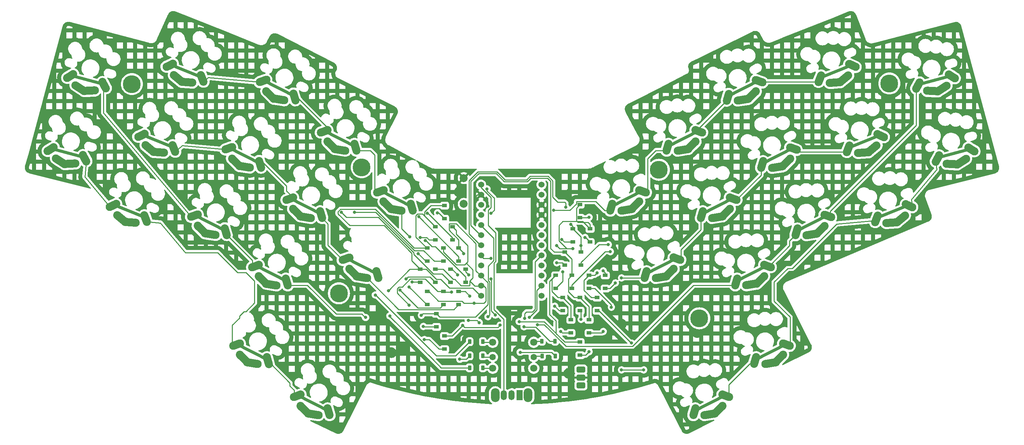
<source format=gbr>
%TF.GenerationSoftware,KiCad,Pcbnew,7.0.2*%
%TF.CreationDate,2024-04-18T14:32:48+02:00*%
%TF.ProjectId,Asfoora,4173666f-6f72-4612-9e6b-696361645f70,rev?*%
%TF.SameCoordinates,Original*%
%TF.FileFunction,Copper,L1,Top*%
%TF.FilePolarity,Positive*%
%FSLAX46Y46*%
G04 Gerber Fmt 4.6, Leading zero omitted, Abs format (unit mm)*
G04 Created by KiCad (PCBNEW 7.0.2) date 2024-04-18 14:32:48*
%MOMM*%
%LPD*%
G01*
G04 APERTURE LIST*
G04 Aperture macros list*
%AMRoundRect*
0 Rectangle with rounded corners*
0 $1 Rounding radius*
0 $2 $3 $4 $5 $6 $7 $8 $9 X,Y pos of 4 corners*
0 Add a 4 corners polygon primitive as box body*
4,1,4,$2,$3,$4,$5,$6,$7,$8,$9,$2,$3,0*
0 Add four circle primitives for the rounded corners*
1,1,$1+$1,$2,$3*
1,1,$1+$1,$4,$5*
1,1,$1+$1,$6,$7*
1,1,$1+$1,$8,$9*
0 Add four rect primitives between the rounded corners*
20,1,$1+$1,$2,$3,$4,$5,0*
20,1,$1+$1,$4,$5,$6,$7,0*
20,1,$1+$1,$6,$7,$8,$9,0*
20,1,$1+$1,$8,$9,$2,$3,0*%
%AMHorizOval*
0 Thick line with rounded ends*
0 $1 width*
0 $2 $3 position (X,Y) of the first rounded end (center of the circle)*
0 $4 $5 position (X,Y) of the second rounded end (center of the circle)*
0 Add line between two ends*
20,1,$1,$2,$3,$4,$5,0*
0 Add two circle primitives to create the rounded ends*
1,1,$1,$2,$3*
1,1,$1,$4,$5*%
G04 Aperture macros list end*
%TA.AperFunction,ComponentPad*%
%ADD10RoundRect,0.375000X0.750000X-0.375000X0.750000X0.375000X-0.750000X0.375000X-0.750000X-0.375000X0*%
%TD*%
%TA.AperFunction,ComponentPad*%
%ADD11HorizOval,2.032000X1.332292X0.067491X-1.332292X-0.067491X0*%
%TD*%
%TA.AperFunction,ComponentPad*%
%ADD12C,2.032000*%
%TD*%
%TA.AperFunction,ComponentPad*%
%ADD13HorizOval,2.032000X-1.120053X0.724595X1.120053X-0.724595X0*%
%TD*%
%TA.AperFunction,ComponentPad*%
%ADD14HorizOval,2.032000X-0.421808X0.776874X0.421808X-0.776874X0*%
%TD*%
%TA.AperFunction,SMDPad,CuDef*%
%ADD15RoundRect,0.189673X-3.546058X0.753800X3.447877X-1.120219X3.546058X-0.753800X-3.447877X1.120219X0*%
%TD*%
%TA.AperFunction,ComponentPad*%
%ADD16HorizOval,2.032000X0.753734X0.461889X-0.753734X-0.461889X0*%
%TD*%
%TA.AperFunction,ComponentPad*%
%ADD17HorizOval,2.032000X0.944925X0.941633X-0.944925X-0.941633X0*%
%TD*%
%TA.AperFunction,ComponentPad*%
%ADD18HorizOval,2.032000X-1.317210X-0.210983X1.317210X0.210983X0*%
%TD*%
%TA.AperFunction,ComponentPad*%
%ADD19HorizOval,2.032000X-0.833295X0.295085X0.833295X-0.295085X0*%
%TD*%
%TA.AperFunction,SMDPad,CuDef*%
%ADD20RoundRect,0.189673X-3.139626X-1.812593X3.311844X1.474595X3.139626X1.812593X-3.311844X-1.474595X0*%
%TD*%
%TA.AperFunction,ComponentPad*%
%ADD21HorizOval,2.032000X0.251070X0.847597X-0.251070X-0.847597X0*%
%TD*%
%TA.AperFunction,SMDPad,CuDef*%
%ADD22RoundRect,0.225000X0.225000X0.375000X-0.225000X0.375000X-0.225000X-0.375000X0.225000X-0.375000X0*%
%TD*%
%TA.AperFunction,SMDPad,CuDef*%
%ADD23R,1.200000X0.900000*%
%TD*%
%TA.AperFunction,ComponentPad*%
%ADD24C,4.500000*%
%TD*%
%TA.AperFunction,ComponentPad*%
%ADD25HorizOval,2.032000X-1.317210X0.210983X1.317210X-0.210983X0*%
%TD*%
%TA.AperFunction,ComponentPad*%
%ADD26HorizOval,2.032000X-0.944925X0.941633X0.944925X-0.941633X0*%
%TD*%
%TA.AperFunction,ComponentPad*%
%ADD27HorizOval,2.032000X-0.251070X0.847597X0.251070X-0.847597X0*%
%TD*%
%TA.AperFunction,SMDPad,CuDef*%
%ADD28RoundRect,0.189673X-3.311844X1.474595X3.139626X-1.812593X3.311844X-1.474595X-3.139626X1.812593X0*%
%TD*%
%TA.AperFunction,ComponentPad*%
%ADD29HorizOval,2.032000X0.833295X0.295085X-0.833295X-0.295085X0*%
%TD*%
%TA.AperFunction,ComponentPad*%
%ADD30C,2.000000*%
%TD*%
%TA.AperFunction,ComponentPad*%
%ADD31HorizOval,2.032000X1.023398X0.855694X-1.023398X-0.855694X0*%
%TD*%
%TA.AperFunction,ComponentPad*%
%ADD32HorizOval,2.032000X-1.330586X-0.095378X1.330586X0.095378X0*%
%TD*%
%TA.AperFunction,ComponentPad*%
%ADD33HorizOval,2.032000X-0.804406X0.366589X0.804406X-0.366589X0*%
%TD*%
%TA.AperFunction,SMDPad,CuDef*%
%ADD34RoundRect,0.189673X-3.285656X-1.532059X3.427761X1.180338X3.285656X1.532059X-3.427761X-1.180338X0*%
%TD*%
%TA.AperFunction,ComponentPad*%
%ADD35HorizOval,2.032000X0.323987X0.822489X-0.323987X-0.822489X0*%
%TD*%
%TA.AperFunction,SMDPad,CuDef*%
%ADD36RoundRect,0.225000X-0.225000X-0.375000X0.225000X-0.375000X0.225000X0.375000X-0.225000X0.375000X0*%
%TD*%
%TA.AperFunction,ComponentPad*%
%ADD37HorizOval,2.032000X1.120053X0.724595X-1.120053X-0.724595X0*%
%TD*%
%TA.AperFunction,ComponentPad*%
%ADD38HorizOval,2.032000X-1.332292X0.067491X1.332292X-0.067491X0*%
%TD*%
%TA.AperFunction,ComponentPad*%
%ADD39HorizOval,2.032000X-0.753734X0.461889X0.753734X-0.461889X0*%
%TD*%
%TA.AperFunction,SMDPad,CuDef*%
%ADD40RoundRect,0.189673X-3.447877X-1.120219X3.546058X0.753800X3.447877X1.120219X-3.546058X-0.753800X0*%
%TD*%
%TA.AperFunction,ComponentPad*%
%ADD41HorizOval,2.032000X0.421808X0.776874X-0.421808X-0.776874X0*%
%TD*%
%TA.AperFunction,ComponentPad*%
%ADD42HorizOval,2.032000X-1.330586X0.095378X1.330586X-0.095378X0*%
%TD*%
%TA.AperFunction,ComponentPad*%
%ADD43HorizOval,2.032000X-1.023398X0.855694X1.023398X-0.855694X0*%
%TD*%
%TA.AperFunction,ComponentPad*%
%ADD44HorizOval,2.032000X-0.323987X0.822489X0.323987X-0.822489X0*%
%TD*%
%TA.AperFunction,SMDPad,CuDef*%
%ADD45RoundRect,0.189673X-3.427761X1.180338X3.285656X-1.532059X3.427761X-1.180338X-3.285656X1.532059X0*%
%TD*%
%TA.AperFunction,ComponentPad*%
%ADD46HorizOval,2.032000X0.804406X0.366589X-0.804406X-0.366589X0*%
%TD*%
%TA.AperFunction,ComponentPad*%
%ADD47C,1.524000*%
%TD*%
%TA.AperFunction,ComponentPad*%
%ADD48C,1.800000*%
%TD*%
%TA.AperFunction,ComponentPad*%
%ADD49C,1.600000*%
%TD*%
%TA.AperFunction,ComponentPad*%
%ADD50O,1.500000X2.500000*%
%TD*%
%TA.AperFunction,ComponentPad*%
%ADD51R,1.500000X2.500000*%
%TD*%
%TA.AperFunction,ComponentPad*%
%ADD52O,2.200000X3.500000*%
%TD*%
%TA.AperFunction,ViaPad*%
%ADD53C,0.800000*%
%TD*%
%TA.AperFunction,Conductor*%
%ADD54C,0.250000*%
%TD*%
G04 APERTURE END LIST*
D10*
%TO.P,PAD1,1*%
%TO.N,bat+*%
X170398000Y-121840000D03*
%TO.P,PAD1,2*%
%TO.N,gnd*%
X170398000Y-123840000D03*
%TO.P,PAD1,3*%
%TO.N,bat+*%
X170398000Y-125840000D03*
%TD*%
D11*
%TO.P,SW11,2,2*%
%TO.N,Net-(D4-A)*%
X42042776Y-70135519D03*
D12*
X40725364Y-70201877D03*
D13*
X39617631Y-69485704D03*
D14*
%TO.P,SW11,1,1*%
%TO.N,row_3*%
X45692928Y-68720533D03*
D12*
X45275173Y-67942467D03*
D15*
X41478121Y-67411469D03*
D12*
X37914818Y-65970266D03*
D16*
X37163998Y-66435214D03*
%TD*%
D17*
%TO.P,SW24,2,2*%
%TO.N,Net-(D24-A)*%
X220270032Y-119076620D03*
D12*
X219335406Y-120007454D03*
D18*
X218032986Y-120216452D03*
D19*
%TO.P,SW24,1,1*%
%TO.N,row_3*%
X222035814Y-115582652D03*
D12*
X221204733Y-115283968D03*
D20*
X218027667Y-117430084D03*
D12*
X214415263Y-118743376D03*
D21*
X214168407Y-119591296D03*
%TD*%
D22*
%TO.P,D35,2,A*%
%TO.N,Net-(D35-A)*%
X160598000Y-114740000D03*
%TO.P,D35,1,K*%
%TO.N,col_4*%
X163898000Y-114740000D03*
%TD*%
D23*
%TO.P,D27,1,K*%
%TO.N,col_6*%
X170180000Y-103760000D03*
%TO.P,D27,2,A*%
%TO.N,Net-(D27-A)*%
X170180000Y-107060000D03*
%TD*%
D24*
%TO.P,H5,1*%
%TO.N,N/C*%
X247898000Y-49940000D03*
%TD*%
D23*
%TO.P,D16,1,K*%
%TO.N,col_3*%
X136144000Y-113412000D03*
%TO.P,D16,2,A*%
%TO.N,Net-(D16-A)*%
X136144000Y-116712000D03*
%TD*%
D17*
%TO.P,SW20,2,2*%
%TO.N,Net-(D20-A)*%
X204997363Y-131934721D03*
D12*
X204062737Y-132865555D03*
D18*
X202760317Y-133074553D03*
D19*
%TO.P,SW20,1,1*%
%TO.N,row_3*%
X206763145Y-128440753D03*
D12*
X205932064Y-128142069D03*
D20*
X202754998Y-130288185D03*
D12*
X199142594Y-131601477D03*
D21*
X198895738Y-132449397D03*
%TD*%
D23*
%TO.P,D7,1,K*%
%TO.N,col_1*%
X133858000Y-96648000D03*
%TO.P,D7,2,A*%
%TO.N,Net-(D7-A)*%
X133858000Y-99948000D03*
%TD*%
%TO.P,D2,1,K*%
%TO.N,col_0*%
X133858000Y-85980000D03*
%TO.P,D2,2,A*%
%TO.N,Net-(D2-A)*%
X133858000Y-89280000D03*
%TD*%
%TO.P,D29,1,K*%
%TO.N,col_7*%
X164084000Y-98172000D03*
%TO.P,D29,2,A*%
%TO.N,Net-(D29-A)*%
X164084000Y-101472000D03*
%TD*%
D17*
%TO.P,SW22,2,2*%
%TO.N,Net-(D22-A)*%
X206888703Y-82388898D03*
D12*
X205954077Y-83319732D03*
D18*
X204651657Y-83528730D03*
D19*
%TO.P,SW22,1,1*%
%TO.N,row_1*%
X208654485Y-78894930D03*
D12*
X207823404Y-78596246D03*
D20*
X204646338Y-80742362D03*
D12*
X201033934Y-82055654D03*
D21*
X200787078Y-82903574D03*
%TD*%
D23*
%TO.P,D21,1,K*%
%TO.N,col_5*%
X168402000Y-86488000D03*
%TO.P,D21,2,A*%
%TO.N,Net-(D21-A)*%
X168402000Y-89788000D03*
%TD*%
%TO.P,D20,1,K*%
%TO.N,col_4*%
X176530000Y-98172000D03*
%TO.P,D20,2,A*%
%TO.N,Net-(D20-A)*%
X176530000Y-101472000D03*
%TD*%
D25*
%TO.P,SW5,2,2*%
%TO.N,Net-(D5-A)*%
X94524097Y-53939365D03*
D12*
X93221677Y-53730367D03*
D26*
X92287052Y-52799533D03*
D27*
%TO.P,SW5,1,1*%
%TO.N,row_0*%
X98388677Y-53314209D03*
D12*
X98141820Y-52466289D03*
D28*
X94538144Y-51157443D03*
D12*
X91352350Y-49006881D03*
D29*
X90521269Y-49305565D03*
%TD*%
D23*
%TO.P,D23,1,K*%
%TO.N,col_5*%
X172466000Y-98172000D03*
%TO.P,D23,2,A*%
%TO.N,Net-(D23-A)*%
X172466000Y-101472000D03*
%TD*%
D24*
%TO.P,H2,1*%
%TO.N,N/C*%
X115318960Y-71000607D03*
%TD*%
D25*
%TO.P,SW8,2,2*%
%TO.N,Net-(D9-A)*%
X109872214Y-66603986D03*
D12*
X108569794Y-66394988D03*
D26*
X107635169Y-65464154D03*
D27*
%TO.P,SW8,1,1*%
%TO.N,row_0*%
X113736794Y-65978830D03*
D12*
X113489937Y-65130910D03*
D28*
X109886261Y-63822064D03*
D12*
X106700467Y-61671502D03*
D29*
X105869386Y-61970186D03*
%TD*%
D30*
%TO.P,SW33,2,2*%
%TO.N,gnd*%
X140970000Y-73712000D03*
%TO.P,SW33,1,1*%
%TO.N,reset*%
X140970000Y-80212000D03*
%TD*%
D23*
%TO.P,D13,1,K*%
%TO.N,col_3*%
X141478000Y-96648000D03*
%TO.P,D13,2,A*%
%TO.N,Net-(D13-A)*%
X141478000Y-99948000D03*
%TD*%
D31*
%TO.P,SW30,2,2*%
%TO.N,Net-(D30-A)*%
X243673101Y-66368189D03*
D12*
X242660904Y-67214023D03*
D32*
X241345225Y-67308711D03*
D33*
%TO.P,SW30,1,1*%
%TO.N,row_1*%
X245736682Y-63041415D03*
D12*
X244934796Y-62671434D03*
D34*
X241582774Y-64532483D03*
D12*
X237869655Y-65525936D03*
D35*
X237549837Y-66349115D03*
%TD*%
D25*
%TO.P,SW19,2,2*%
%TO.N,Net-(D16-A)*%
X103137734Y-133078933D03*
D12*
X101835314Y-132869935D03*
D26*
X100900689Y-131939101D03*
D27*
%TO.P,SW19,1,1*%
%TO.N,row_3*%
X107002314Y-132453777D03*
D12*
X106755457Y-131605857D03*
D28*
X103151781Y-130297011D03*
D12*
X99965987Y-128146449D03*
D29*
X99134906Y-128445133D03*
%TD*%
D23*
%TO.P,D3,1,K*%
%TO.N,col_0*%
X131826000Y-91314000D03*
%TO.P,D3,2,A*%
%TO.N,Net-(D3-A)*%
X131826000Y-94614000D03*
%TD*%
D17*
%TO.P,SW25,2,2*%
%TO.N,Net-(D25-A)*%
X213400039Y-52874243D03*
D12*
X212465413Y-53805077D03*
D18*
X211162993Y-54014075D03*
D19*
%TO.P,SW25,1,1*%
%TO.N,row_0*%
X215165821Y-49380275D03*
D12*
X214334740Y-49081591D03*
D20*
X211157674Y-51227707D03*
D12*
X207545270Y-52540999D03*
D21*
X207298414Y-53388919D03*
%TD*%
D25*
%TO.P,SW6,2,2*%
%TO.N,Net-(D6-A)*%
X85898278Y-70868489D03*
D12*
X84595858Y-70659491D03*
D26*
X83661233Y-69728657D03*
D27*
%TO.P,SW6,1,1*%
%TO.N,row_1*%
X89762858Y-70243333D03*
D12*
X89516001Y-69395413D03*
D28*
X85912325Y-68086567D03*
D12*
X82726531Y-65936005D03*
D29*
X81895450Y-66234689D03*
%TD*%
D25*
%TO.P,SW10,2,2*%
%TO.N,Net-(D11-A)*%
X92620575Y-100462234D03*
D12*
X91318155Y-100253236D03*
D26*
X90383530Y-99322402D03*
D27*
%TO.P,SW10,1,1*%
%TO.N,row_2*%
X96485155Y-99837078D03*
D12*
X96238298Y-98989158D03*
D28*
X92634622Y-97680312D03*
D12*
X89448828Y-95529750D03*
D29*
X88617747Y-95828434D03*
%TD*%
D36*
%TO.P,D33,2,A*%
%TO.N,Net-(D33-A)*%
X145748000Y-121390000D03*
%TO.P,D33,1,K*%
%TO.N,col_2*%
X142448000Y-121390000D03*
%TD*%
D23*
%TO.P,D24,1,K*%
%TO.N,col_5*%
X174498000Y-103760000D03*
%TO.P,D24,2,A*%
%TO.N,Net-(D24-A)*%
X174498000Y-107060000D03*
%TD*%
%TO.P,D9,1,K*%
%TO.N,col_2*%
X139700000Y-91314000D03*
%TO.P,D9,2,A*%
%TO.N,Net-(D9-A)*%
X139700000Y-94614000D03*
%TD*%
%TO.P,D18,1,K*%
%TO.N,col_4*%
X172720000Y-86488000D03*
%TO.P,D18,2,A*%
%TO.N,Net-(D18-A)*%
X172720000Y-89788000D03*
%TD*%
D37*
%TO.P,SW32,2,2*%
%TO.N,Net-(D32-A)*%
X266069894Y-69562703D03*
D12*
X264962161Y-70278877D03*
D38*
X263644749Y-70212518D03*
D39*
%TO.P,SW32,1,1*%
%TO.N,row_3*%
X268523526Y-66512213D03*
D12*
X267772706Y-66047265D03*
D40*
X264218864Y-67485934D03*
D12*
X260412352Y-68019467D03*
D41*
X259994597Y-68797533D03*
%TD*%
D17*
%TO.P,SW27,2,2*%
%TO.N,Net-(D27-A)*%
X230651678Y-86732491D03*
D12*
X229717052Y-87663325D03*
D18*
X228414632Y-87872323D03*
D19*
%TO.P,SW27,1,1*%
%TO.N,row_2*%
X232417460Y-83238523D03*
D12*
X231586379Y-82939839D03*
D20*
X228409313Y-85085955D03*
D12*
X224796909Y-86399247D03*
D21*
X224550053Y-87247167D03*
%TD*%
D23*
%TO.P,D5,1,K*%
%TO.N,col_1*%
X138176000Y-85980000D03*
%TO.P,D5,2,A*%
%TO.N,Net-(D5-A)*%
X138176000Y-89280000D03*
%TD*%
%TO.P,D6,1,K*%
%TO.N,col_1*%
X135890000Y-91314000D03*
%TO.P,D6,2,A*%
%TO.N,Net-(D6-A)*%
X135890000Y-94614000D03*
%TD*%
D36*
%TO.P,D19,2,A*%
%TO.N,Net-(D19-A)*%
X145748000Y-118390000D03*
%TO.P,D19,1,K*%
%TO.N,col_1*%
X142448000Y-118390000D03*
%TD*%
D24*
%TO.P,H3,1*%
%TO.N,N/C*%
X109598000Y-102690000D03*
%TD*%
D42*
%TO.P,SW14,2,2*%
%TO.N,Net-(D8-A)*%
X57224689Y-84849728D03*
D12*
X55909010Y-84755040D03*
D43*
X54896813Y-83909206D03*
D44*
%TO.P,SW14,1,1*%
%TO.N,row_3*%
X61020077Y-83890132D03*
D12*
X60700258Y-83066954D03*
D45*
X56996222Y-82077169D03*
D12*
X53635117Y-80212451D03*
D46*
X52833231Y-80582432D03*
%TD*%
D42*
%TO.P,SW2,2,2*%
%TO.N,Net-(D1-A)*%
X71459739Y-49616741D03*
D12*
X70144060Y-49522053D03*
D43*
X69131863Y-48676219D03*
D44*
%TO.P,SW2,1,1*%
%TO.N,row_0*%
X75255127Y-48657145D03*
D12*
X74935308Y-47833967D03*
D45*
X71231272Y-46844182D03*
D12*
X67870167Y-44979464D03*
D46*
X67068281Y-45349445D03*
%TD*%
D24*
%TO.P,H6,1*%
%TO.N,N/C*%
X189992000Y-71628000D03*
%TD*%
D25*
%TO.P,SW15,2,2*%
%TO.N,Net-(D12-A)*%
X87865065Y-120220832D03*
D12*
X86562645Y-120011834D03*
D26*
X85628020Y-119081000D03*
D27*
%TO.P,SW15,1,1*%
%TO.N,row_3*%
X91729645Y-119595676D03*
D12*
X91482788Y-118747756D03*
D28*
X87879112Y-117438910D03*
D12*
X84693318Y-115288348D03*
D29*
X83862237Y-115587032D03*
%TD*%
D23*
%TO.P,D12,1,K*%
%TO.N,col_2*%
X134112000Y-107824000D03*
%TO.P,D12,2,A*%
%TO.N,Net-(D12-A)*%
X134112000Y-111124000D03*
%TD*%
D47*
%TO.P,U1,24,RAW*%
%TO.N,raw*%
X145299400Y-75361000D03*
%TO.P,U1,23,GND*%
%TO.N,gnd*%
X145299400Y-77901000D03*
%TO.P,U1,22,RST*%
%TO.N,reset*%
X145299400Y-80441000D03*
%TO.P,U1,21,VCC*%
%TO.N,vcc*%
X145299400Y-82981000D03*
%TO.P,U1,20,A3/F4*%
%TO.N,col_7*%
X145299400Y-85521000D03*
%TO.P,U1,19,A2/F5*%
%TO.N,col_6*%
X145299400Y-88061000D03*
%TO.P,U1,18,A1/F6*%
%TO.N,col_5*%
X145299400Y-90601000D03*
%TO.P,U1,17,A0/F7*%
%TO.N,col_4*%
X145299400Y-93141000D03*
%TO.P,U1,16,15/B1*%
%TO.N,col_3*%
X145299400Y-95681000D03*
%TO.P,U1,15,14/B3*%
%TO.N,col_2*%
X145299400Y-98221000D03*
%TO.P,U1,14,16/B2*%
%TO.N,col_1*%
X145299400Y-100761000D03*
%TO.P,U1,13,10/B6*%
%TO.N,col_0*%
X145299400Y-103301000D03*
%TO.P,U1,12,B5/9*%
%TO.N,row_3*%
X160519400Y-103301000D03*
%TO.P,U1,11,B4/8*%
%TO.N,row_2*%
X160519400Y-100761000D03*
%TO.P,U1,10,E6/7*%
%TO.N,row_1*%
X160519400Y-98221000D03*
%TO.P,U1,9,D7/6*%
%TO.N,row_0*%
X160519400Y-95681000D03*
%TO.P,U1,8,C6/5*%
%TO.N,row_4*%
X160519400Y-93141000D03*
%TO.P,U1,7,D4/4*%
%TO.N,unconnected-(U1-D4{slash}4-Pad7)*%
X160519400Y-90601000D03*
%TO.P,U1,6,SCL/D0/3*%
%TO.N,scl*%
X160519400Y-88061000D03*
%TO.P,U1,5,SDA/D1/2*%
%TO.N,sda*%
X160519400Y-85521000D03*
%TO.P,U1,4,GND*%
%TO.N,gnd*%
X160519400Y-82981000D03*
%TO.P,U1,3,GND*%
X160519400Y-80441000D03*
%TO.P,U1,2,D2/RX1*%
%TO.N,unconnected-(U1-D2{slash}RX1-Pad2)*%
X160519400Y-77901000D03*
%TO.P,U1,1,D3/TX0*%
%TO.N,unconnected-(U1-D3{slash}TX0-Pad1)*%
X160519400Y-75361000D03*
%TD*%
D23*
%TO.P,D30,1,K*%
%TO.N,col_7*%
X165862000Y-103760000D03*
%TO.P,D30,2,A*%
%TO.N,Net-(D30-A)*%
X165862000Y-107060000D03*
%TD*%
%TO.P,D4,1,K*%
%TO.N,col_0*%
X130048000Y-96648000D03*
%TO.P,D4,2,A*%
%TO.N,Net-(D4-A)*%
X130048000Y-99948000D03*
%TD*%
%TO.P,D8,1,K*%
%TO.N,col_1*%
X131826000Y-102236000D03*
%TO.P,D8,2,A*%
%TO.N,Net-(D8-A)*%
X131826000Y-105536000D03*
%TD*%
%TO.P,D1,1,K*%
%TO.N,col_0*%
X136144000Y-80646000D03*
%TO.P,D1,2,A*%
%TO.N,Net-(D1-A)*%
X136144000Y-83946000D03*
%TD*%
D17*
%TO.P,SW18,2,2*%
%TO.N,Net-(D18-A)*%
X192772489Y-97479279D03*
D12*
X191837863Y-98410113D03*
D18*
X190535443Y-98619111D03*
D19*
%TO.P,SW18,1,1*%
%TO.N,row_1*%
X194538271Y-93985311D03*
D12*
X193707190Y-93686627D03*
D20*
X190530124Y-95832743D03*
D12*
X186917720Y-97146035D03*
D21*
X186670864Y-97993955D03*
%TD*%
D23*
%TO.P,D14,1,K*%
%TO.N,col_3*%
X139700000Y-102236000D03*
%TO.P,D14,2,A*%
%TO.N,Net-(D14-A)*%
X139700000Y-105536000D03*
%TD*%
D11*
%TO.P,SW4,2,2*%
%TO.N,Net-(D3-A)*%
X46952823Y-51765130D03*
D12*
X45635411Y-51831488D03*
D13*
X44527678Y-51115315D03*
D14*
%TO.P,SW4,1,1*%
%TO.N,row_2*%
X50602975Y-50350144D03*
D12*
X50185220Y-49572078D03*
D15*
X46388168Y-49041080D03*
D12*
X42824865Y-47599877D03*
D16*
X42074045Y-48064825D03*
%TD*%
D25*
%TO.P,SW7,2,2*%
%TO.N,Net-(D7-A)*%
X77272459Y-87797612D03*
D12*
X75970039Y-87588614D03*
D26*
X75035414Y-86657780D03*
D27*
%TO.P,SW7,1,1*%
%TO.N,row_2*%
X81137039Y-87172456D03*
D12*
X80890182Y-86324536D03*
D28*
X77286506Y-85015690D03*
D12*
X74100712Y-82865128D03*
D29*
X73269631Y-83163812D03*
%TD*%
D31*
%TO.P,SW29,2,2*%
%TO.N,Net-(D29-A)*%
X236555576Y-48751695D03*
D12*
X235543379Y-49597529D03*
D32*
X234227700Y-49692217D03*
D33*
%TO.P,SW29,1,1*%
%TO.N,row_0*%
X238619157Y-45424921D03*
D12*
X237817271Y-45054940D03*
D34*
X234465249Y-46915989D03*
D12*
X230752130Y-47909442D03*
D35*
X230432312Y-48732621D03*
%TD*%
D36*
%TO.P,D15,2,A*%
%TO.N,Net-(D15-A)*%
X145748000Y-114840000D03*
%TO.P,D15,1,K*%
%TO.N,col_0*%
X142448000Y-114840000D03*
%TD*%
D25*
%TO.P,SW9,2,2*%
%TO.N,Net-(D10-A)*%
X101246394Y-83533110D03*
D12*
X99943974Y-83324112D03*
D26*
X99009349Y-82393278D03*
D27*
%TO.P,SW9,1,1*%
%TO.N,row_1*%
X105110974Y-82907954D03*
D12*
X104864117Y-82060034D03*
D28*
X101260441Y-80751188D03*
D12*
X98074647Y-78600626D03*
D29*
X97243566Y-78899310D03*
%TD*%
D25*
%TO.P,SW12,2,2*%
%TO.N,Net-(D13-A)*%
X123988428Y-81694367D03*
D12*
X122686008Y-81485369D03*
D26*
X121751383Y-80554535D03*
D27*
%TO.P,SW12,1,1*%
%TO.N,row_0*%
X127853008Y-81069211D03*
D12*
X127606151Y-80221291D03*
D28*
X124002475Y-78912445D03*
D12*
X120816681Y-76761883D03*
D29*
X119985600Y-77060567D03*
%TD*%
D23*
%TO.P,D17,1,K*%
%TO.N,col_4*%
X170180000Y-80392000D03*
%TO.P,D17,2,A*%
%TO.N,Net-(D17-A)*%
X170180000Y-83692000D03*
%TD*%
%TO.P,D10,1,K*%
%TO.N,col_2*%
X137668000Y-96648000D03*
%TO.P,D10,2,A*%
%TO.N,Net-(D10-A)*%
X137668000Y-99948000D03*
%TD*%
%TO.P,D31,1,K*%
%TO.N,col_7*%
X167894000Y-109348000D03*
%TO.P,D31,2,A*%
%TO.N,Net-(D31-A)*%
X167894000Y-112648000D03*
%TD*%
%TO.P,D11,1,K*%
%TO.N,col_2*%
X135890000Y-102236000D03*
%TO.P,D11,2,A*%
%TO.N,Net-(D11-A)*%
X135890000Y-105536000D03*
%TD*%
%TO.P,D32,1,K*%
%TO.N,col_7*%
X170180000Y-114936000D03*
%TO.P,D32,2,A*%
%TO.N,Net-(D32-A)*%
X170180000Y-118236000D03*
%TD*%
D48*
%TO.P,HAT1,6,6*%
%TO.N,Net-(D35-A)*%
X158548000Y-114990000D03*
D49*
%TO.P,HAT1,5,5*%
%TO.N,Net-(D34-A)*%
X158548000Y-118690000D03*
D48*
%TO.P,HAT1,4,4*%
%TO.N,row_4*%
X158548000Y-121490000D03*
%TO.P,HAT1,3,3*%
%TO.N,Net-(D33-A)*%
X148248000Y-121490000D03*
D49*
%TO.P,HAT1,2,2*%
%TO.N,Net-(D19-A)*%
X148248000Y-118690000D03*
D48*
%TO.P,HAT1,1,1*%
%TO.N,Net-(D15-A)*%
X148248000Y-114990000D03*
%TD*%
D23*
%TO.P,D22,1,K*%
%TO.N,col_5*%
X170434000Y-92330000D03*
%TO.P,D22,2,A*%
%TO.N,Net-(D22-A)*%
X170434000Y-95630000D03*
%TD*%
%TO.P,D26,1,K*%
%TO.N,col_6*%
X168148000Y-98172000D03*
%TO.P,D26,2,A*%
%TO.N,Net-(D26-A)*%
X168148000Y-101472000D03*
%TD*%
D24*
%TO.P,H1,1*%
%TO.N,N/C*%
X57567383Y-50087604D03*
%TD*%
D17*
%TO.P,SW17,2,2*%
%TO.N,Net-(D17-A)*%
X184146669Y-80550155D03*
D12*
X183212043Y-81480989D03*
D18*
X181909623Y-81689987D03*
D19*
%TO.P,SW17,1,1*%
%TO.N,row_0*%
X185912451Y-77056187D03*
D12*
X185081370Y-76757503D03*
D20*
X181904304Y-78903619D03*
D12*
X178291900Y-80216911D03*
D21*
X178045044Y-81064831D03*
%TD*%
D17*
%TO.P,SW21,2,2*%
%TO.N,Net-(D21-A)*%
X198262883Y-65459774D03*
D12*
X197328257Y-66390608D03*
D18*
X196025837Y-66599606D03*
D19*
%TO.P,SW21,1,1*%
%TO.N,row_0*%
X200028665Y-61965806D03*
D12*
X199197584Y-61667122D03*
D20*
X196020518Y-63813238D03*
D12*
X192408114Y-65126530D03*
D21*
X192161258Y-65974450D03*
%TD*%
D24*
%TO.P,H4,1*%
%TO.N,N/C*%
X200152000Y-108966000D03*
%TD*%
D23*
%TO.P,D25,1,K*%
%TO.N,col_6*%
X166370000Y-92330000D03*
%TO.P,D25,2,A*%
%TO.N,Net-(D25-A)*%
X166370000Y-95630000D03*
%TD*%
D37*
%TO.P,SW31,2,2*%
%TO.N,Net-(D31-A)*%
X261146071Y-51206827D03*
D12*
X260038338Y-51923001D03*
D38*
X258720926Y-51856642D03*
D39*
%TO.P,SW31,1,1*%
%TO.N,row_2*%
X263599703Y-48156337D03*
D12*
X262848883Y-47691389D03*
D40*
X259295041Y-49130058D03*
D12*
X255488529Y-49663591D03*
D41*
X255070774Y-50441657D03*
%TD*%
D17*
%TO.P,SW26,2,2*%
%TO.N,Net-(D26-A)*%
X222025858Y-69803367D03*
D12*
X221091232Y-70734201D03*
D18*
X219788812Y-70943199D03*
D19*
%TO.P,SW26,1,1*%
%TO.N,row_1*%
X223791640Y-66309399D03*
D12*
X222960559Y-66010715D03*
D20*
X219783493Y-68156831D03*
D12*
X216171089Y-69470123D03*
D21*
X215924233Y-70318043D03*
%TD*%
D31*
%TO.P,SW28,2,2*%
%TO.N,Net-(D28-A)*%
X250790626Y-83984682D03*
D12*
X249778429Y-84830516D03*
D32*
X248462750Y-84925204D03*
D33*
%TO.P,SW28,1,1*%
%TO.N,row_3*%
X252854207Y-80657908D03*
D12*
X252052321Y-80287927D03*
D34*
X248700299Y-82148976D03*
D12*
X244987180Y-83142429D03*
D35*
X244667362Y-83965608D03*
%TD*%
D42*
%TO.P,SW3,2,2*%
%TO.N,Net-(D2-A)*%
X64342504Y-67233641D03*
D12*
X63026825Y-67138953D03*
D43*
X62014628Y-66293119D03*
D44*
%TO.P,SW3,1,1*%
%TO.N,row_1*%
X68137892Y-66274045D03*
D12*
X67818073Y-65450867D03*
D45*
X64114037Y-64461082D03*
D12*
X60752932Y-62596364D03*
D46*
X59951046Y-62966345D03*
%TD*%
D22*
%TO.P,D34,2,A*%
%TO.N,Net-(D34-A)*%
X160648000Y-118440000D03*
%TO.P,D34,1,K*%
%TO.N,col_3*%
X163948000Y-118440000D03*
%TD*%
D17*
%TO.P,SW23,2,2*%
%TO.N,Net-(D23-A)*%
X215514522Y-99318022D03*
D12*
X214579896Y-100248856D03*
D18*
X213277476Y-100457854D03*
D19*
%TO.P,SW23,1,1*%
%TO.N,row_2*%
X217280304Y-95824054D03*
D12*
X216449223Y-95525370D03*
D20*
X213272157Y-97671486D03*
D12*
X209659753Y-98984778D03*
D21*
X209412897Y-99832698D03*
%TD*%
D25*
%TO.P,SW13,2,2*%
%TO.N,Net-(D14-A)*%
X115362608Y-98623491D03*
D12*
X114060188Y-98414493D03*
D26*
X113125563Y-97483659D03*
D27*
%TO.P,SW13,1,1*%
%TO.N,row_1*%
X119227188Y-97998335D03*
D12*
X118980331Y-97150415D03*
D28*
X115376655Y-95841569D03*
D12*
X112190861Y-93691007D03*
D29*
X111359780Y-93989691D03*
%TD*%
D23*
%TO.P,D28,1,K*%
%TO.N,col_6*%
X172466000Y-109348000D03*
%TO.P,D28,2,A*%
%TO.N,Net-(D28-A)*%
X172466000Y-112648000D03*
%TD*%
D50*
%TO.P,SW34,3,C*%
%TO.N,raw*%
X150998000Y-128290000D03*
%TO.P,SW34,2,B*%
%TO.N,bat+*%
X152998000Y-128290000D03*
D51*
%TO.P,SW34,1,A*%
%TO.N,unconnected-(SW34-A-Pad1)*%
X154998000Y-128290000D03*
D52*
%TO.P,SW34,*%
%TO.N,*%
X148898000Y-128290000D03*
X157098000Y-128290000D03*
%TD*%
D53*
%TO.N,col_0*%
X118748000Y-103090000D03*
X122048000Y-101990000D03*
%TO.N,Net-(D1-A)*%
X134366000Y-82443311D03*
%TO.N,Net-(D2-A)*%
X130048000Y-88646000D03*
%TO.N,col_1*%
X143598000Y-105190000D03*
X139948000Y-119240000D03*
X142098000Y-109490000D03*
X144848000Y-110040000D03*
%TO.N,Net-(D3-A)*%
X129540000Y-92710000D03*
%TO.N,Net-(D4-A)*%
X128016000Y-99822000D03*
%TO.N,Net-(D5-A)*%
X131826000Y-82550000D03*
%TO.N,Net-(D6-A)*%
X113538000Y-82296000D03*
%TO.N,col_2*%
X122398000Y-108340000D03*
X139446000Y-98044000D03*
X140970000Y-92710000D03*
X137922000Y-102362000D03*
X127254000Y-105664000D03*
X130302000Y-108204000D03*
%TO.N,Net-(D7-A)*%
X126492000Y-99060000D03*
%TO.N,Net-(D8-A)*%
X127249701Y-101087701D03*
%TO.N,Net-(D9-A)*%
X129667000Y-83439000D03*
%TO.N,Net-(D10-A)*%
X110235299Y-82327299D03*
%TO.N,col_3*%
X142240000Y-98044000D03*
X140716000Y-110744000D03*
X155148000Y-117490000D03*
X150098000Y-110690000D03*
X142494000Y-103378000D03*
%TO.N,Net-(D11-A)*%
X124968000Y-101854000D03*
%TO.N,Net-(D12-A)*%
X130810000Y-111009116D03*
%TO.N,Net-(D13-A)*%
X131318000Y-89408000D03*
X127381000Y-88519000D03*
%TO.N,col_4*%
X147828000Y-82550000D03*
X146812000Y-76454000D03*
X148898000Y-108140000D03*
X147772500Y-93890000D03*
X156098000Y-111090000D03*
X168402000Y-91440000D03*
X147822500Y-99090000D03*
X164338000Y-90678000D03*
X176022000Y-97028000D03*
%TO.N,row_4*%
X156248000Y-108990000D03*
%TO.N,Net-(D16-A)*%
X131064000Y-114300000D03*
%TO.N,col_5*%
X170434000Y-90678000D03*
X166624000Y-81063500D03*
X167894000Y-85306500D03*
X174498000Y-97536000D03*
%TO.N,Net-(D17-A)*%
X172466000Y-83566000D03*
%TO.N,Net-(D18-A)*%
X171450000Y-88646000D03*
%TO.N,Net-(D20-A)*%
X179070000Y-100076000D03*
%TO.N,Net-(D21-A)*%
X165608000Y-89154000D03*
%TO.N,Net-(D22-A)*%
X177292000Y-90424000D03*
%TO.N,Net-(D23-A)*%
X178054000Y-106172000D03*
%TO.N,Net-(D24-A)*%
X183098000Y-115190000D03*
%TO.N,col_7*%
X154898000Y-109790000D03*
X147048000Y-108540000D03*
%TO.N,Net-(D25-A)*%
X164338000Y-94996000D03*
%TO.N,Net-(D26-A)*%
X177800000Y-92202000D03*
%TO.N,Net-(D27-A)*%
X170434000Y-109220000D03*
%TO.N,Net-(D28-A)*%
X176022000Y-112268000D03*
%TO.N,Net-(D29-A)*%
X165862000Y-97282000D03*
%TO.N,Net-(D30-A)*%
X163830000Y-105918000D03*
%TO.N,Net-(D31-A)*%
X165354000Y-112268000D03*
%TO.N,gnd*%
X180548000Y-110390000D03*
X148598000Y-76790000D03*
X199598000Y-112540000D03*
X143698000Y-81590000D03*
X139748000Y-82490000D03*
X122748000Y-117590000D03*
X147048000Y-80740000D03*
X164846000Y-78232000D03*
X163748000Y-104440000D03*
X119298000Y-108790000D03*
X160198000Y-108490000D03*
X163698000Y-107990000D03*
X139848000Y-77190000D03*
X165048000Y-109890000D03*
X163148000Y-109840000D03*
X146698000Y-109840000D03*
X167348000Y-122790000D03*
X172448000Y-114590000D03*
X126098000Y-116140000D03*
%TO.N,row_1*%
X180596952Y-98808952D03*
%TO.N,row_0*%
X163576000Y-81788000D03*
%TO.N,Net-(D32-A)*%
X172466000Y-117348000D03*
%TO.N,row_3*%
X186182000Y-121920000D03*
X180594000Y-121920000D03*
%TO.N,row_2*%
X159448000Y-110540000D03*
X116298000Y-108740000D03*
X157448000Y-108740000D03*
%TD*%
D54*
%TO.N,raw*%
X145299400Y-76091400D02*
X145299400Y-75361000D01*
X147773000Y-78565000D02*
X145299400Y-76091400D01*
X147773000Y-81115000D02*
X147773000Y-78565000D01*
X147103000Y-85595000D02*
X147103000Y-81785000D01*
X148948000Y-94626396D02*
X148948000Y-87440000D01*
X148547500Y-95026896D02*
X148948000Y-94626396D01*
X150998000Y-109190000D02*
X148547500Y-106739500D01*
X148948000Y-87440000D02*
X147103000Y-85595000D01*
X147103000Y-81785000D02*
X147773000Y-81115000D01*
X150998000Y-128290000D02*
X150998000Y-109190000D01*
X148547500Y-106739500D02*
X148547500Y-95026896D01*
%TO.N,col_0*%
X128525718Y-91314000D02*
X118783207Y-81571489D01*
X128942489Y-88565103D02*
X131691386Y-91314000D01*
X127390000Y-96648000D02*
X130048000Y-96648000D01*
X134048749Y-99173489D02*
X135194467Y-99173489D01*
X137366978Y-101346000D02*
X143256000Y-101346000D01*
X138913348Y-118374652D02*
X134113348Y-118374652D01*
X131691386Y-91314000D02*
X131826000Y-91314000D01*
X109966511Y-81571489D02*
X109348000Y-82190000D01*
X136144000Y-80646000D02*
X132705386Y-80646000D01*
X109348000Y-82190000D02*
X109348000Y-82690000D01*
X131826000Y-91314000D02*
X128525718Y-91314000D01*
X131523260Y-96648000D02*
X134048749Y-99173489D01*
X131101489Y-83223489D02*
X133858000Y-85980000D01*
X130048000Y-96648000D02*
X131523260Y-96648000D01*
X122048000Y-101990000D02*
X127390000Y-96648000D01*
X143256000Y-101346000D02*
X145288000Y-103378000D01*
X142448000Y-114840000D02*
X138913348Y-118374652D01*
X109348000Y-82690000D02*
X112295348Y-85637348D01*
X133858000Y-85980000D02*
X130592489Y-82714489D01*
X127925772Y-94525772D02*
X130048000Y-96648000D01*
X128942489Y-83138897D02*
X128942489Y-88565103D01*
X132705386Y-80646000D02*
X131101489Y-82249897D01*
X118783207Y-81571489D02*
X109966511Y-81571489D01*
X120941912Y-85637348D02*
X127925772Y-92621207D01*
X112295348Y-85637348D02*
X120941912Y-85637348D01*
X135194467Y-99173489D02*
X137366978Y-101346000D01*
X118828695Y-103090000D02*
X118748000Y-103090000D01*
X129366897Y-82714489D02*
X128942489Y-83138897D01*
X134113348Y-118374652D02*
X118828695Y-103090000D01*
X131101489Y-82249897D02*
X131101489Y-83223489D01*
X127925772Y-92621207D02*
X127925772Y-94525772D01*
X130592489Y-82714489D02*
X129366897Y-82714489D01*
%TO.N,Net-(D1-A)*%
X134366000Y-82443311D02*
X134641311Y-82443311D01*
X134641311Y-82443311D02*
X136144000Y-83946000D01*
%TO.N,Net-(D2-A)*%
X131621022Y-88646000D02*
X132255022Y-89280000D01*
X130048000Y-88646000D02*
X131621022Y-88646000D01*
X132255022Y-89280000D02*
X133858000Y-89280000D01*
%TO.N,col_1*%
X143564000Y-105156000D02*
X143598000Y-105190000D01*
X138289489Y-99173489D02*
X138739009Y-99173489D01*
X140288031Y-100722511D02*
X142402511Y-100722511D01*
X135764000Y-96648000D02*
X138289489Y-99173489D01*
X131826000Y-102236000D02*
X132208000Y-102236000D01*
X144298000Y-109490000D02*
X144848000Y-110040000D01*
X143632000Y-105156000D02*
X146050000Y-105156000D01*
X142494000Y-99568000D02*
X143256000Y-98806000D01*
X139100511Y-87792511D02*
X141986000Y-90678000D01*
X142448000Y-118390000D02*
X141598000Y-119240000D01*
X139065718Y-95504000D02*
X135890000Y-92328282D01*
X133858000Y-96648000D02*
X135764000Y-96648000D01*
X141986000Y-90678000D02*
X141986000Y-94742000D01*
X132208000Y-102236000D02*
X134620000Y-104648000D01*
X139100511Y-86904511D02*
X139100511Y-87792511D01*
X141598000Y-119240000D02*
X139948000Y-119240000D01*
X142494000Y-100631022D02*
X142494000Y-99568000D01*
X141224000Y-95504000D02*
X139065718Y-95504000D01*
X141019022Y-105156000D02*
X143564000Y-105156000D01*
X142402511Y-100722511D02*
X142494000Y-100631022D01*
X143256000Y-98806000D02*
X143256000Y-96774000D01*
X143256000Y-96774000D02*
X141605000Y-95123000D01*
X146548000Y-101336000D02*
X146050000Y-100838000D01*
X141605000Y-95123000D02*
X141224000Y-95504000D01*
X146548000Y-104658000D02*
X146548000Y-101336000D01*
X142098000Y-109490000D02*
X144298000Y-109490000D01*
X134620000Y-104648000D02*
X140511022Y-104648000D01*
X146050000Y-105156000D02*
X146548000Y-104658000D01*
X143764000Y-100838000D02*
X142494000Y-99568000D01*
X140511022Y-104648000D02*
X141019022Y-105156000D01*
X143598000Y-105190000D02*
X143632000Y-105156000D01*
X135890000Y-92328282D02*
X135890000Y-91314000D01*
X138739009Y-99173489D02*
X140288031Y-100722511D01*
X146050000Y-100838000D02*
X143764000Y-100838000D01*
X138176000Y-85980000D02*
X139100511Y-86904511D01*
X141986000Y-94742000D02*
X141605000Y-95123000D01*
%TO.N,Net-(D3-A)*%
X131444000Y-94614000D02*
X131826000Y-94614000D01*
X129540000Y-92710000D02*
X131444000Y-94614000D01*
%TO.N,Net-(D4-A)*%
X129922000Y-99822000D02*
X130048000Y-99948000D01*
X128016000Y-99822000D02*
X129922000Y-99822000D01*
%TO.N,Net-(D5-A)*%
X131988511Y-82550000D02*
X138176000Y-88737489D01*
X138176000Y-88737489D02*
X138176000Y-89280000D01*
X131826000Y-82550000D02*
X131988511Y-82550000D01*
%TO.N,Net-(D6-A)*%
X118872000Y-82296000D02*
X128561489Y-91985489D01*
X130896511Y-91985489D02*
X133525022Y-94614000D01*
X113538000Y-82296000D02*
X118872000Y-82296000D01*
X128561489Y-91985489D02*
X130896511Y-91985489D01*
X133525022Y-94614000D02*
X135890000Y-94614000D01*
%TO.N,col_2*%
X124704695Y-101092000D02*
X124243000Y-101553695D01*
X125484614Y-101092000D02*
X124704695Y-101092000D01*
X138050000Y-96648000D02*
X139446000Y-98044000D01*
X131308467Y-99097489D02*
X127479125Y-99097489D01*
X124243000Y-102653000D02*
X127254000Y-105664000D01*
X134886511Y-108598511D02*
X143877489Y-108598511D01*
X139053489Y-85205489D02*
X137251489Y-85205489D01*
X122398000Y-108515305D02*
X122398000Y-108340000D01*
X127479125Y-99097489D02*
X125484614Y-101092000D01*
X137668000Y-96648000D02*
X138050000Y-96648000D01*
X146998000Y-105478000D02*
X146998000Y-100008000D01*
X135272694Y-121390000D02*
X133210347Y-119327653D01*
X130682000Y-107824000D02*
X134112000Y-107824000D01*
X124243000Y-101553695D02*
X124243000Y-102653000D01*
X137251489Y-86754511D02*
X139700000Y-89203022D01*
X146998000Y-100008000D02*
X144018000Y-97028000D01*
X134446978Y-102236000D02*
X131308467Y-99097489D01*
X136016000Y-102362000D02*
X135890000Y-102236000D01*
X143877489Y-108598511D02*
X146998000Y-105478000D01*
X142448000Y-121390000D02*
X135272694Y-121390000D01*
X134112000Y-107824000D02*
X134886511Y-108598511D01*
X140970000Y-92584000D02*
X139700000Y-91314000D01*
X144018000Y-90170000D02*
X139053489Y-85205489D01*
X130302000Y-108204000D02*
X130682000Y-107824000D01*
X135890000Y-102236000D02*
X134446978Y-102236000D01*
X137922000Y-102362000D02*
X136016000Y-102362000D01*
X139700000Y-89203022D02*
X139700000Y-91314000D01*
X137251489Y-85205489D02*
X137251489Y-86754511D01*
X140970000Y-92710000D02*
X140970000Y-92584000D01*
X144018000Y-97028000D02*
X144018000Y-90170000D01*
X133210347Y-119327653D02*
X122398000Y-108515305D01*
%TO.N,Net-(D7-A)*%
X132462000Y-98552000D02*
X133858000Y-99948000D01*
X127000000Y-98552000D02*
X132462000Y-98552000D01*
X126492000Y-99060000D02*
X127000000Y-98552000D01*
%TO.N,Net-(D8-A)*%
X131698000Y-105536000D02*
X131826000Y-105536000D01*
X127249701Y-101087701D02*
X131698000Y-105536000D01*
%TO.N,Net-(D9-A)*%
X139700000Y-93472000D02*
X139700000Y-94614000D01*
X129667000Y-83439000D02*
X139700000Y-93472000D01*
%TO.N,Net-(D10-A)*%
X135510000Y-97790000D02*
X137668000Y-99948000D01*
X128375292Y-92435009D02*
X128375292Y-92864314D01*
X119506282Y-83566000D02*
X128375292Y-92435009D01*
X133300978Y-97790000D02*
X135510000Y-97790000D01*
X110235299Y-82327299D02*
X111474000Y-83566000D01*
X111474000Y-83566000D02*
X119506282Y-83566000D01*
X128375292Y-92864314D02*
X133300978Y-97790000D01*
%TO.N,col_3*%
X141212000Y-111240000D02*
X140716000Y-110744000D01*
X156773000Y-117515000D02*
X156748000Y-117490000D01*
X139700000Y-102236000D02*
X141352000Y-102236000D01*
X163948000Y-118440000D02*
X163023000Y-117515000D01*
X149548000Y-111240000D02*
X141212000Y-111240000D01*
X141352000Y-102236000D02*
X142494000Y-103378000D01*
X163023000Y-117515000D02*
X156773000Y-117515000D01*
X136144000Y-113412000D02*
X138048000Y-113412000D01*
X141478000Y-96648000D02*
X141478000Y-97282000D01*
X138048000Y-113412000D02*
X140716000Y-110744000D01*
X141478000Y-97282000D02*
X142240000Y-98044000D01*
X150098000Y-110690000D02*
X149548000Y-111240000D01*
X156748000Y-117490000D02*
X155148000Y-117490000D01*
%TO.N,Net-(D11-A)*%
X124968000Y-101854000D02*
X129424511Y-106310511D01*
X129424511Y-106310511D02*
X135115489Y-106310511D01*
X135115489Y-106310511D02*
X135890000Y-105536000D01*
%TO.N,Net-(D12-A)*%
X130810000Y-111009116D02*
X130924884Y-111124000D01*
X130924884Y-111124000D02*
X134112000Y-111124000D01*
%TO.N,Net-(D13-A)*%
X125321437Y-81907880D02*
X125321437Y-86459437D01*
X133004511Y-90932000D02*
X133858000Y-90932000D01*
X131318000Y-89408000D02*
X131480511Y-89408000D01*
X133858000Y-90932000D02*
X141478000Y-98552000D01*
X141478000Y-98552000D02*
X141478000Y-99948000D01*
X125321437Y-86459437D02*
X127381000Y-88519000D01*
X131480511Y-89408000D02*
X133004511Y-90932000D01*
%TO.N,col_4*%
X147898000Y-107140000D02*
X148898000Y-108140000D01*
X172212000Y-84836000D02*
X169672000Y-84836000D01*
X176530000Y-98172000D02*
X176530000Y-97536000D01*
X166869386Y-91440000D02*
X164883489Y-89454103D01*
X176530000Y-97536000D02*
X176022000Y-97028000D01*
X165862000Y-84582000D02*
X170814000Y-84582000D01*
X163898000Y-114740000D02*
X162622695Y-114740000D01*
X170814000Y-84582000D02*
X172720000Y-86488000D01*
X168402000Y-91440000D02*
X166869386Y-91440000D01*
X164883489Y-85560511D02*
X165862000Y-84582000D01*
X148598000Y-78748000D02*
X146812000Y-76962000D01*
X147822500Y-99090000D02*
X147898000Y-99165500D01*
X147772500Y-93890000D02*
X145960000Y-93890000D01*
X172720000Y-86488000D02*
X172720000Y-85344000D01*
X145960000Y-93890000D02*
X145288000Y-93218000D01*
X172720000Y-85344000D02*
X172212000Y-84836000D01*
X164883489Y-89454103D02*
X164883489Y-85560511D01*
X147898000Y-99165500D02*
X147898000Y-107140000D01*
X156148000Y-111140000D02*
X156098000Y-111090000D01*
X169255489Y-84419489D02*
X169255489Y-81316511D01*
X164338000Y-90678000D02*
X165100000Y-91440000D01*
X147828000Y-82550000D02*
X148598000Y-81780000D01*
X146812000Y-76962000D02*
X146812000Y-76454000D01*
X148598000Y-81780000D02*
X148598000Y-78748000D01*
X169672000Y-84836000D02*
X169255489Y-84419489D01*
X169255489Y-81316511D02*
X170180000Y-80392000D01*
X165100000Y-91440000D02*
X168402000Y-91440000D01*
X159022695Y-111140000D02*
X156148000Y-111140000D01*
X162622695Y-114740000D02*
X159022695Y-111140000D01*
%TO.N,Net-(D14-A)*%
X116695617Y-98837004D02*
X124618644Y-106760031D01*
X124618644Y-106760031D02*
X138475969Y-106760031D01*
X138475969Y-106760031D02*
X139700000Y-105536000D01*
%TO.N,row_4*%
X158898000Y-94762400D02*
X160519400Y-93141000D01*
X158211604Y-107340000D02*
X158898000Y-106653604D01*
X158898000Y-106653604D02*
X158898000Y-94762400D01*
X156248000Y-107790000D02*
X156698000Y-107340000D01*
X156698000Y-107340000D02*
X158211604Y-107340000D01*
X156248000Y-108990000D02*
X156248000Y-107790000D01*
%TO.N,Net-(D16-A)*%
X132334000Y-114300000D02*
X134746000Y-116712000D01*
X131064000Y-114300000D02*
X132334000Y-114300000D01*
X134746000Y-116712000D02*
X136144000Y-116712000D01*
%TO.N,col_5*%
X156730043Y-74154521D02*
X151320471Y-74154521D01*
X142298480Y-87688480D02*
X145288000Y-90678000D01*
X149301950Y-72136000D02*
X144526000Y-72136000D01*
X162170395Y-73268960D02*
X157615604Y-73268960D01*
X173862000Y-98172000D02*
X174498000Y-97536000D01*
X166624000Y-80010000D02*
X166370000Y-79756000D01*
X142298480Y-74363520D02*
X142298480Y-87688480D01*
X163322000Y-78486000D02*
X163322000Y-74420565D01*
X171196000Y-99442000D02*
X172466000Y-98172000D01*
X157615604Y-73268960D02*
X156730043Y-74154521D01*
X172466000Y-98172000D02*
X173862000Y-98172000D01*
X166624000Y-81063500D02*
X166624000Y-80010000D01*
X170434000Y-88520000D02*
X168402000Y-86488000D01*
X170434000Y-90678000D02*
X170434000Y-88520000D01*
X166370000Y-79756000D02*
X164592000Y-79756000D01*
X163322000Y-74420565D02*
X162170395Y-73268960D01*
X144526000Y-72136000D02*
X142298480Y-74363520D01*
X171196000Y-101901022D02*
X171196000Y-99442000D01*
X168402000Y-85814500D02*
X167894000Y-85306500D01*
X173054978Y-103760000D02*
X171196000Y-101901022D01*
X174498000Y-103760000D02*
X173054978Y-103760000D01*
X168402000Y-86488000D02*
X168402000Y-85814500D01*
X170434000Y-90678000D02*
X170434000Y-92330000D01*
X164592000Y-79756000D02*
X163322000Y-78486000D01*
X151320471Y-74154521D02*
X149301950Y-72136000D01*
%TO.N,Net-(D17-A)*%
X172340000Y-83692000D02*
X172466000Y-83566000D01*
X170180000Y-83692000D02*
X172340000Y-83692000D01*
%TO.N,Net-(D18-A)*%
X171450000Y-88646000D02*
X171578000Y-88646000D01*
X171578000Y-88646000D02*
X172720000Y-89788000D01*
%TO.N,Net-(D20-A)*%
X176530000Y-101472000D02*
X177674000Y-101472000D01*
X177674000Y-101472000D02*
X179070000Y-100076000D01*
%TO.N,col_6*%
X162814000Y-91440000D02*
X162814000Y-74548283D01*
X162814000Y-74548283D02*
X161984197Y-73718480D01*
X156916240Y-74604041D02*
X151134273Y-74604041D01*
X168736978Y-103760000D02*
X167223489Y-102246511D01*
X157801802Y-73718480D02*
X156916240Y-74604041D01*
X142748000Y-85598000D02*
X145288000Y-88138000D01*
X163704000Y-92330000D02*
X162814000Y-91440000D01*
X144712198Y-72585520D02*
X142748000Y-74549718D01*
X161984197Y-73718480D02*
X157801802Y-73718480D01*
X172466000Y-106046000D02*
X170180000Y-103760000D01*
X167223489Y-99096511D02*
X168148000Y-98172000D01*
X142748000Y-74549718D02*
X142748000Y-85598000D01*
X172466000Y-109348000D02*
X172466000Y-106046000D01*
X151134273Y-74604041D02*
X149115752Y-72585520D01*
X168148000Y-94108000D02*
X166370000Y-92330000D01*
X167223489Y-102246511D02*
X167223489Y-99096511D01*
X170180000Y-103760000D02*
X168736978Y-103760000D01*
X168148000Y-98172000D02*
X168148000Y-94108000D01*
X149115752Y-72585520D02*
X144712198Y-72585520D01*
X166370000Y-92330000D02*
X163704000Y-92330000D01*
%TO.N,Net-(D21-A)*%
X165608000Y-89154000D02*
X166242000Y-89788000D01*
X166242000Y-89788000D02*
X168402000Y-89788000D01*
%TO.N,Net-(D22-A)*%
X170434000Y-94948978D02*
X170434000Y-95630000D01*
X174958978Y-90424000D02*
X170434000Y-94948978D01*
X177292000Y-90424000D02*
X174958978Y-90424000D01*
%TO.N,Net-(D23-A)*%
X178054000Y-106172000D02*
X178054000Y-105616978D01*
X173909022Y-101472000D02*
X172466000Y-101472000D01*
X178054000Y-105616978D02*
X173909022Y-101472000D01*
%TO.N,Net-(D24-A)*%
X183008000Y-115190000D02*
X174878000Y-107060000D01*
X183098000Y-115190000D02*
X183008000Y-115190000D01*
X174878000Y-107060000D02*
X174498000Y-107060000D01*
%TO.N,col_7*%
X167894000Y-105792000D02*
X165862000Y-103760000D01*
X163132000Y-102219022D02*
X163132000Y-99124000D01*
X147048000Y-108540000D02*
X147448000Y-108140000D01*
X154898000Y-109790000D02*
X161148000Y-109790000D01*
X162560000Y-108052000D02*
X162560000Y-99696000D01*
X147098000Y-95840000D02*
X148498000Y-94440000D01*
X166294000Y-114936000D02*
X164098000Y-112740000D01*
X148498000Y-88808000D02*
X145288000Y-85598000D01*
X161148000Y-109790000D02*
X166294000Y-114936000D01*
X147098000Y-99471604D02*
X147098000Y-95840000D01*
X147448000Y-99821604D02*
X147098000Y-99471604D01*
X163132000Y-99124000D02*
X164084000Y-98172000D01*
X148498000Y-94440000D02*
X148498000Y-88808000D01*
X164672978Y-103760000D02*
X163132000Y-102219022D01*
X164098000Y-112740000D02*
X164098000Y-109590000D01*
X147448000Y-108140000D02*
X147448000Y-99821604D01*
X164098000Y-109590000D02*
X162560000Y-108052000D01*
X166294000Y-114936000D02*
X170180000Y-114936000D01*
X162560000Y-99696000D02*
X164084000Y-98172000D01*
X165862000Y-103760000D02*
X164672978Y-103760000D01*
X167894000Y-109348000D02*
X167894000Y-105792000D01*
%TO.N,Net-(D25-A)*%
X165736000Y-94996000D02*
X166370000Y-95630000D01*
X164338000Y-94996000D02*
X165736000Y-94996000D01*
%TO.N,Net-(D26-A)*%
X176530000Y-92202000D02*
X168148000Y-100584000D01*
X168148000Y-100584000D02*
X168148000Y-101472000D01*
X177800000Y-92202000D02*
X176530000Y-92202000D01*
%TO.N,Net-(D27-A)*%
X170434000Y-109220000D02*
X170434000Y-107314000D01*
X170434000Y-107314000D02*
X170180000Y-107060000D01*
%TO.N,Net-(D28-A)*%
X176022000Y-112268000D02*
X175642000Y-112648000D01*
X175642000Y-112648000D02*
X172466000Y-112648000D01*
%TO.N,Net-(D29-A)*%
X165862000Y-97282000D02*
X165862000Y-99694000D01*
X165862000Y-99694000D02*
X164084000Y-101472000D01*
%TO.N,Net-(D30-A)*%
X164972000Y-107060000D02*
X165862000Y-107060000D01*
X163830000Y-105918000D02*
X164972000Y-107060000D01*
%TO.N,Net-(D31-A)*%
X165734000Y-112648000D02*
X167894000Y-112648000D01*
X165354000Y-112268000D02*
X165734000Y-112648000D01*
%TO.N,gnd*%
X145299400Y-77901000D02*
X144387000Y-77901000D01*
X164846000Y-78232000D02*
X165433842Y-78232000D01*
X167608000Y-76057842D02*
X167608000Y-73406000D01*
X168398000Y-123840000D02*
X167348000Y-122790000D01*
X144387000Y-77901000D02*
X143748000Y-78540000D01*
X143748000Y-81540000D02*
X143698000Y-81590000D01*
X147048000Y-80740000D02*
X147048000Y-79649600D01*
X147048000Y-79649600D02*
X145299400Y-77901000D01*
X165433842Y-78232000D02*
X167608000Y-76057842D01*
X161798000Y-108490000D02*
X160198000Y-108490000D01*
X163148000Y-109840000D02*
X161798000Y-108490000D01*
X143748000Y-78540000D02*
X143748000Y-81540000D01*
X170398000Y-123840000D02*
X168398000Y-123840000D01*
%TO.N,Net-(D15-A)*%
X145898000Y-114990000D02*
X148248000Y-114990000D01*
X145748000Y-114840000D02*
X145898000Y-114990000D01*
%TO.N,Net-(D19-A)*%
X146048000Y-118690000D02*
X148248000Y-118690000D01*
X145748000Y-118390000D02*
X146048000Y-118690000D01*
%TO.N,row_1*%
X237238311Y-67139970D02*
X225139720Y-67139970D01*
X225139720Y-67139970D02*
X224592885Y-66593135D01*
X68449418Y-67064900D02*
X70233113Y-65568202D01*
X88489175Y-69253865D02*
X89989175Y-69253865D01*
X89989175Y-69253865D02*
X96405044Y-75669734D01*
X96405044Y-75669734D02*
X96405044Y-76931023D01*
X105352387Y-83722951D02*
X106852387Y-85222951D01*
X106852387Y-85222951D02*
X106852387Y-90567279D01*
X106852387Y-90567279D02*
X110558535Y-94273427D01*
X96405044Y-76931023D02*
X98074647Y-78600626D01*
X186429451Y-98808952D02*
X180596952Y-98808952D01*
X215682820Y-72951576D02*
X209455730Y-79178666D01*
X195580000Y-91708000D02*
X195580000Y-93218000D01*
X215682820Y-70976656D02*
X215682820Y-72951576D01*
X70233113Y-65568202D02*
X82588497Y-66649158D01*
X200545665Y-83718571D02*
X200545665Y-86742335D01*
X200545665Y-86742335D02*
X195580000Y-91708000D01*
%TO.N,row_0*%
X207057001Y-54203916D02*
X199593795Y-61667122D01*
X216107601Y-49523476D02*
X215967066Y-49664011D01*
X177803631Y-81879828D02*
X176366791Y-81879828D01*
X113978207Y-66793827D02*
X117478207Y-66793827D01*
X118618000Y-76777948D02*
X119184355Y-77344303D01*
X199593795Y-61667122D02*
X199197584Y-61667122D01*
X167640000Y-81788000D02*
X163576000Y-81788000D01*
X98141820Y-52466289D02*
X106700467Y-61024936D01*
X169255489Y-80172511D02*
X167640000Y-81788000D01*
X187198000Y-76855619D02*
X186713696Y-77339923D01*
X191919845Y-66789447D02*
X189209199Y-66789447D01*
X189209199Y-66789447D02*
X187198000Y-68800646D01*
X106700467Y-61024936D02*
X106700467Y-61671502D01*
X176366791Y-81879828D02*
X174104452Y-79617489D01*
X76750521Y-48454616D02*
X91214317Y-49720034D01*
X187198000Y-68800646D02*
X187198000Y-76855619D01*
X230120786Y-49523476D02*
X216107601Y-49523476D01*
X169255489Y-79617489D02*
X169255489Y-80172511D01*
X75566653Y-49447999D02*
X76750521Y-48454616D01*
X117478207Y-66793827D02*
X118618000Y-67933620D01*
X174104452Y-79617489D02*
X169255489Y-79617489D01*
X118618000Y-67933620D02*
X118618000Y-76777948D01*
%TO.N,Net-(D32-A)*%
X171578000Y-118236000D02*
X170180000Y-118236000D01*
X172466000Y-117348000D02*
X171578000Y-118236000D01*
%TO.N,row_3*%
X222337059Y-115866388D02*
X222950327Y-115253120D01*
X97282000Y-125984000D02*
X98333661Y-127035661D01*
X234671736Y-85221406D02*
X243943241Y-84410255D01*
X207564390Y-125683610D02*
X207564390Y-128724489D01*
X45752836Y-73418616D02*
X52059765Y-80934920D01*
X223453142Y-96440000D02*
X234671736Y-85221406D01*
X218948000Y-99840000D02*
X222348000Y-96440000D01*
X85712167Y-107269149D02*
X86212167Y-107269149D01*
X86264000Y-97440000D02*
X84098000Y-97440000D01*
X84098000Y-97440000D02*
X79090167Y-92432167D01*
X98333661Y-127035661D02*
X98333661Y-128728869D01*
X64755365Y-84980527D02*
X61331603Y-84680986D01*
X213426994Y-120406293D02*
X212841707Y-120406293D01*
X97282000Y-125221615D02*
X97282000Y-125984000D01*
X71008034Y-92432167D02*
X64755365Y-84980527D01*
X253457028Y-79059894D02*
X253627675Y-81010397D01*
X84614099Y-108367217D02*
X85712167Y-107269149D01*
X46098512Y-69467528D02*
X45752836Y-73418616D01*
X222950327Y-108650327D02*
X218948000Y-104648000D01*
X186182000Y-121920000D02*
X180594000Y-121920000D01*
X82804000Y-110677316D02*
X84614099Y-108867217D01*
X259763911Y-71543643D02*
X253457028Y-79059894D01*
X79090167Y-92432167D02*
X71008034Y-92432167D01*
X88392000Y-99568000D02*
X86264000Y-97440000D01*
X83560992Y-115870768D02*
X82804000Y-115113776D01*
X84614099Y-108867217D02*
X84614099Y-108367217D01*
X222348000Y-96440000D02*
X223453142Y-96440000D01*
X218948000Y-104648000D02*
X218948000Y-99840000D01*
X88392000Y-105089316D02*
X88392000Y-99568000D01*
X222950327Y-115253120D02*
X222950327Y-108650327D01*
X92471058Y-120410673D02*
X97282000Y-125221615D01*
X86212167Y-107269149D02*
X88392000Y-105089316D01*
X212841707Y-120406293D02*
X207564390Y-125683610D01*
X82804000Y-115113776D02*
X82804000Y-110677316D01*
X259589011Y-69544528D02*
X259763911Y-71543643D01*
X243943241Y-84410255D02*
X244355836Y-84756463D01*
%TO.N,row_2*%
X222848000Y-89522804D02*
X222848000Y-90690000D01*
X50465859Y-57300232D02*
X50465859Y-51639840D01*
X224526750Y-87844054D02*
X222848000Y-89522804D01*
X72401124Y-83441664D02*
X72468386Y-83447548D01*
X115339975Y-107878594D02*
X116245931Y-108784550D01*
X161198000Y-110540000D02*
X159448000Y-110540000D01*
X166648000Y-115990000D02*
X165798000Y-115140000D01*
X222848000Y-90690000D02*
X218194817Y-95343183D01*
X159348000Y-106840000D02*
X159348000Y-101932400D01*
X108894594Y-107878594D02*
X115339975Y-107878594D01*
X96726568Y-100652075D02*
X101668075Y-100652075D01*
X254665189Y-60450748D02*
X233087970Y-82027967D01*
X101668075Y-100652075D02*
X108894594Y-107878594D01*
X183323305Y-115990000D02*
X166648000Y-115990000D01*
X87816502Y-96112170D02*
X87816502Y-94425503D01*
X50465859Y-51639840D02*
X51008560Y-51097139D01*
X209171484Y-100647695D02*
X198665610Y-100647695D01*
X50465859Y-57300232D02*
X72401124Y-83441664D01*
X218194817Y-95994522D02*
X218081549Y-96107790D01*
X157448000Y-108740000D02*
X159348000Y-106840000D01*
X87816502Y-94425503D02*
X81378452Y-87987453D01*
X198665610Y-100647695D02*
X183323305Y-115990000D01*
X233087970Y-82027967D02*
X233218704Y-83522259D01*
X218194817Y-95343183D02*
X218194817Y-95994522D01*
X165798000Y-115140000D02*
X161198000Y-110540000D01*
X159348000Y-101932400D02*
X160519400Y-100761000D01*
X254665189Y-51188652D02*
X254665189Y-60450748D01*
%TO.N,Net-(D33-A)*%
X145848000Y-121490000D02*
X148248000Y-121490000D01*
X145748000Y-121390000D02*
X145848000Y-121490000D01*
%TO.N,Net-(D34-A)*%
X158798000Y-118440000D02*
X158548000Y-118690000D01*
X160648000Y-118440000D02*
X158798000Y-118440000D01*
%TO.N,Net-(D35-A)*%
X158798000Y-114740000D02*
X158548000Y-114990000D01*
X160598000Y-114740000D02*
X158798000Y-114740000D01*
%TD*%
%TA.AperFunction,Conductor*%
%TO.N,gnd*%
G36*
X68082109Y-31720933D02*
G01*
X68283585Y-31751034D01*
X68302842Y-31755478D01*
X68501677Y-31818158D01*
X68510945Y-31821485D01*
X68529317Y-31828907D01*
X68529318Y-31828906D01*
X68546695Y-31835927D01*
X68547960Y-31836215D01*
X81175746Y-36868987D01*
X89485531Y-40180831D01*
X89575068Y-40217062D01*
X89598312Y-40226468D01*
X89826013Y-40281118D01*
X89926131Y-40289872D01*
X90059287Y-40301515D01*
X90059288Y-40301514D01*
X90059290Y-40301515D01*
X90293020Y-40287210D01*
X90299267Y-40285882D01*
X92145107Y-40285882D01*
X92321726Y-40216565D01*
X92339721Y-40211014D01*
X92725263Y-40123016D01*
X92743885Y-40120209D01*
X93006382Y-40100538D01*
X93037212Y-40098785D01*
X93048985Y-40098323D01*
X93079804Y-40097725D01*
X93213146Y-40097703D01*
X93243966Y-40098257D01*
X93255735Y-40098675D01*
X93286570Y-40100384D01*
X93422045Y-40110524D01*
X93422045Y-39591551D01*
X94436045Y-39591551D01*
X94436045Y-40413888D01*
X94701140Y-40566941D01*
X94716700Y-40577549D01*
X95025880Y-40824112D01*
X95039684Y-40836921D01*
X95300071Y-41117551D01*
X95962045Y-41117551D01*
X95962045Y-39591551D01*
X94436045Y-39591551D01*
X93422045Y-39591551D01*
X92543047Y-39591551D01*
X92475367Y-39724379D01*
X92475353Y-39724431D01*
X92387455Y-39896921D01*
X92304345Y-40060260D01*
X92294621Y-40076293D01*
X92145107Y-40285882D01*
X90299267Y-40285882D01*
X90522068Y-40238519D01*
X90540761Y-40231530D01*
X90579445Y-40217066D01*
X90741405Y-40156510D01*
X90946213Y-40042984D01*
X91131993Y-39900436D01*
X91294665Y-39731996D01*
X91294664Y-39731996D01*
X91294667Y-39731994D01*
X91381276Y-39610585D01*
X91430656Y-39541364D01*
X91483752Y-39437012D01*
X91494890Y-39415155D01*
X91494889Y-39415154D01*
X91505236Y-39394851D01*
X91505242Y-39394832D01*
X92168304Y-38093500D01*
X92173124Y-38084897D01*
X92282162Y-37906958D01*
X92293772Y-37890977D01*
X92426079Y-37736062D01*
X92440043Y-37722098D01*
X92594943Y-37589798D01*
X92610933Y-37578180D01*
X92784632Y-37471734D01*
X92802217Y-37462773D01*
X92990441Y-37384806D01*
X93009233Y-37378702D01*
X93024486Y-37375040D01*
X93207305Y-37331147D01*
X93226820Y-37328055D01*
X93429906Y-37312071D01*
X93449676Y-37312071D01*
X93652749Y-37328052D01*
X93672275Y-37331144D01*
X93870353Y-37378697D01*
X93889147Y-37384804D01*
X94081654Y-37464542D01*
X94090619Y-37468674D01*
X108338392Y-44728279D01*
X108346681Y-44732905D01*
X108482723Y-44815718D01*
X108519398Y-44838043D01*
X108534868Y-44849144D01*
X108569724Y-44878388D01*
X108674582Y-44966365D01*
X108686120Y-44976045D01*
X108699740Y-44989351D01*
X108830132Y-45137583D01*
X108841593Y-45152789D01*
X108948169Y-45318993D01*
X108957206Y-45335752D01*
X109037517Y-45516109D01*
X109043926Y-45534040D01*
X109096141Y-45724437D01*
X109099775Y-45743127D01*
X109122705Y-45939222D01*
X109123481Y-45958248D01*
X109116599Y-46155553D01*
X109114500Y-46174476D01*
X109086422Y-46323580D01*
X109077962Y-46368507D01*
X109073034Y-46386898D01*
X109007681Y-46573192D01*
X109000038Y-46590633D01*
X108905574Y-46768307D01*
X108899361Y-46778746D01*
X108850394Y-46852656D01*
X108768910Y-47028004D01*
X108714662Y-47213601D01*
X108688886Y-47405228D01*
X108692160Y-47598561D01*
X108724414Y-47789213D01*
X108781199Y-47961579D01*
X108784915Y-47972860D01*
X108872292Y-48145349D01*
X108932339Y-48229542D01*
X108984569Y-48302774D01*
X109119198Y-48441562D01*
X109159212Y-48472011D01*
X109174435Y-48485682D01*
X109183456Y-48495216D01*
X109183457Y-48495217D01*
X109187036Y-48497008D01*
X109191232Y-48499108D01*
X109211091Y-48511476D01*
X109215387Y-48514741D01*
X109215663Y-48514951D01*
X109231889Y-48520614D01*
X109246762Y-48526900D01*
X123627782Y-55724555D01*
X123653361Y-55737357D01*
X123662809Y-55742603D01*
X123840324Y-55851403D01*
X123856312Y-55863021D01*
X123905645Y-55905161D01*
X124011194Y-55995319D01*
X124025172Y-56009298D01*
X124157457Y-56164196D01*
X124169077Y-56180190D01*
X124275507Y-56353874D01*
X124284482Y-56371489D01*
X124362433Y-56559680D01*
X124368542Y-56578481D01*
X124416099Y-56776551D01*
X124419192Y-56796077D01*
X124435182Y-56999144D01*
X124435183Y-57018913D01*
X124419214Y-57221980D01*
X124416123Y-57241507D01*
X124368584Y-57439586D01*
X124362477Y-57458388D01*
X124282794Y-57650813D01*
X124278658Y-57659787D01*
X124261214Y-57694037D01*
X124260742Y-57695503D01*
X121412119Y-63365813D01*
X121362601Y-63462980D01*
X121289890Y-63676304D01*
X121248282Y-63897797D01*
X121238624Y-64122956D01*
X121261108Y-64347195D01*
X121315279Y-64565958D01*
X121400036Y-64774782D01*
X121513626Y-64969375D01*
X121513649Y-64969414D01*
X121653807Y-65145897D01*
X121817657Y-65300634D01*
X121817663Y-65300638D01*
X121817664Y-65300639D01*
X122001857Y-65430473D01*
X122001859Y-65430474D01*
X122001862Y-65430476D01*
X122101582Y-65481279D01*
X128840789Y-69080831D01*
X128891431Y-69130547D01*
X128907162Y-69199779D01*
X128882966Y-69266525D01*
X128826525Y-69309594D01*
X128755759Y-69315312D01*
X128735372Y-69309240D01*
X128583212Y-69249522D01*
X128327425Y-69191140D01*
X128133631Y-69176617D01*
X128133617Y-69176616D01*
X128131289Y-69176442D01*
X128000301Y-69176442D01*
X127997973Y-69176616D01*
X127997958Y-69176617D01*
X127804164Y-69191140D01*
X127548377Y-69249522D01*
X127304151Y-69345374D01*
X127076941Y-69476554D01*
X127076938Y-69476556D01*
X126871814Y-69640137D01*
X126742026Y-69780016D01*
X126693358Y-69832467D01*
X126545567Y-70049237D01*
X126431731Y-70285618D01*
X126355751Y-70531943D01*
X126354399Y-70536327D01*
X126315295Y-70795760D01*
X126315295Y-71058124D01*
X126354399Y-71317557D01*
X126355843Y-71322238D01*
X126431731Y-71568265D01*
X126545567Y-71804646D01*
X126693358Y-72021416D01*
X126693360Y-72021418D01*
X126693362Y-72021421D01*
X126871814Y-72213747D01*
X127076938Y-72377328D01*
X127304152Y-72508510D01*
X127548379Y-72604362D01*
X127804165Y-72662744D01*
X128000301Y-72677442D01*
X128002654Y-72677442D01*
X128053829Y-72677442D01*
X128121950Y-72697444D01*
X128168443Y-72751100D01*
X128179829Y-72803442D01*
X128179829Y-72988288D01*
X128218933Y-73247721D01*
X128218934Y-73247724D01*
X128296265Y-73498429D01*
X128410101Y-73734810D01*
X128557892Y-73951580D01*
X128557894Y-73951582D01*
X128557896Y-73951585D01*
X128736348Y-74143911D01*
X128941472Y-74307492D01*
X129168686Y-74438674D01*
X129412913Y-74534526D01*
X129668699Y-74592908D01*
X129699213Y-74595194D01*
X129765648Y-74620230D01*
X129808001Y-74677210D01*
X129812826Y-74748043D01*
X129810201Y-74757973D01*
X129807002Y-74768346D01*
X129767898Y-75027779D01*
X129767898Y-75290143D01*
X129807002Y-75549576D01*
X129810740Y-75561693D01*
X129884334Y-75800284D01*
X129998170Y-76036665D01*
X130145961Y-76253435D01*
X130145963Y-76253437D01*
X130145965Y-76253440D01*
X130324417Y-76445766D01*
X130529541Y-76609347D01*
X130756755Y-76740529D01*
X131000982Y-76836381D01*
X131256768Y-76894763D01*
X131452904Y-76909461D01*
X131455257Y-76909461D01*
X131581539Y-76909461D01*
X131583892Y-76909461D01*
X131780028Y-76894763D01*
X132035814Y-76836381D01*
X132280041Y-76740529D01*
X132507255Y-76609347D01*
X132712379Y-76445766D01*
X132890831Y-76253440D01*
X133038626Y-76036665D01*
X133152461Y-75800284D01*
X133229794Y-75549576D01*
X133268898Y-75290143D01*
X133268898Y-75151551D01*
X135076045Y-75151551D01*
X135076045Y-76677551D01*
X136602045Y-76677551D01*
X136602045Y-75151551D01*
X137616045Y-75151551D01*
X137616045Y-76677551D01*
X138606225Y-76677551D01*
X138676695Y-76526428D01*
X138687677Y-76507407D01*
X138809719Y-76333114D01*
X138823837Y-76316290D01*
X138974290Y-76165837D01*
X138991114Y-76151719D01*
X139142045Y-76046035D01*
X139142045Y-75425735D01*
X139035216Y-75357350D01*
X138995714Y-75317066D01*
X138894286Y-75151551D01*
X137616045Y-75151551D01*
X136602045Y-75151551D01*
X135076045Y-75151551D01*
X133268898Y-75151551D01*
X133268898Y-75027779D01*
X133229794Y-74768346D01*
X133166968Y-74564669D01*
X133152461Y-74517637D01*
X133086824Y-74381342D01*
X133038626Y-74281257D01*
X132951379Y-74153290D01*
X132890834Y-74064486D01*
X132890832Y-74064484D01*
X132890831Y-74064482D01*
X132712379Y-73872156D01*
X132507255Y-73708575D01*
X132280041Y-73577393D01*
X132261138Y-73569974D01*
X132035815Y-73481541D01*
X131780029Y-73423159D01*
X131749511Y-73420872D01*
X131683076Y-73395834D01*
X131640724Y-73338853D01*
X131635901Y-73268021D01*
X131638521Y-73258105D01*
X131641725Y-73247721D01*
X131680829Y-72988288D01*
X131680829Y-72725924D01*
X131663590Y-72611551D01*
X132689044Y-72611551D01*
X132693422Y-72640596D01*
X132694173Y-72650629D01*
X132712444Y-72657800D01*
X132729411Y-72665971D01*
X133071886Y-72863699D01*
X133087446Y-72874307D01*
X133396626Y-73120870D01*
X133410430Y-73133679D01*
X133679408Y-73423568D01*
X133691150Y-73438292D01*
X133913919Y-73765033D01*
X133923335Y-73781342D01*
X134062045Y-74069377D01*
X134062045Y-72611551D01*
X135076045Y-72611551D01*
X135076045Y-74137551D01*
X136602045Y-74137551D01*
X136602045Y-72611551D01*
X137616045Y-72611551D01*
X137616045Y-74137551D01*
X138478501Y-74137551D01*
X138473661Y-74117391D01*
X138470568Y-74097863D01*
X138440979Y-73721886D01*
X138440979Y-73702114D01*
X138470568Y-73326137D01*
X138473661Y-73306609D01*
X138561703Y-72939890D01*
X138567813Y-72921086D01*
X138696027Y-72611551D01*
X137616045Y-72611551D01*
X136602045Y-72611551D01*
X135076045Y-72611551D01*
X134062045Y-72611551D01*
X132689044Y-72611551D01*
X131663590Y-72611551D01*
X131641725Y-72466491D01*
X131571143Y-72237669D01*
X131564392Y-72215782D01*
X131486367Y-72053762D01*
X131450557Y-71979402D01*
X131351044Y-71833444D01*
X131302765Y-71762631D01*
X131302763Y-71762629D01*
X131302762Y-71762627D01*
X131124310Y-71570301D01*
X130919186Y-71406720D01*
X130691972Y-71275538D01*
X130671802Y-71267622D01*
X130447746Y-71179686D01*
X130191959Y-71121304D01*
X129998165Y-71106781D01*
X129998151Y-71106780D01*
X129995823Y-71106606D01*
X129942295Y-71106606D01*
X129874174Y-71086604D01*
X129827681Y-71032948D01*
X129816295Y-70980606D01*
X129816295Y-70795762D01*
X129816295Y-70795760D01*
X129777191Y-70536327D01*
X129704054Y-70299221D01*
X129699858Y-70285618D01*
X129615340Y-70110116D01*
X129586023Y-70049238D01*
X129438228Y-69832463D01*
X129259776Y-69640137D01*
X129061534Y-69482044D01*
X129020749Y-69423937D01*
X129017854Y-69353000D01*
X129053769Y-69291757D01*
X129117093Y-69259655D01*
X129187721Y-69266884D01*
X129199336Y-69272339D01*
X132317857Y-70938007D01*
X132420865Y-70993026D01*
X132424978Y-70996073D01*
X132438467Y-71002947D01*
X132438468Y-71002948D01*
X132459674Y-71013754D01*
X132470774Y-71019683D01*
X132470819Y-71019689D01*
X132486732Y-71028204D01*
X132490270Y-71029321D01*
X132500992Y-71034781D01*
X132589573Y-71079890D01*
X132859272Y-71186675D01*
X133137823Y-71267604D01*
X133422755Y-71321960D01*
X133711537Y-71349261D01*
X133806200Y-71349283D01*
X133806268Y-71349296D01*
X133829093Y-71349296D01*
X133856572Y-71349296D01*
X133881104Y-71349296D01*
X144143243Y-71349296D01*
X144211364Y-71369298D01*
X144257857Y-71422954D01*
X144267961Y-71493228D01*
X144238467Y-71557808D01*
X144217301Y-71577234D01*
X144182610Y-71602437D01*
X144172693Y-71608951D01*
X144134639Y-71631457D01*
X144120312Y-71645783D01*
X144105283Y-71658618D01*
X144088894Y-71670525D01*
X144060706Y-71704598D01*
X144052718Y-71713376D01*
X142575037Y-73191055D01*
X142512725Y-73225080D01*
X142441909Y-73220015D01*
X142385074Y-73177468D01*
X142369533Y-73150177D01*
X142317791Y-73025261D01*
X142203102Y-72838107D01*
X142203101Y-72838107D01*
X141573934Y-73467275D01*
X141562812Y-73433044D01*
X141474814Y-73294381D01*
X141355097Y-73181960D01*
X141216838Y-73105951D01*
X141843891Y-72478898D01*
X141843891Y-72478896D01*
X141656738Y-72364208D01*
X141437440Y-72273372D01*
X141206633Y-72217960D01*
X140970000Y-72199337D01*
X140733366Y-72217960D01*
X140502559Y-72273372D01*
X140283264Y-72364207D01*
X140096107Y-72478896D01*
X140096107Y-72478897D01*
X140726519Y-73109308D01*
X140654371Y-73137874D01*
X140521508Y-73234405D01*
X140416825Y-73360945D01*
X140366558Y-73467767D01*
X139736897Y-72838107D01*
X139736896Y-72838107D01*
X139622207Y-73025264D01*
X139531372Y-73244559D01*
X139475960Y-73475366D01*
X139457337Y-73712000D01*
X139475960Y-73948633D01*
X139531372Y-74179440D01*
X139622208Y-74398738D01*
X139736896Y-74585891D01*
X139736898Y-74585891D01*
X140366065Y-73956723D01*
X140377188Y-73990956D01*
X140465186Y-74129619D01*
X140584903Y-74242040D01*
X140723161Y-74318048D01*
X140096107Y-74945101D01*
X140096107Y-74945102D01*
X140283261Y-75059791D01*
X140502559Y-75150627D01*
X140733366Y-75206039D01*
X140970000Y-75224662D01*
X141206633Y-75206039D01*
X141437438Y-75150628D01*
X141490761Y-75128541D01*
X141561351Y-75120952D01*
X141624838Y-75152731D01*
X141661066Y-75213789D01*
X141664980Y-75244950D01*
X141664980Y-78678508D01*
X141644978Y-78746629D01*
X141591322Y-78793122D01*
X141521048Y-78803226D01*
X141490763Y-78794917D01*
X141437597Y-78772896D01*
X141437595Y-78772895D01*
X141437594Y-78772895D01*
X141378193Y-78758634D01*
X141206711Y-78717464D01*
X140984129Y-78699947D01*
X140970000Y-78698835D01*
X140969999Y-78698835D01*
X140733288Y-78717464D01*
X140502405Y-78772895D01*
X140283033Y-78863761D01*
X140080584Y-78987823D01*
X139900030Y-79142030D01*
X139745823Y-79322584D01*
X139621761Y-79525033D01*
X139530895Y-79744405D01*
X139475464Y-79975288D01*
X139456835Y-80212000D01*
X139475464Y-80448711D01*
X139530895Y-80679594D01*
X139621761Y-80898966D01*
X139745823Y-81101415D01*
X139900030Y-81281969D01*
X140080584Y-81436176D01*
X140283033Y-81560238D01*
X140283035Y-81560238D01*
X140283037Y-81560240D01*
X140502406Y-81651105D01*
X140667290Y-81690690D01*
X140733288Y-81706535D01*
X140750558Y-81707894D01*
X140970000Y-81725165D01*
X141206711Y-81706535D01*
X141437594Y-81651105D01*
X141490762Y-81629081D01*
X141561352Y-81621493D01*
X141624839Y-81653272D01*
X141661066Y-81714330D01*
X141664980Y-81745491D01*
X141664980Y-86616884D01*
X141644978Y-86685005D01*
X141591322Y-86731498D01*
X141521048Y-86741602D01*
X141456468Y-86712108D01*
X141449885Y-86705979D01*
X139560733Y-84816828D01*
X139547660Y-84800510D01*
X139542741Y-84795891D01*
X139495837Y-84751845D01*
X139492995Y-84749090D01*
X139476063Y-84732158D01*
X139473259Y-84729354D01*
X139470064Y-84726875D01*
X139461043Y-84719171D01*
X139428809Y-84688902D01*
X139411056Y-84679142D01*
X139394530Y-84668286D01*
X139378530Y-84655875D01*
X139337955Y-84638317D01*
X139327293Y-84633093D01*
X139288552Y-84611794D01*
X139274802Y-84608264D01*
X139268926Y-84606755D01*
X139250220Y-84600351D01*
X139231634Y-84592308D01*
X139211804Y-84589167D01*
X139187963Y-84585390D01*
X139176342Y-84582984D01*
X139133519Y-84571989D01*
X139133518Y-84571989D01*
X139113265Y-84571989D01*
X139093555Y-84570438D01*
X139073546Y-84567268D01*
X139029528Y-84571430D01*
X139017670Y-84571989D01*
X137378428Y-84571989D01*
X137310307Y-84551987D01*
X137263814Y-84498331D01*
X137252638Y-84439449D01*
X137252500Y-84444638D01*
X137252500Y-83447362D01*
X137245989Y-83386799D01*
X137194889Y-83249796D01*
X137193621Y-83248102D01*
X137107261Y-83132738D01*
X136990205Y-83045111D01*
X136919169Y-83018616D01*
X136853201Y-82994011D01*
X136792638Y-82987500D01*
X136789269Y-82987500D01*
X136133595Y-82987500D01*
X136065474Y-82967498D01*
X136044500Y-82950595D01*
X135238698Y-82144793D01*
X135207959Y-82094630D01*
X135200527Y-82071754D01*
X135105041Y-81906368D01*
X135039221Y-81833268D01*
X134977253Y-81764445D01*
X134968240Y-81757897D01*
X134967764Y-81757551D01*
X138122209Y-81757551D01*
X138622587Y-81757551D01*
X138709719Y-81633114D01*
X138723837Y-81616290D01*
X138815761Y-81524365D01*
X138720668Y-81369189D01*
X138711691Y-81351572D01*
X138567336Y-81003066D01*
X138561226Y-80984262D01*
X138473166Y-80617469D01*
X138470073Y-80597941D01*
X138441238Y-80231551D01*
X138266500Y-80231551D01*
X138266500Y-81144638D01*
X138266455Y-81148013D01*
X138265362Y-81188804D01*
X138265226Y-81192174D01*
X138264504Y-81205642D01*
X138264279Y-81209006D01*
X138261006Y-81249669D01*
X138260690Y-81253029D01*
X138242256Y-81424489D01*
X138235034Y-81455052D01*
X138122209Y-81757551D01*
X134967764Y-81757551D01*
X134882816Y-81695832D01*
X134822752Y-81652193D01*
X134648288Y-81574517D01*
X134461487Y-81534811D01*
X134270513Y-81534811D01*
X134168160Y-81556567D01*
X134083711Y-81574517D01*
X133957320Y-81630790D01*
X133929746Y-81643067D01*
X133909246Y-81652194D01*
X133754747Y-81764444D01*
X133626958Y-81906368D01*
X133531472Y-82071754D01*
X133472458Y-82253381D01*
X133453491Y-82433840D01*
X133452496Y-82443311D01*
X133456874Y-82484965D01*
X133472458Y-82633240D01*
X133531472Y-82814867D01*
X133575022Y-82890297D01*
X133591760Y-82959292D01*
X133568539Y-83026384D01*
X133512732Y-83070271D01*
X133442057Y-83077020D01*
X133378953Y-83044487D01*
X133376808Y-83042392D01*
X132752991Y-82418575D01*
X132722253Y-82368416D01*
X132718206Y-82355962D01*
X132692980Y-82278323D01*
X132660527Y-82178443D01*
X132565041Y-82013057D01*
X132488313Y-81927842D01*
X132457596Y-81863834D01*
X132466360Y-81793380D01*
X132492851Y-81754438D01*
X132930886Y-81316404D01*
X132993199Y-81282379D01*
X133019982Y-81279500D01*
X134983101Y-81279500D01*
X135051222Y-81299502D01*
X135083970Y-81329992D01*
X135093110Y-81342202D01*
X135093111Y-81342204D01*
X135122250Y-81381129D01*
X135180739Y-81459262D01*
X135297794Y-81546888D01*
X135297795Y-81546888D01*
X135297796Y-81546889D01*
X135434799Y-81597989D01*
X135495362Y-81604500D01*
X135498731Y-81604500D01*
X136789269Y-81604500D01*
X136792638Y-81604500D01*
X136853201Y-81597989D01*
X136990204Y-81546889D01*
X137107261Y-81459261D01*
X137194889Y-81342204D01*
X137245989Y-81205201D01*
X137252500Y-81144638D01*
X137252500Y-80147362D01*
X137245989Y-80086799D01*
X137194889Y-79949796D01*
X137194888Y-79949794D01*
X137107261Y-79832738D01*
X136990205Y-79745111D01*
X136913147Y-79716370D01*
X136853201Y-79694011D01*
X136792638Y-79687500D01*
X135495362Y-79687500D01*
X135492013Y-79687859D01*
X135492013Y-79687860D01*
X135434799Y-79694011D01*
X135297794Y-79745111D01*
X135180739Y-79832737D01*
X135133558Y-79895765D01*
X135093111Y-79949796D01*
X135093110Y-79949797D01*
X135083970Y-79962008D01*
X135027134Y-80004555D01*
X134983101Y-80012500D01*
X132789239Y-80012500D01*
X132768449Y-80010204D01*
X132697387Y-80012438D01*
X132693429Y-80012500D01*
X132665530Y-80012500D01*
X132661605Y-80012995D01*
X132661584Y-80012997D01*
X132661510Y-80013007D01*
X132649699Y-80013936D01*
X132605494Y-80015325D01*
X132586037Y-80020978D01*
X132566687Y-80024986D01*
X132546588Y-80027525D01*
X132505479Y-80043802D01*
X132494251Y-80047646D01*
X132451794Y-80059981D01*
X132434350Y-80070297D01*
X132416603Y-80078990D01*
X132397770Y-80086446D01*
X132361997Y-80112437D01*
X132352079Y-80118951D01*
X132314025Y-80141457D01*
X132299698Y-80155783D01*
X132284669Y-80168618D01*
X132268280Y-80180525D01*
X132240087Y-80214604D01*
X132232099Y-80223381D01*
X130712825Y-81742654D01*
X130696505Y-81755730D01*
X130647859Y-81807532D01*
X130645110Y-81810369D01*
X130628156Y-81827324D01*
X130628149Y-81827331D01*
X130625354Y-81830127D01*
X130622931Y-81833249D01*
X130622915Y-81833268D01*
X130622854Y-81833348D01*
X130615178Y-81842333D01*
X130584903Y-81874574D01*
X130575141Y-81892331D01*
X130564290Y-81908849D01*
X130551874Y-81924856D01*
X130534313Y-81965436D01*
X130529093Y-81976092D01*
X130507326Y-82015688D01*
X130456982Y-82065747D01*
X130396910Y-82080989D01*
X129754239Y-82080989D01*
X129686118Y-82060987D01*
X129639625Y-82007331D01*
X129628313Y-81950677D01*
X129628964Y-81931654D01*
X129631898Y-81845991D01*
X129600752Y-81601828D01*
X129098576Y-79906514D01*
X129096870Y-79900149D01*
X129095901Y-79896111D01*
X129060520Y-79748738D01*
X128982643Y-79560727D01*
X128975055Y-79490138D01*
X129006834Y-79426651D01*
X129067893Y-79390424D01*
X129138844Y-79392958D01*
X129156249Y-79400240D01*
X129879441Y-79768725D01*
X130026061Y-79826614D01*
X130232790Y-79865438D01*
X130443129Y-79864436D01*
X130649478Y-79823647D01*
X130844379Y-79744542D01*
X131020786Y-79629981D01*
X131172325Y-79484106D01*
X131293519Y-79312187D01*
X131379986Y-79120439D01*
X131407883Y-79003007D01*
X132536044Y-79003007D01*
X132596273Y-79001113D01*
X132609789Y-79000251D01*
X132613741Y-79000065D01*
X132661573Y-78998562D01*
X132665530Y-78998500D01*
X132679471Y-78998500D01*
X132845755Y-78993274D01*
X132877200Y-78996247D01*
X132887279Y-78998500D01*
X134062045Y-78998500D01*
X134062045Y-77691551D01*
X135076045Y-77691551D01*
X135076045Y-78745584D01*
X135184948Y-78704966D01*
X135215511Y-78697744D01*
X135386971Y-78679310D01*
X135390331Y-78678994D01*
X135430994Y-78675721D01*
X135434358Y-78675496D01*
X135447826Y-78674774D01*
X135451196Y-78674638D01*
X135491987Y-78673545D01*
X135495362Y-78673500D01*
X136602045Y-78673500D01*
X136602045Y-77691551D01*
X137616045Y-77691551D01*
X137616045Y-78946965D01*
X137817138Y-79097503D01*
X137842497Y-79122862D01*
X137913381Y-79217551D01*
X138651579Y-79217551D01*
X138711691Y-79072428D01*
X138720668Y-79054811D01*
X138917765Y-78733181D01*
X138929385Y-78717186D01*
X139142045Y-78468190D01*
X139142045Y-78333965D01*
X138991114Y-78228281D01*
X138974290Y-78214163D01*
X138823837Y-78063710D01*
X138809719Y-78046886D01*
X138687677Y-77872594D01*
X138676695Y-77853572D01*
X138601144Y-77691551D01*
X137616045Y-77691551D01*
X136602045Y-77691551D01*
X135076045Y-77691551D01*
X134062045Y-77691551D01*
X132632364Y-77691551D01*
X132536044Y-77729353D01*
X132536044Y-79003007D01*
X131407883Y-79003007D01*
X131428602Y-78915794D01*
X131433234Y-78807741D01*
X131437610Y-78705648D01*
X131437077Y-78702064D01*
X131406685Y-78497589D01*
X131405566Y-78494406D01*
X131336944Y-78299147D01*
X131298849Y-78233883D01*
X131230906Y-78117486D01*
X131092407Y-77959178D01*
X131035330Y-77914730D01*
X130926451Y-77829942D01*
X129897653Y-77305743D01*
X129897646Y-77305739D01*
X129894987Y-77304385D01*
X129892205Y-77303286D01*
X129892197Y-77303283D01*
X129748367Y-77246496D01*
X129541640Y-77207671D01*
X129541638Y-77207671D01*
X129457502Y-77208071D01*
X129331296Y-77208673D01*
X129124951Y-77249462D01*
X128930049Y-77328568D01*
X128753638Y-77443130D01*
X128602103Y-77589002D01*
X128480908Y-77760921D01*
X128394441Y-77952671D01*
X128345825Y-78157315D01*
X128336816Y-78367461D01*
X128367742Y-78575519D01*
X128378304Y-78605571D01*
X128401443Y-78671412D01*
X128402182Y-78673513D01*
X128405897Y-78744412D01*
X128370692Y-78806065D01*
X128307744Y-78838898D01*
X128237037Y-78832486D01*
X128235091Y-78831699D01*
X128078704Y-78766922D01*
X127845373Y-78710903D01*
X127654028Y-78695845D01*
X127606151Y-78692077D01*
X127606149Y-78692077D01*
X127603873Y-78691898D01*
X127595779Y-78691914D01*
X127475106Y-78702390D01*
X127363769Y-78711152D01*
X127351843Y-78713090D01*
X127347480Y-78713468D01*
X127183346Y-78754978D01*
X127129544Y-78767894D01*
X127120782Y-78770800D01*
X127108852Y-78773817D01*
X127016542Y-78813807D01*
X126932329Y-78850289D01*
X126922579Y-78854327D01*
X126907128Y-78860728D01*
X126901599Y-78863601D01*
X126882994Y-78871661D01*
X126729985Y-78969718D01*
X126711742Y-78981409D01*
X126707302Y-78984131D01*
X126707204Y-78984214D01*
X126702109Y-78987323D01*
X126699533Y-78989232D01*
X126675755Y-79004471D01*
X126545514Y-79121267D01*
X126481445Y-79151855D01*
X126411009Y-79142949D01*
X126404190Y-79139728D01*
X125880624Y-78872958D01*
X125542474Y-78700662D01*
X125490860Y-78651915D01*
X125473794Y-78583000D01*
X125496695Y-78515798D01*
X125552292Y-78471646D01*
X125591260Y-78462677D01*
X125664371Y-78457783D01*
X125958839Y-78397930D01*
X126242703Y-78299362D01*
X126510895Y-78163838D01*
X126758632Y-77993777D01*
X126981491Y-77792213D01*
X127175495Y-77562743D01*
X127337183Y-77309463D01*
X127463670Y-77036891D01*
X127552698Y-76749893D01*
X127602678Y-76453589D01*
X127612719Y-76153267D01*
X127582641Y-75854286D01*
X127512982Y-75561982D01*
X127404983Y-75281571D01*
X127260573Y-75018056D01*
X127082329Y-74776141D01*
X126873431Y-74560142D01*
X126637606Y-74373913D01*
X126633991Y-74371772D01*
X126633987Y-74371769D01*
X126382690Y-74222926D01*
X126382688Y-74222925D01*
X126379065Y-74220779D01*
X126102419Y-74103471D01*
X126098366Y-74102360D01*
X126098361Y-74102359D01*
X125816670Y-74025196D01*
X125816666Y-74025195D01*
X125812606Y-74024083D01*
X125808435Y-74023522D01*
X125808430Y-74023521D01*
X125518973Y-73984592D01*
X125518963Y-73984591D01*
X125514797Y-73984031D01*
X125289519Y-73984031D01*
X125287435Y-73984170D01*
X125287420Y-73984171D01*
X125068931Y-73998797D01*
X125068916Y-73998798D01*
X125064733Y-73999079D01*
X125060605Y-73999917D01*
X125060605Y-73999918D01*
X124774397Y-74058092D01*
X124774395Y-74058092D01*
X124770265Y-74058932D01*
X124766286Y-74060313D01*
X124766281Y-74060315D01*
X124490392Y-74156114D01*
X124490389Y-74156114D01*
X124486401Y-74157500D01*
X124482642Y-74159399D01*
X124482629Y-74159405D01*
X124221975Y-74291120D01*
X124221964Y-74291126D01*
X124218209Y-74293024D01*
X124214744Y-74295401D01*
X124214733Y-74295409D01*
X123973941Y-74460703D01*
X123973934Y-74460708D01*
X123970472Y-74463085D01*
X123967355Y-74465903D01*
X123967350Y-74465908D01*
X123750738Y-74661822D01*
X123750733Y-74661826D01*
X123747613Y-74664649D01*
X123744901Y-74667855D01*
X123744891Y-74667867D01*
X123556325Y-74890905D01*
X123556316Y-74890916D01*
X123553609Y-74894119D01*
X123551350Y-74897656D01*
X123551343Y-74897667D01*
X123394193Y-75143839D01*
X123394189Y-75143845D01*
X123391921Y-75147399D01*
X123390144Y-75151226D01*
X123390144Y-75151228D01*
X123267206Y-75416151D01*
X123267202Y-75416159D01*
X123265434Y-75419971D01*
X123264190Y-75423981D01*
X123264187Y-75423989D01*
X123177653Y-75702946D01*
X123177649Y-75702959D01*
X123176406Y-75706969D01*
X123175706Y-75711118D01*
X123175705Y-75711123D01*
X123127165Y-75998893D01*
X123126426Y-76003273D01*
X123126285Y-76007473D01*
X123126285Y-76007479D01*
X123116591Y-76297448D01*
X123116385Y-76303595D01*
X123116805Y-76307779D01*
X123116806Y-76307780D01*
X123146040Y-76598377D01*
X123146041Y-76598385D01*
X123146463Y-76602576D01*
X123147439Y-76606674D01*
X123147440Y-76606676D01*
X123156317Y-76643927D01*
X123216122Y-76894880D01*
X123324121Y-77175291D01*
X123424843Y-77359086D01*
X123428130Y-77365083D01*
X123443326Y-77434434D01*
X123418617Y-77500992D01*
X123361846Y-77543625D01*
X123291038Y-77548797D01*
X123260431Y-77537903D01*
X122399271Y-77099121D01*
X122347656Y-77050373D01*
X122330590Y-76981458D01*
X122332582Y-76963900D01*
X122340295Y-76922291D01*
X122342968Y-76801598D01*
X122343326Y-76794509D01*
X122343577Y-76791325D01*
X122345895Y-76761883D01*
X122344795Y-76747918D01*
X122344438Y-76735266D01*
X122345748Y-76676210D01*
X122331191Y-76572125D01*
X122330365Y-76564558D01*
X122328952Y-76546603D01*
X122327068Y-76522661D01*
X122321797Y-76500704D01*
X122319530Y-76488743D01*
X122316828Y-76469424D01*
X122311656Y-76432442D01*
X122284970Y-76346193D01*
X122282825Y-76338375D01*
X122275479Y-76307780D01*
X122271050Y-76289330D01*
X122258764Y-76259671D01*
X122254808Y-76248707D01*
X122238902Y-76197299D01*
X122204931Y-76128935D01*
X122201370Y-76121109D01*
X122179221Y-76067634D01*
X122157016Y-76031399D01*
X122151616Y-76021642D01*
X122151011Y-76020424D01*
X122129370Y-75976872D01*
X122092451Y-75925408D01*
X122087408Y-75917810D01*
X122053842Y-75863035D01*
X122039126Y-75845805D01*
X122018975Y-75822211D01*
X122012420Y-75813843D01*
X121985897Y-75776870D01*
X121949659Y-75740486D01*
X121943127Y-75733404D01*
X121931900Y-75720259D01*
X121897999Y-75680565D01*
X121873227Y-75659408D01*
X121848157Y-75637996D01*
X121840718Y-75631106D01*
X121812200Y-75602472D01*
X121812199Y-75602471D01*
X121812198Y-75602470D01*
X121779452Y-75578779D01*
X121771480Y-75572507D01*
X121715532Y-75524724D01*
X121685385Y-75506250D01*
X121649058Y-75483988D01*
X121641051Y-75478650D01*
X121612777Y-75458195D01*
X121612776Y-75458194D01*
X121612774Y-75458193D01*
X121585429Y-75444467D01*
X121576127Y-75439295D01*
X121570356Y-75435759D01*
X121522721Y-75383114D01*
X121511110Y-75313073D01*
X121539209Y-75247874D01*
X121588798Y-75211572D01*
X121598646Y-75207574D01*
X121598650Y-75207574D01*
X121793551Y-75128469D01*
X121969958Y-75013908D01*
X122121497Y-74868033D01*
X122242691Y-74696114D01*
X122329158Y-74504366D01*
X122377774Y-74299721D01*
X122383653Y-74162560D01*
X122386782Y-74089576D01*
X122386781Y-74089575D01*
X122386782Y-74089572D01*
X122377886Y-74029723D01*
X122387655Y-73959404D01*
X122433892Y-73905528D01*
X122501917Y-73885201D01*
X122548548Y-73893909D01*
X122601886Y-73914843D01*
X122857672Y-73973225D01*
X123053808Y-73987923D01*
X123056161Y-73987923D01*
X123182443Y-73987923D01*
X123184796Y-73987923D01*
X123380932Y-73973225D01*
X123636718Y-73914843D01*
X123880945Y-73818991D01*
X124108159Y-73687809D01*
X124313283Y-73524228D01*
X124491735Y-73331902D01*
X124639530Y-73115127D01*
X124753365Y-72878746D01*
X124830698Y-72628038D01*
X124869802Y-72368605D01*
X124869802Y-72106241D01*
X124830698Y-71846808D01*
X124771146Y-71653744D01*
X124753365Y-71596099D01*
X124689998Y-71464517D01*
X124639530Y-71359719D01*
X124591346Y-71289046D01*
X124491738Y-71142947D01*
X124434243Y-71080982D01*
X124370655Y-71012451D01*
X124338985Y-70948911D01*
X124338428Y-70907976D01*
X124362483Y-70748387D01*
X124362483Y-70486023D01*
X124323379Y-70226590D01*
X124267322Y-70044857D01*
X124246046Y-69975881D01*
X124159146Y-69795433D01*
X124132211Y-69739501D01*
X124023843Y-69580554D01*
X123984419Y-69522730D01*
X123984417Y-69522728D01*
X123984416Y-69522726D01*
X123805964Y-69330400D01*
X123600840Y-69166819D01*
X123373626Y-69035637D01*
X123276633Y-68997570D01*
X123129400Y-68939785D01*
X122873613Y-68881403D01*
X122679819Y-68866880D01*
X122679805Y-68866879D01*
X122677477Y-68866705D01*
X122546489Y-68866705D01*
X122544161Y-68866879D01*
X122544146Y-68866880D01*
X122350352Y-68881403D01*
X122094565Y-68939785D01*
X121850339Y-69035637D01*
X121623713Y-69166480D01*
X121623126Y-69166819D01*
X121418002Y-69330400D01*
X121324904Y-69430736D01*
X121239546Y-69522730D01*
X121091755Y-69739500D01*
X120977919Y-69975881D01*
X120900588Y-70226586D01*
X120900587Y-70226590D01*
X120861483Y-70486023D01*
X120861483Y-70748387D01*
X120900587Y-71007820D01*
X120902520Y-71014086D01*
X120977919Y-71258528D01*
X121091755Y-71494909D01*
X121239546Y-71711680D01*
X121360627Y-71842174D01*
X121392298Y-71905715D01*
X121392855Y-71946655D01*
X121368802Y-72106242D01*
X121368801Y-72368602D01*
X121392235Y-72524068D01*
X121407883Y-72627888D01*
X121407907Y-72628043D01*
X121447291Y-72755724D01*
X121448257Y-72826714D01*
X121410688Y-72886956D01*
X121346514Y-72917324D01*
X121276110Y-72908177D01*
X121269686Y-72905129D01*
X121204060Y-72871691D01*
X121116461Y-72827057D01*
X120846825Y-72689670D01*
X120846818Y-72689666D01*
X120844159Y-72688312D01*
X120841377Y-72687213D01*
X120841369Y-72687210D01*
X120697539Y-72630423D01*
X120490812Y-72591598D01*
X120490810Y-72591598D01*
X120406674Y-72591998D01*
X120280468Y-72592600D01*
X120074123Y-72633389D01*
X119879221Y-72712495D01*
X119702810Y-72827057D01*
X119551275Y-72972929D01*
X119480483Y-73073351D01*
X119424885Y-73117503D01*
X119354243Y-73124588D01*
X119290985Y-73092356D01*
X119255194Y-73031041D01*
X119251500Y-73000753D01*
X119251500Y-68017473D01*
X119253795Y-67996682D01*
X119253058Y-67973240D01*
X119251562Y-67925620D01*
X119251500Y-67921662D01*
X119251500Y-67897728D01*
X119251500Y-67893764D01*
X119250995Y-67889772D01*
X119250062Y-67877926D01*
X119248674Y-67833731D01*
X119243020Y-67814272D01*
X119239013Y-67794926D01*
X119236474Y-67774823D01*
X119220194Y-67733706D01*
X119216353Y-67722486D01*
X119215959Y-67721129D01*
X119204018Y-67680027D01*
X119193706Y-67662590D01*
X119185008Y-67644835D01*
X119184756Y-67644199D01*
X119177552Y-67626003D01*
X119151565Y-67590236D01*
X119145047Y-67580313D01*
X119122542Y-67542258D01*
X119111835Y-67531551D01*
X120227164Y-67531551D01*
X120228421Y-67536449D01*
X120236256Y-67598486D01*
X120253710Y-67658557D01*
X120258652Y-67689758D01*
X120262868Y-67824044D01*
X120263745Y-67837956D01*
X120263932Y-67841915D01*
X120265438Y-67889804D01*
X120265500Y-67893764D01*
X120265500Y-67907704D01*
X120270726Y-68073998D01*
X120267753Y-68105446D01*
X120265500Y-68115523D01*
X120265500Y-69057551D01*
X120329452Y-69057551D01*
X120439231Y-68896536D01*
X120450973Y-68881812D01*
X120719951Y-68591923D01*
X120733755Y-68579114D01*
X121042935Y-68332551D01*
X121058495Y-68321943D01*
X121362045Y-68146688D01*
X121362045Y-67531551D01*
X122376045Y-67531551D01*
X122376045Y-67862634D01*
X122470713Y-67855540D01*
X122501543Y-67853787D01*
X122513316Y-67853325D01*
X122544135Y-67852727D01*
X122677477Y-67852705D01*
X122708297Y-67853259D01*
X122720066Y-67853677D01*
X122750901Y-67855386D01*
X123015750Y-67875211D01*
X123034372Y-67878018D01*
X123419914Y-67966016D01*
X123437909Y-67971567D01*
X123806029Y-68116044D01*
X123822996Y-68124215D01*
X123902045Y-68169853D01*
X123902045Y-68134009D01*
X124916045Y-68134009D01*
X124916045Y-69057551D01*
X126029117Y-69057551D01*
X126173763Y-68901660D01*
X126187567Y-68888851D01*
X126244387Y-68843537D01*
X124916045Y-68134009D01*
X123902045Y-68134009D01*
X123902045Y-67592385D01*
X123788152Y-67531551D01*
X122376045Y-67531551D01*
X121362045Y-67531551D01*
X120227164Y-67531551D01*
X119111835Y-67531551D01*
X119108212Y-67527928D01*
X119095378Y-67512901D01*
X119083472Y-67496513D01*
X119082394Y-67495621D01*
X119049394Y-67468320D01*
X119040616Y-67460332D01*
X117985451Y-66405166D01*
X117972378Y-66388848D01*
X117944470Y-66362641D01*
X117920554Y-66340182D01*
X117917712Y-66337427D01*
X117900781Y-66320496D01*
X117897977Y-66317692D01*
X117894782Y-66315213D01*
X117885761Y-66307509D01*
X117875563Y-66297933D01*
X117853528Y-66277241D01*
X117853527Y-66277240D01*
X117835774Y-66267480D01*
X117819248Y-66256624D01*
X117819022Y-66256449D01*
X117803248Y-66244213D01*
X117762672Y-66226654D01*
X117752011Y-66221431D01*
X117713270Y-66200132D01*
X117699520Y-66196602D01*
X117693644Y-66195093D01*
X117674938Y-66188689D01*
X117671610Y-66187249D01*
X117656352Y-66180646D01*
X117612681Y-66173728D01*
X117601060Y-66171322D01*
X117558237Y-66160327D01*
X117558236Y-66160327D01*
X117537983Y-66160327D01*
X117518273Y-66158776D01*
X117498264Y-66155606D01*
X117454246Y-66159768D01*
X117442388Y-66160327D01*
X115474619Y-66160327D01*
X115406498Y-66140325D01*
X115360005Y-66086669D01*
X115353808Y-66070113D01*
X115353633Y-66069523D01*
X115034323Y-64991551D01*
X119836045Y-64991551D01*
X119836045Y-66517551D01*
X121362045Y-66517551D01*
X121362045Y-66220070D01*
X121181541Y-66092837D01*
X121167623Y-66081457D01*
X120911416Y-65839500D01*
X120899258Y-65826254D01*
X120680097Y-65550293D01*
X120669949Y-65535452D01*
X120492296Y-65231113D01*
X120484363Y-65214979D01*
X120393679Y-64991551D01*
X119836045Y-64991551D01*
X115034323Y-64991551D01*
X114982362Y-64816133D01*
X114980656Y-64809768D01*
X114979863Y-64806464D01*
X114944306Y-64658357D01*
X114866429Y-64470346D01*
X114858841Y-64399757D01*
X114890620Y-64336270D01*
X114951679Y-64300043D01*
X115022630Y-64302577D01*
X115040035Y-64309859D01*
X115634841Y-64612928D01*
X115752387Y-64672821D01*
X115763227Y-64678344D01*
X115909847Y-64736233D01*
X116116576Y-64775057D01*
X116326915Y-64774055D01*
X116533264Y-64733266D01*
X116728165Y-64654161D01*
X116904572Y-64539600D01*
X117056111Y-64393725D01*
X117177305Y-64221806D01*
X117263772Y-64030058D01*
X117312388Y-63825413D01*
X117317829Y-63698473D01*
X117321396Y-63615267D01*
X117320827Y-63611442D01*
X117290471Y-63407208D01*
X117290163Y-63406332D01*
X117220730Y-63208766D01*
X117214566Y-63198205D01*
X117114692Y-63027105D01*
X116976193Y-62868797D01*
X116911838Y-62818682D01*
X116810869Y-62740053D01*
X118121241Y-62740053D01*
X118139200Y-62770819D01*
X118149254Y-62792561D01*
X118275226Y-63151000D01*
X118280985Y-63174252D01*
X118336844Y-63550055D01*
X118338097Y-63573976D01*
X118321826Y-63953556D01*
X118318530Y-63977282D01*
X118318466Y-63977551D01*
X118822045Y-63977551D01*
X118822045Y-62451551D01*
X119836045Y-62451551D01*
X119836045Y-63977551D01*
X120229929Y-63977551D01*
X120237937Y-63790877D01*
X120239987Y-63773014D01*
X120305049Y-63426671D01*
X120309620Y-63409284D01*
X120423311Y-63075727D01*
X120430316Y-63059157D01*
X120506365Y-62909960D01*
X120736656Y-62451551D01*
X119836045Y-62451551D01*
X118822045Y-62451551D01*
X118803755Y-62451551D01*
X118613197Y-62561570D01*
X118596230Y-62569741D01*
X118228110Y-62714218D01*
X118210115Y-62719769D01*
X118121241Y-62740053D01*
X116810869Y-62740053D01*
X116810237Y-62739561D01*
X115781439Y-62215362D01*
X115781432Y-62215358D01*
X115778773Y-62214004D01*
X115775991Y-62212905D01*
X115775983Y-62212902D01*
X115632153Y-62156115D01*
X115425426Y-62117290D01*
X115425424Y-62117290D01*
X115341288Y-62117690D01*
X115215082Y-62118292D01*
X115008737Y-62159081D01*
X114813835Y-62238187D01*
X114637424Y-62352749D01*
X114485889Y-62498621D01*
X114364694Y-62670540D01*
X114278227Y-62862290D01*
X114229611Y-63066934D01*
X114220602Y-63277080D01*
X114251528Y-63485138D01*
X114256771Y-63500057D01*
X114283743Y-63576803D01*
X114285968Y-63583132D01*
X114289683Y-63654031D01*
X114254478Y-63715684D01*
X114191530Y-63748517D01*
X114120823Y-63742105D01*
X114118877Y-63741318D01*
X113962490Y-63676541D01*
X113729159Y-63620522D01*
X113540601Y-63605683D01*
X113489937Y-63601696D01*
X113489935Y-63601696D01*
X113487659Y-63601517D01*
X113479565Y-63601533D01*
X113358892Y-63612009D01*
X113247555Y-63620771D01*
X113235629Y-63622709D01*
X113231266Y-63623087D01*
X113067132Y-63664597D01*
X113013330Y-63677513D01*
X113004568Y-63680419D01*
X112992638Y-63683436D01*
X112907096Y-63720494D01*
X112816115Y-63759908D01*
X112806365Y-63763946D01*
X112790914Y-63770347D01*
X112785385Y-63773220D01*
X112766780Y-63781280D01*
X112611511Y-63880785D01*
X112595528Y-63891028D01*
X112591088Y-63893750D01*
X112590990Y-63893833D01*
X112585895Y-63896942D01*
X112583319Y-63898851D01*
X112559541Y-63914090D01*
X112429300Y-64030886D01*
X112365231Y-64061474D01*
X112294795Y-64052568D01*
X112287976Y-64049347D01*
X111764410Y-63782577D01*
X111426260Y-63610281D01*
X111374646Y-63561534D01*
X111357580Y-63492619D01*
X111380481Y-63425417D01*
X111436078Y-63381265D01*
X111475046Y-63372296D01*
X111548157Y-63367402D01*
X111842625Y-63307549D01*
X112126489Y-63208981D01*
X112394681Y-63073457D01*
X112642418Y-62903396D01*
X112865277Y-62701832D01*
X113059281Y-62472362D01*
X113220969Y-62219082D01*
X113347456Y-61946510D01*
X113436484Y-61659512D01*
X113486464Y-61363208D01*
X113496505Y-61062886D01*
X113466427Y-60763905D01*
X113396768Y-60471601D01*
X113288769Y-60191190D01*
X113144359Y-59927675D01*
X113012797Y-59749118D01*
X112968607Y-59689142D01*
X112968606Y-59689140D01*
X112966115Y-59685760D01*
X112757217Y-59469761D01*
X112521392Y-59283532D01*
X112517777Y-59281391D01*
X112517773Y-59281388D01*
X112266476Y-59132545D01*
X112266474Y-59132544D01*
X112262851Y-59130398D01*
X111986205Y-59013090D01*
X111982152Y-59011979D01*
X111982147Y-59011978D01*
X111700456Y-58934815D01*
X111700452Y-58934814D01*
X111696392Y-58933702D01*
X111692221Y-58933141D01*
X111692216Y-58933140D01*
X111402759Y-58894211D01*
X111402749Y-58894210D01*
X111398583Y-58893650D01*
X111173305Y-58893650D01*
X111171221Y-58893789D01*
X111171206Y-58893790D01*
X110952717Y-58908416D01*
X110952702Y-58908417D01*
X110948519Y-58908698D01*
X110944391Y-58909536D01*
X110944391Y-58909537D01*
X110658183Y-58967711D01*
X110658181Y-58967711D01*
X110654051Y-58968551D01*
X110650072Y-58969932D01*
X110650067Y-58969934D01*
X110374178Y-59065733D01*
X110374175Y-59065733D01*
X110370187Y-59067119D01*
X110366428Y-59069018D01*
X110366415Y-59069024D01*
X110105761Y-59200739D01*
X110105750Y-59200745D01*
X110101995Y-59202643D01*
X110098530Y-59205020D01*
X110098519Y-59205028D01*
X109857727Y-59370322D01*
X109857720Y-59370327D01*
X109854258Y-59372704D01*
X109851141Y-59375522D01*
X109851136Y-59375527D01*
X109634524Y-59571441D01*
X109634519Y-59571445D01*
X109631399Y-59574268D01*
X109628687Y-59577474D01*
X109628677Y-59577486D01*
X109440111Y-59800524D01*
X109440102Y-59800535D01*
X109437395Y-59803738D01*
X109435136Y-59807275D01*
X109435129Y-59807286D01*
X109277979Y-60053458D01*
X109277975Y-60053464D01*
X109275707Y-60057018D01*
X109273930Y-60060845D01*
X109273930Y-60060847D01*
X109150992Y-60325770D01*
X109150988Y-60325778D01*
X109149220Y-60329590D01*
X109147976Y-60333600D01*
X109147973Y-60333608D01*
X109061439Y-60612565D01*
X109061435Y-60612578D01*
X109060192Y-60616588D01*
X109059492Y-60620737D01*
X109059491Y-60620742D01*
X109010951Y-60908512D01*
X109010212Y-60912892D01*
X109010071Y-60917092D01*
X109010071Y-60917098D01*
X109000458Y-61204634D01*
X109000171Y-61213214D01*
X109000591Y-61217398D01*
X109000592Y-61217399D01*
X109029826Y-61507996D01*
X109029827Y-61508004D01*
X109030249Y-61512195D01*
X109031225Y-61516293D01*
X109031226Y-61516295D01*
X109036317Y-61537657D01*
X109099908Y-61804499D01*
X109207907Y-62084910D01*
X109311751Y-62274402D01*
X109311916Y-62274702D01*
X109327112Y-62344053D01*
X109302403Y-62410611D01*
X109245632Y-62453244D01*
X109174824Y-62458416D01*
X109144217Y-62447522D01*
X108283057Y-62008740D01*
X108231442Y-61959992D01*
X108214376Y-61891077D01*
X108216368Y-61873519D01*
X108224081Y-61831910D01*
X108226754Y-61711217D01*
X108227112Y-61704128D01*
X108229681Y-61671502D01*
X108228581Y-61657537D01*
X108228224Y-61644885D01*
X108229534Y-61585829D01*
X108214977Y-61481744D01*
X108214151Y-61474177D01*
X108212764Y-61456552D01*
X108210854Y-61432280D01*
X108205583Y-61410323D01*
X108203316Y-61398362D01*
X108200829Y-61380581D01*
X108195442Y-61342061D01*
X108168756Y-61255812D01*
X108166611Y-61247994D01*
X108163209Y-61233824D01*
X108154836Y-61198949D01*
X108142550Y-61169290D01*
X108138594Y-61158326D01*
X108122688Y-61106918D01*
X108088717Y-61038554D01*
X108085156Y-61030728D01*
X108063007Y-60977253D01*
X108040802Y-60941018D01*
X108035402Y-60931261D01*
X108013156Y-60886491D01*
X107976237Y-60835027D01*
X107971194Y-60827429D01*
X107937628Y-60772654D01*
X107922145Y-60754526D01*
X107902761Y-60731830D01*
X107896206Y-60723462D01*
X107869683Y-60686489D01*
X107833445Y-60650105D01*
X107826913Y-60643023D01*
X107814844Y-60628892D01*
X107791020Y-60600997D01*
X107781786Y-60590185D01*
X107778684Y-60587536D01*
X107763268Y-60574369D01*
X107731943Y-60547615D01*
X107724504Y-60540725D01*
X107695986Y-60512091D01*
X107695985Y-60512090D01*
X107695984Y-60512089D01*
X107663238Y-60488398D01*
X107655266Y-60482126D01*
X107599318Y-60434343D01*
X107550464Y-60404405D01*
X107532844Y-60393607D01*
X107524837Y-60388269D01*
X107496563Y-60367814D01*
X107496562Y-60367813D01*
X107496560Y-60367812D01*
X107469215Y-60354086D01*
X107459913Y-60348914D01*
X107454142Y-60345378D01*
X107406507Y-60292733D01*
X107394896Y-60222692D01*
X107422995Y-60157493D01*
X107472584Y-60121191D01*
X107482432Y-60117193D01*
X107482436Y-60117193D01*
X107677337Y-60038088D01*
X107853744Y-59923527D01*
X108005283Y-59777652D01*
X108126477Y-59605733D01*
X108212944Y-59413985D01*
X108261560Y-59209340D01*
X108266116Y-59103042D01*
X108270568Y-58999195D01*
X108270567Y-58999194D01*
X108270568Y-58999191D01*
X108261672Y-58939342D01*
X108271441Y-58869023D01*
X108317678Y-58815147D01*
X108385703Y-58794820D01*
X108432334Y-58803528D01*
X108485672Y-58824462D01*
X108741458Y-58882844D01*
X108937594Y-58897542D01*
X108939947Y-58897542D01*
X109066229Y-58897542D01*
X109068582Y-58897542D01*
X109264718Y-58882844D01*
X109520504Y-58824462D01*
X109764731Y-58728610D01*
X109991945Y-58597428D01*
X110197069Y-58433847D01*
X110375521Y-58241521D01*
X110523316Y-58024746D01*
X110637151Y-57788365D01*
X110714484Y-57537657D01*
X110753588Y-57278224D01*
X110753588Y-57015860D01*
X110714484Y-56756427D01*
X110648478Y-56542439D01*
X110637151Y-56505718D01*
X110569101Y-56364412D01*
X110523316Y-56269338D01*
X110486367Y-56215144D01*
X110375524Y-56052566D01*
X110296820Y-55967743D01*
X112199081Y-55967743D01*
X112238185Y-56227176D01*
X112238186Y-56227179D01*
X112315517Y-56477884D01*
X112429353Y-56714265D01*
X112577144Y-56931035D01*
X112577146Y-56931037D01*
X112577148Y-56931040D01*
X112755600Y-57123366D01*
X112960724Y-57286947D01*
X113187938Y-57418129D01*
X113432165Y-57513981D01*
X113687951Y-57572363D01*
X113884087Y-57587061D01*
X113886440Y-57587061D01*
X113937615Y-57587061D01*
X114005736Y-57607063D01*
X114052229Y-57660719D01*
X114063615Y-57713061D01*
X114063615Y-57897907D01*
X114102719Y-58157340D01*
X114102720Y-58157343D01*
X114180051Y-58408048D01*
X114293887Y-58644429D01*
X114441678Y-58861199D01*
X114441680Y-58861201D01*
X114441682Y-58861204D01*
X114620134Y-59053530D01*
X114825258Y-59217111D01*
X115052472Y-59348293D01*
X115296699Y-59444145D01*
X115552485Y-59502527D01*
X115582999Y-59504813D01*
X115649434Y-59529849D01*
X115691787Y-59586829D01*
X115696612Y-59657662D01*
X115693987Y-59667592D01*
X115690788Y-59677965D01*
X115651684Y-59937398D01*
X115651684Y-60199762D01*
X115690788Y-60459195D01*
X115690789Y-60459198D01*
X115768120Y-60709903D01*
X115881956Y-60946284D01*
X116029747Y-61163054D01*
X116029749Y-61163056D01*
X116029751Y-61163059D01*
X116208203Y-61355385D01*
X116413327Y-61518966D01*
X116640541Y-61650148D01*
X116884768Y-61746000D01*
X117140554Y-61804382D01*
X117336690Y-61819080D01*
X117339043Y-61819080D01*
X117465325Y-61819080D01*
X117467678Y-61819080D01*
X117663814Y-61804382D01*
X117919600Y-61746000D01*
X118163827Y-61650148D01*
X118391041Y-61518966D01*
X118493132Y-61437551D01*
X119836045Y-61437551D01*
X121246063Y-61437551D01*
X121362045Y-61206684D01*
X121362045Y-59911551D01*
X120166684Y-59911551D01*
X120166684Y-60266311D01*
X120165277Y-60285091D01*
X120106336Y-60676128D01*
X120102145Y-60694487D01*
X119985583Y-61072374D01*
X119978703Y-61089904D01*
X119836045Y-61386137D01*
X119836045Y-61437551D01*
X118493132Y-61437551D01*
X118596165Y-61355385D01*
X118774617Y-61163059D01*
X118922412Y-60946284D01*
X119036247Y-60709903D01*
X119113580Y-60459195D01*
X119152684Y-60199762D01*
X119152684Y-59937398D01*
X119113580Y-59677965D01*
X119036247Y-59427257D01*
X119035402Y-59425503D01*
X118981426Y-59313420D01*
X118922412Y-59190876D01*
X118836348Y-59064644D01*
X118774620Y-58974105D01*
X118774618Y-58974103D01*
X118774617Y-58974101D01*
X118596165Y-58781775D01*
X118391041Y-58618194D01*
X118163827Y-58487012D01*
X118121373Y-58470350D01*
X117919601Y-58391160D01*
X117663815Y-58332778D01*
X117633297Y-58330491D01*
X117566862Y-58305453D01*
X117524510Y-58248472D01*
X117519687Y-58177640D01*
X117522307Y-58167724D01*
X117525511Y-58157340D01*
X117564615Y-57897907D01*
X117564615Y-57635543D01*
X117525511Y-57376110D01*
X117524105Y-57371551D01*
X119836045Y-57371551D01*
X119836045Y-58751022D01*
X119906609Y-58897551D01*
X121362045Y-58897551D01*
X121362045Y-57371551D01*
X122376045Y-57371551D01*
X122376045Y-58897551D01*
X122522096Y-58897551D01*
X123288720Y-57371551D01*
X122376045Y-57371551D01*
X121362045Y-57371551D01*
X119836045Y-57371551D01*
X117524105Y-57371551D01*
X117457381Y-57155236D01*
X117448178Y-57125401D01*
X117352469Y-56926660D01*
X117334343Y-56889021D01*
X117186548Y-56672246D01*
X117008096Y-56479920D01*
X116802972Y-56316339D01*
X116575758Y-56185157D01*
X116532417Y-56168147D01*
X116331532Y-56089305D01*
X116075745Y-56030923D01*
X115881951Y-56016400D01*
X115881937Y-56016399D01*
X115879609Y-56016225D01*
X115826081Y-56016225D01*
X115757960Y-55996223D01*
X115711467Y-55942567D01*
X115700081Y-55890225D01*
X115700081Y-55705381D01*
X115699421Y-55701001D01*
X115660977Y-55445946D01*
X115596134Y-55235729D01*
X115583644Y-55195237D01*
X115505234Y-55032418D01*
X115469809Y-54958857D01*
X115390240Y-54842151D01*
X115383013Y-54831551D01*
X117296045Y-54831551D01*
X117296045Y-55430147D01*
X117367604Y-55471463D01*
X117383163Y-55482071D01*
X117692343Y-55728634D01*
X117706147Y-55741443D01*
X117975125Y-56031332D01*
X117986867Y-56046056D01*
X118199241Y-56357551D01*
X118822045Y-56357551D01*
X118822045Y-54960713D01*
X119836044Y-54960713D01*
X119836045Y-56357551D01*
X121362045Y-56357551D01*
X121362045Y-55724471D01*
X119836044Y-54960713D01*
X118822045Y-54960713D01*
X118822045Y-54831551D01*
X117296045Y-54831551D01*
X115383013Y-54831551D01*
X115322017Y-54742086D01*
X115322015Y-54742084D01*
X115322014Y-54742082D01*
X115143562Y-54549756D01*
X114938438Y-54386175D01*
X114711224Y-54254993D01*
X114672207Y-54239680D01*
X114466998Y-54159141D01*
X114211211Y-54100759D01*
X114017417Y-54086236D01*
X114017403Y-54086235D01*
X114015075Y-54086061D01*
X113884087Y-54086061D01*
X113881759Y-54086235D01*
X113881744Y-54086236D01*
X113687950Y-54100759D01*
X113432163Y-54159141D01*
X113187937Y-54254993D01*
X112968310Y-54381795D01*
X112960724Y-54386175D01*
X112755600Y-54549756D01*
X112663405Y-54649119D01*
X112577144Y-54742086D01*
X112429353Y-54958856D01*
X112315517Y-55195237D01*
X112238186Y-55445942D01*
X112238185Y-55445946D01*
X112199081Y-55705379D01*
X112199081Y-55967743D01*
X110296820Y-55967743D01*
X110293126Y-55963762D01*
X110254441Y-55922070D01*
X110222771Y-55858530D01*
X110222214Y-55817595D01*
X110246269Y-55658006D01*
X110246269Y-55395642D01*
X110207165Y-55136209D01*
X110143036Y-54928306D01*
X110129832Y-54885500D01*
X110041191Y-54701436D01*
X110015997Y-54649120D01*
X109908255Y-54491092D01*
X109868205Y-54432349D01*
X109868203Y-54432347D01*
X109868202Y-54432345D01*
X109689750Y-54240019D01*
X109484626Y-54076438D01*
X109257412Y-53945256D01*
X109256548Y-53944917D01*
X109013186Y-53849404D01*
X108757399Y-53791022D01*
X108563605Y-53776499D01*
X108563591Y-53776498D01*
X108561263Y-53776324D01*
X108430275Y-53776324D01*
X108427947Y-53776498D01*
X108427932Y-53776499D01*
X108234138Y-53791022D01*
X107978351Y-53849404D01*
X107734125Y-53945256D01*
X107507499Y-54076099D01*
X107506912Y-54076438D01*
X107301788Y-54240019D01*
X107199544Y-54350212D01*
X107123332Y-54432349D01*
X106975541Y-54649119D01*
X106861705Y-54885500D01*
X106784374Y-55136205D01*
X106784373Y-55136209D01*
X106745269Y-55395642D01*
X106745269Y-55658006D01*
X106784373Y-55917439D01*
X106784374Y-55917442D01*
X106861705Y-56168147D01*
X106975541Y-56404528D01*
X107123332Y-56621299D01*
X107170604Y-56672246D01*
X107204903Y-56709212D01*
X107244413Y-56751793D01*
X107276084Y-56815334D01*
X107276641Y-56856274D01*
X107260417Y-56963917D01*
X107252588Y-57015860D01*
X107252588Y-57278224D01*
X107291503Y-57536400D01*
X107291693Y-57537662D01*
X107331077Y-57665343D01*
X107332043Y-57736333D01*
X107294474Y-57796575D01*
X107230300Y-57826943D01*
X107159896Y-57817796D01*
X107153472Y-57814748D01*
X107141804Y-57808803D01*
X107000247Y-57736676D01*
X106730611Y-57599289D01*
X106730604Y-57599285D01*
X106727945Y-57597931D01*
X106725163Y-57596832D01*
X106725155Y-57596829D01*
X106581325Y-57540042D01*
X106374598Y-57501217D01*
X106374596Y-57501217D01*
X106290460Y-57501617D01*
X106164254Y-57502219D01*
X105957909Y-57543008D01*
X105763007Y-57622114D01*
X105586596Y-57736676D01*
X105435061Y-57882548D01*
X105313866Y-58054467D01*
X105227400Y-58246216D01*
X105200891Y-58357801D01*
X105165685Y-58419454D01*
X105102736Y-58452286D01*
X105032030Y-58445874D01*
X104989208Y-58417773D01*
X102592079Y-56020644D01*
X101402987Y-54831551D01*
X104596045Y-54831551D01*
X104596045Y-56357551D01*
X105858986Y-56357551D01*
X105795808Y-56152731D01*
X105791617Y-56134372D01*
X105732676Y-55743335D01*
X105731269Y-55724555D01*
X105731269Y-55329093D01*
X105732676Y-55310313D01*
X105791617Y-54919276D01*
X105795808Y-54900917D01*
X105817204Y-54831551D01*
X104596045Y-54831551D01*
X101402987Y-54831551D01*
X100388987Y-53817551D01*
X102056045Y-53817551D01*
X103582045Y-53817551D01*
X103582045Y-52291551D01*
X104596045Y-52291551D01*
X104596045Y-53817551D01*
X106122045Y-53817551D01*
X106122045Y-52291551D01*
X107136045Y-52291551D01*
X107136045Y-53119692D01*
X107284756Y-53033834D01*
X107301723Y-53025663D01*
X107669843Y-52881186D01*
X107687838Y-52875635D01*
X108073380Y-52787637D01*
X108092002Y-52784830D01*
X108354499Y-52765159D01*
X108385329Y-52763406D01*
X108397102Y-52762944D01*
X108427921Y-52762346D01*
X108561263Y-52762324D01*
X108592083Y-52762878D01*
X108603852Y-52763296D01*
X108634687Y-52765005D01*
X108662045Y-52767051D01*
X108662045Y-52291551D01*
X109676045Y-52291551D01*
X109676045Y-53020258D01*
X109689816Y-53025663D01*
X109706782Y-53033834D01*
X110049257Y-53231562D01*
X110064817Y-53242170D01*
X110373997Y-53488733D01*
X110387801Y-53501542D01*
X110656779Y-53791431D01*
X110668521Y-53806155D01*
X110676291Y-53817551D01*
X111202045Y-53817551D01*
X111202045Y-52291551D01*
X112216045Y-52291551D01*
X112216045Y-53683081D01*
X112380533Y-53551907D01*
X112396093Y-53541299D01*
X112738568Y-53343571D01*
X112755535Y-53335400D01*
X113123655Y-53190923D01*
X113141650Y-53185372D01*
X113527192Y-53097374D01*
X113545814Y-53094567D01*
X113742045Y-53079861D01*
X113742045Y-52418189D01*
X114756044Y-52418189D01*
X114756044Y-53185036D01*
X114757513Y-53185372D01*
X114775507Y-53190923D01*
X115143627Y-53335400D01*
X115160594Y-53343571D01*
X115503069Y-53541299D01*
X115518629Y-53551907D01*
X115827809Y-53798470D01*
X115841613Y-53811279D01*
X115847433Y-53817551D01*
X116282045Y-53817551D01*
X116282045Y-53181947D01*
X114756044Y-52418189D01*
X113742045Y-52418189D01*
X113742045Y-52291551D01*
X112216045Y-52291551D01*
X111202045Y-52291551D01*
X109676045Y-52291551D01*
X108662045Y-52291551D01*
X107136045Y-52291551D01*
X106122045Y-52291551D01*
X104596045Y-52291551D01*
X103582045Y-52291551D01*
X102552127Y-52291551D01*
X102487907Y-52382649D01*
X102472307Y-52400827D01*
X102198591Y-52664313D01*
X102179833Y-52679209D01*
X102056045Y-52759598D01*
X102056045Y-53817551D01*
X100388987Y-53817551D01*
X100040425Y-53468989D01*
X100008710Y-53415681D01*
X99634245Y-52151512D01*
X99632539Y-52145147D01*
X99627702Y-52124998D01*
X99596189Y-51993736D01*
X99518312Y-51805725D01*
X99510724Y-51735136D01*
X99542503Y-51671649D01*
X99603562Y-51635422D01*
X99674513Y-51637956D01*
X99691918Y-51645238D01*
X100295758Y-51952910D01*
X100407471Y-52009831D01*
X100415110Y-52013723D01*
X100561730Y-52071612D01*
X100768459Y-52110436D01*
X100978798Y-52109434D01*
X101185147Y-52068645D01*
X101380048Y-51989540D01*
X101556455Y-51874979D01*
X101707994Y-51729104D01*
X101829188Y-51557185D01*
X101915655Y-51365437D01*
X101964271Y-51160792D01*
X101970285Y-51020492D01*
X101973279Y-50950646D01*
X101973219Y-50950244D01*
X101942354Y-50742587D01*
X101941479Y-50740098D01*
X101872613Y-50544145D01*
X101851367Y-50507746D01*
X101766575Y-50362484D01*
X101628076Y-50204176D01*
X101571267Y-50159937D01*
X101462752Y-50075432D01*
X102773124Y-50075432D01*
X102791083Y-50106198D01*
X102801137Y-50127940D01*
X102927109Y-50486379D01*
X102932868Y-50509631D01*
X102988727Y-50885434D01*
X102989980Y-50909355D01*
X102974197Y-51277551D01*
X103582045Y-51277551D01*
X103582045Y-49751551D01*
X104596045Y-49751551D01*
X104596045Y-51277551D01*
X106122045Y-51277551D01*
X106122045Y-49751551D01*
X107136045Y-49751551D01*
X107136045Y-51277551D01*
X108662045Y-51277551D01*
X108662045Y-49875665D01*
X109676045Y-49875665D01*
X109676045Y-51277551D01*
X111202045Y-51277551D01*
X111202045Y-50639424D01*
X109676045Y-49875665D01*
X108662045Y-49875665D01*
X108662045Y-49751551D01*
X107136045Y-49751551D01*
X106122045Y-49751551D01*
X104596045Y-49751551D01*
X103582045Y-49751551D01*
X103516917Y-49751551D01*
X103265080Y-49896949D01*
X103248113Y-49905120D01*
X102879993Y-50049597D01*
X102861998Y-50055148D01*
X102773124Y-50075432D01*
X101462752Y-50075432D01*
X101462120Y-50074940D01*
X100433322Y-49550741D01*
X100433315Y-49550737D01*
X100430656Y-49549383D01*
X100427874Y-49548284D01*
X100427866Y-49548281D01*
X100284036Y-49491494D01*
X100077309Y-49452669D01*
X100077307Y-49452669D01*
X99993171Y-49453069D01*
X99866965Y-49453671D01*
X99660620Y-49494460D01*
X99465718Y-49573566D01*
X99289307Y-49688128D01*
X99137772Y-49834000D01*
X99016577Y-50005919D01*
X98930110Y-50197669D01*
X98881494Y-50402313D01*
X98872485Y-50612459D01*
X98903411Y-50820517D01*
X98937851Y-50918511D01*
X98941566Y-50989410D01*
X98906361Y-51051063D01*
X98843413Y-51083896D01*
X98772706Y-51077484D01*
X98770760Y-51076697D01*
X98614373Y-51011920D01*
X98381042Y-50955901D01*
X98192484Y-50941062D01*
X98141820Y-50937075D01*
X98141818Y-50937075D01*
X98139542Y-50936896D01*
X98131448Y-50936912D01*
X98010775Y-50947388D01*
X97899438Y-50956150D01*
X97887512Y-50958088D01*
X97883149Y-50958466D01*
X97719015Y-50999976D01*
X97665213Y-51012892D01*
X97656451Y-51015798D01*
X97644521Y-51018815D01*
X97552816Y-51058543D01*
X97467998Y-51095287D01*
X97458248Y-51099325D01*
X97442797Y-51105726D01*
X97437268Y-51108599D01*
X97418663Y-51116659D01*
X97256151Y-51220806D01*
X97247411Y-51226407D01*
X97242971Y-51229129D01*
X97242873Y-51229212D01*
X97237778Y-51232321D01*
X97235202Y-51234230D01*
X97211424Y-51249469D01*
X97081183Y-51366265D01*
X97017114Y-51396853D01*
X96946678Y-51387947D01*
X96939859Y-51384726D01*
X96419921Y-51119805D01*
X96078143Y-50945660D01*
X96026529Y-50896913D01*
X96009463Y-50827998D01*
X96032364Y-50760796D01*
X96087961Y-50716644D01*
X96126929Y-50707675D01*
X96200040Y-50702781D01*
X96494508Y-50642928D01*
X96778372Y-50544360D01*
X97046564Y-50408836D01*
X97294301Y-50238775D01*
X97517160Y-50037211D01*
X97711164Y-49807741D01*
X97872852Y-49554461D01*
X97999339Y-49281889D01*
X98088367Y-48994891D01*
X98138347Y-48698587D01*
X98148388Y-48398265D01*
X98118310Y-48099284D01*
X98048651Y-47806980D01*
X97940652Y-47526569D01*
X97796242Y-47263054D01*
X97665496Y-47085604D01*
X97620490Y-47024521D01*
X97620489Y-47024519D01*
X97617998Y-47021139D01*
X97409100Y-46805140D01*
X97173275Y-46618911D01*
X97169660Y-46616770D01*
X97169656Y-46616767D01*
X96918359Y-46467924D01*
X96918357Y-46467923D01*
X96914734Y-46465777D01*
X96638088Y-46348469D01*
X96634035Y-46347358D01*
X96634030Y-46347357D01*
X96352339Y-46270194D01*
X96352335Y-46270193D01*
X96348275Y-46269081D01*
X96344104Y-46268520D01*
X96344099Y-46268519D01*
X96054642Y-46229590D01*
X96054632Y-46229589D01*
X96050466Y-46229029D01*
X95825188Y-46229029D01*
X95823104Y-46229168D01*
X95823089Y-46229169D01*
X95604600Y-46243795D01*
X95604585Y-46243796D01*
X95600402Y-46244077D01*
X95596274Y-46244915D01*
X95596274Y-46244916D01*
X95310066Y-46303090D01*
X95310064Y-46303090D01*
X95305934Y-46303930D01*
X95301955Y-46305311D01*
X95301950Y-46305313D01*
X95026061Y-46401112D01*
X95026058Y-46401112D01*
X95022070Y-46402498D01*
X95018311Y-46404397D01*
X95018298Y-46404403D01*
X94757644Y-46536118D01*
X94757633Y-46536124D01*
X94753878Y-46538022D01*
X94750413Y-46540399D01*
X94750402Y-46540407D01*
X94509610Y-46705701D01*
X94509603Y-46705706D01*
X94506141Y-46708083D01*
X94503024Y-46710901D01*
X94503019Y-46710906D01*
X94286407Y-46906820D01*
X94286402Y-46906824D01*
X94283282Y-46909647D01*
X94280570Y-46912853D01*
X94280560Y-46912865D01*
X94091994Y-47135903D01*
X94091985Y-47135914D01*
X94089278Y-47139117D01*
X94087019Y-47142654D01*
X94087012Y-47142665D01*
X93929862Y-47388837D01*
X93929858Y-47388843D01*
X93927590Y-47392397D01*
X93925813Y-47396224D01*
X93925813Y-47396226D01*
X93802875Y-47661149D01*
X93802871Y-47661157D01*
X93801103Y-47664969D01*
X93799859Y-47668979D01*
X93799856Y-47668987D01*
X93713322Y-47947944D01*
X93713318Y-47947957D01*
X93712075Y-47951967D01*
X93711375Y-47956116D01*
X93711374Y-47956121D01*
X93663565Y-48239559D01*
X93662095Y-48248271D01*
X93661954Y-48252471D01*
X93661954Y-48252477D01*
X93652212Y-48543876D01*
X93652054Y-48548593D01*
X93652474Y-48552777D01*
X93652475Y-48552778D01*
X93681709Y-48843375D01*
X93681710Y-48843383D01*
X93682132Y-48847574D01*
X93683108Y-48851672D01*
X93683109Y-48851674D01*
X93695341Y-48903003D01*
X93751791Y-49139878D01*
X93859790Y-49420289D01*
X93958436Y-49600296D01*
X93963799Y-49610081D01*
X93978995Y-49679432D01*
X93954286Y-49745990D01*
X93897515Y-49788623D01*
X93826707Y-49793795D01*
X93796100Y-49782901D01*
X92934940Y-49344119D01*
X92883325Y-49295371D01*
X92866259Y-49226456D01*
X92868251Y-49208898D01*
X92875964Y-49167289D01*
X92878637Y-49046596D01*
X92878995Y-49039507D01*
X92881564Y-49006881D01*
X92880464Y-48992916D01*
X92880107Y-48980264D01*
X92881417Y-48921208D01*
X92866860Y-48817123D01*
X92866034Y-48809556D01*
X92865233Y-48799374D01*
X92862737Y-48767659D01*
X92857466Y-48745702D01*
X92855199Y-48733741D01*
X92852803Y-48716608D01*
X92847325Y-48677440D01*
X92820639Y-48591191D01*
X92818494Y-48583373D01*
X92811148Y-48552778D01*
X92806719Y-48534328D01*
X92794433Y-48504669D01*
X92790477Y-48493705D01*
X92774571Y-48442297D01*
X92740600Y-48373933D01*
X92737039Y-48366107D01*
X92714890Y-48312632D01*
X92692685Y-48276397D01*
X92687285Y-48266640D01*
X92683802Y-48259630D01*
X92665039Y-48221870D01*
X92628120Y-48170406D01*
X92623077Y-48162808D01*
X92589511Y-48108033D01*
X92569383Y-48084466D01*
X92554644Y-48067209D01*
X92548089Y-48058841D01*
X92521566Y-48021868D01*
X92485328Y-47985484D01*
X92478796Y-47978402D01*
X92474060Y-47972857D01*
X92433668Y-47925563D01*
X92422696Y-47916192D01*
X92383826Y-47882994D01*
X92376387Y-47876104D01*
X92347869Y-47847470D01*
X92347868Y-47847469D01*
X92347867Y-47847468D01*
X92315121Y-47823777D01*
X92307149Y-47817505D01*
X92251201Y-47769722D01*
X92210111Y-47744542D01*
X92184727Y-47728986D01*
X92176720Y-47723648D01*
X92148446Y-47703193D01*
X92148445Y-47703192D01*
X92148443Y-47703191D01*
X92121098Y-47689465D01*
X92111796Y-47684293D01*
X92106025Y-47680757D01*
X92058390Y-47628112D01*
X92046779Y-47558071D01*
X92074878Y-47492872D01*
X92124467Y-47456570D01*
X92134315Y-47452572D01*
X92134319Y-47452572D01*
X92329220Y-47373467D01*
X92505627Y-47258906D01*
X92657166Y-47113031D01*
X92778360Y-46941112D01*
X92864827Y-46749364D01*
X92913443Y-46544719D01*
X92918021Y-46437927D01*
X92922451Y-46334574D01*
X92922450Y-46334573D01*
X92922451Y-46334570D01*
X92913555Y-46274721D01*
X92923324Y-46204402D01*
X92969561Y-46150526D01*
X93037586Y-46130199D01*
X93084217Y-46138907D01*
X93137555Y-46159841D01*
X93393341Y-46218223D01*
X93589477Y-46232921D01*
X93591830Y-46232921D01*
X93718112Y-46232921D01*
X93720465Y-46232921D01*
X93916601Y-46218223D01*
X94172387Y-46159841D01*
X94416614Y-46063989D01*
X94643828Y-45932807D01*
X94848952Y-45769226D01*
X95027404Y-45576900D01*
X95175199Y-45360125D01*
X95289034Y-45123744D01*
X95366367Y-44873036D01*
X95405471Y-44613603D01*
X95405471Y-44351239D01*
X95366367Y-44091806D01*
X95303711Y-43888680D01*
X95289034Y-43841097D01*
X95217500Y-43692556D01*
X95175199Y-43604717D01*
X95134079Y-43544405D01*
X95027407Y-43387945D01*
X94948702Y-43303122D01*
X96850964Y-43303122D01*
X96890068Y-43562555D01*
X96890069Y-43562558D01*
X96967400Y-43813263D01*
X97081236Y-44049644D01*
X97229027Y-44266414D01*
X97229029Y-44266416D01*
X97229031Y-44266419D01*
X97407483Y-44458745D01*
X97612607Y-44622326D01*
X97839821Y-44753508D01*
X98084048Y-44849360D01*
X98339834Y-44907742D01*
X98535970Y-44922440D01*
X98538323Y-44922440D01*
X98589498Y-44922440D01*
X98657619Y-44942442D01*
X98704112Y-44996098D01*
X98715498Y-45048439D01*
X98715498Y-45233286D01*
X98754602Y-45492719D01*
X98754603Y-45492722D01*
X98831934Y-45743427D01*
X98945770Y-45979808D01*
X99093561Y-46196578D01*
X99093563Y-46196580D01*
X99093565Y-46196583D01*
X99272017Y-46388909D01*
X99477141Y-46552490D01*
X99704355Y-46683672D01*
X99948582Y-46779524D01*
X100204368Y-46837906D01*
X100234882Y-46840192D01*
X100301317Y-46865228D01*
X100343670Y-46922208D01*
X100348495Y-46993041D01*
X100345870Y-47002971D01*
X100342671Y-47013344D01*
X100303567Y-47272777D01*
X100303567Y-47535141D01*
X100342671Y-47794574D01*
X100342672Y-47794577D01*
X100420003Y-48045282D01*
X100533839Y-48281663D01*
X100681630Y-48498433D01*
X100681632Y-48498435D01*
X100681634Y-48498438D01*
X100860086Y-48690764D01*
X101065210Y-48854345D01*
X101292424Y-48985527D01*
X101536651Y-49081379D01*
X101792437Y-49139761D01*
X101988573Y-49154459D01*
X101990926Y-49154459D01*
X102117208Y-49154459D01*
X102119561Y-49154459D01*
X102315697Y-49139761D01*
X102571483Y-49081379D01*
X102815710Y-48985527D01*
X103042924Y-48854345D01*
X103189379Y-48737551D01*
X104596045Y-48737551D01*
X106122045Y-48737551D01*
X106122045Y-47211551D01*
X107136045Y-47211551D01*
X107136045Y-48737551D01*
X108049182Y-48737551D01*
X108007833Y-48679575D01*
X107998015Y-48663351D01*
X107850071Y-48371300D01*
X107842799Y-48353786D01*
X107740360Y-48042836D01*
X107735798Y-48024428D01*
X107681188Y-47701625D01*
X107679441Y-47682742D01*
X107673896Y-47355398D01*
X107675003Y-47336466D01*
X107691806Y-47211551D01*
X107136045Y-47211551D01*
X106122045Y-47211551D01*
X104818567Y-47211551D01*
X104818567Y-47601690D01*
X104817160Y-47620470D01*
X104758219Y-48011507D01*
X104754028Y-48029866D01*
X104637466Y-48407753D01*
X104630586Y-48425283D01*
X104596045Y-48497008D01*
X104596045Y-48737551D01*
X103189379Y-48737551D01*
X103248048Y-48690764D01*
X103426500Y-48498438D01*
X103574295Y-48281663D01*
X103688130Y-48045282D01*
X103765463Y-47794574D01*
X103804567Y-47535141D01*
X103804567Y-47272777D01*
X103765463Y-47013344D01*
X103703892Y-46813736D01*
X103688130Y-46762635D01*
X103620172Y-46621520D01*
X103574295Y-46526255D01*
X103478130Y-46385207D01*
X103426503Y-46309484D01*
X103426501Y-46309482D01*
X103426500Y-46309480D01*
X103248048Y-46117154D01*
X103042924Y-45953573D01*
X102815710Y-45822391D01*
X102794814Y-45814190D01*
X102571484Y-45726539D01*
X102315698Y-45668157D01*
X102285180Y-45665870D01*
X102218745Y-45640832D01*
X102176393Y-45583851D01*
X102171570Y-45513019D01*
X102174190Y-45503103D01*
X102177394Y-45492719D01*
X102216498Y-45233286D01*
X102216498Y-44970922D01*
X102177394Y-44711489D01*
X102165075Y-44671551D01*
X104596045Y-44671551D01*
X104596045Y-46197551D01*
X106122045Y-46197551D01*
X106122044Y-45253690D01*
X107136045Y-45253690D01*
X107136045Y-46197551D01*
X108060620Y-46197551D01*
X108073125Y-46174030D01*
X108093927Y-46114733D01*
X108105561Y-46052952D01*
X108107752Y-45990150D01*
X108100452Y-45927730D01*
X108083829Y-45867113D01*
X108058264Y-45809703D01*
X108024329Y-45756782D01*
X107982822Y-45709595D01*
X107934674Y-45669199D01*
X107848125Y-45616513D01*
X107136045Y-45253690D01*
X106122044Y-45253690D01*
X106122044Y-44737031D01*
X105993532Y-44671551D01*
X104596045Y-44671551D01*
X102165075Y-44671551D01*
X102110297Y-44493965D01*
X102100061Y-44460780D01*
X102033972Y-44323545D01*
X101986226Y-44224400D01*
X101871535Y-44056179D01*
X101838434Y-44007629D01*
X101838432Y-44007627D01*
X101838431Y-44007625D01*
X101659979Y-43815299D01*
X101454855Y-43651718D01*
X101227641Y-43520536D01*
X101145021Y-43488110D01*
X100983415Y-43424684D01*
X100727628Y-43366302D01*
X100533834Y-43351779D01*
X100533820Y-43351778D01*
X100531492Y-43351604D01*
X100477964Y-43351604D01*
X100409843Y-43331602D01*
X100363350Y-43277946D01*
X100351964Y-43225604D01*
X100351964Y-43040760D01*
X100347329Y-43010007D01*
X100312860Y-42781325D01*
X100277071Y-42665300D01*
X102056045Y-42665300D01*
X102056045Y-42834196D01*
X102344226Y-43064013D01*
X102358030Y-43076822D01*
X102627008Y-43366711D01*
X102638750Y-43381435D01*
X102827003Y-43657551D01*
X103582045Y-43657551D01*
X103582044Y-43442836D01*
X102056045Y-42665300D01*
X100277071Y-42665300D01*
X100251101Y-42581108D01*
X100235527Y-42530616D01*
X100179393Y-42414054D01*
X100121692Y-42294236D01*
X100020226Y-42145413D01*
X99973900Y-42077465D01*
X99973898Y-42077463D01*
X99973897Y-42077461D01*
X99795445Y-41885135D01*
X99590321Y-41721554D01*
X99363107Y-41590372D01*
X99309238Y-41569230D01*
X99118881Y-41494520D01*
X98863094Y-41436138D01*
X98669300Y-41421615D01*
X98669286Y-41421614D01*
X98666958Y-41421440D01*
X98535970Y-41421440D01*
X98533642Y-41421614D01*
X98533627Y-41421615D01*
X98339833Y-41436138D01*
X98084046Y-41494520D01*
X97839820Y-41590372D01*
X97663039Y-41692437D01*
X97612607Y-41721554D01*
X97407483Y-41885135D01*
X97288774Y-42013073D01*
X97229027Y-42077465D01*
X97081236Y-42294235D01*
X96967400Y-42530616D01*
X96890293Y-42780594D01*
X96890068Y-42781325D01*
X96850964Y-43040758D01*
X96850964Y-43303122D01*
X94948702Y-43303122D01*
X94934003Y-43287280D01*
X94906324Y-43257449D01*
X94874654Y-43193909D01*
X94874097Y-43152974D01*
X94898152Y-42993385D01*
X94898152Y-42731021D01*
X94859048Y-42471588D01*
X94798481Y-42275235D01*
X94781715Y-42220879D01*
X94723900Y-42100826D01*
X94667880Y-41984499D01*
X94526068Y-41776499D01*
X94520088Y-41767728D01*
X94520086Y-41767726D01*
X94520085Y-41767724D01*
X94341633Y-41575398D01*
X94136509Y-41411817D01*
X93909295Y-41280635D01*
X93909295Y-41280634D01*
X93665069Y-41184783D01*
X93409282Y-41126401D01*
X93215488Y-41111878D01*
X93215474Y-41111877D01*
X93213146Y-41111703D01*
X93082158Y-41111703D01*
X93079830Y-41111877D01*
X93079815Y-41111878D01*
X92886021Y-41126401D01*
X92630234Y-41184783D01*
X92386008Y-41280635D01*
X92158798Y-41411815D01*
X92158795Y-41411817D01*
X91953671Y-41575398D01*
X91845075Y-41692437D01*
X91775215Y-41767728D01*
X91627424Y-41984498D01*
X91513588Y-42220879D01*
X91439249Y-42461884D01*
X91436256Y-42471588D01*
X91397152Y-42731021D01*
X91397152Y-42993385D01*
X91436256Y-43252818D01*
X91436257Y-43252821D01*
X91513588Y-43503526D01*
X91627424Y-43739907D01*
X91775215Y-43956678D01*
X91822432Y-44007566D01*
X91892455Y-44083033D01*
X91896296Y-44087172D01*
X91927967Y-44150713D01*
X91928524Y-44191653D01*
X91913548Y-44291016D01*
X91904471Y-44351239D01*
X91904471Y-44613603D01*
X91943575Y-44873036D01*
X91943576Y-44873041D01*
X91982960Y-45000722D01*
X91983926Y-45071712D01*
X91946357Y-45131954D01*
X91882183Y-45162322D01*
X91811779Y-45153175D01*
X91805355Y-45150127D01*
X91804664Y-45149775D01*
X91652130Y-45072055D01*
X91382494Y-44934668D01*
X91382487Y-44934664D01*
X91379828Y-44933310D01*
X91377046Y-44932211D01*
X91377038Y-44932208D01*
X91233208Y-44875421D01*
X91026481Y-44836596D01*
X91026479Y-44836596D01*
X90942343Y-44836997D01*
X90816137Y-44837598D01*
X90609792Y-44878387D01*
X90414890Y-44957493D01*
X90238479Y-45072055D01*
X90086944Y-45217927D01*
X89965749Y-45389846D01*
X89879282Y-45581596D01*
X89830666Y-45786240D01*
X89821657Y-45996386D01*
X89852584Y-46204449D01*
X89922324Y-46402887D01*
X90028363Y-46584549D01*
X90154414Y-46728629D01*
X90166862Y-46742857D01*
X90208349Y-46775164D01*
X90332817Y-46872092D01*
X90332819Y-46872093D01*
X91111394Y-47268797D01*
X91163008Y-47317544D01*
X91180074Y-47386459D01*
X91157173Y-47453661D01*
X91101576Y-47497813D01*
X91083603Y-47503582D01*
X90973806Y-47529941D01*
X90966867Y-47531401D01*
X90960823Y-47532496D01*
X90950788Y-47535468D01*
X90941867Y-47537609D01*
X90879792Y-47552512D01*
X90735944Y-47612096D01*
X90729787Y-47614460D01*
X89123551Y-48183258D01*
X89123540Y-48183262D01*
X89121169Y-48184102D01*
X89118868Y-48185131D01*
X89118853Y-48185138D01*
X88952773Y-48259482D01*
X88747154Y-48394786D01*
X88565899Y-48561323D01*
X88413714Y-48754770D01*
X88408851Y-48763557D01*
X88358363Y-48813471D01*
X88288904Y-48828167D01*
X88287628Y-48828062D01*
X76889263Y-47830833D01*
X76868753Y-47826735D01*
X76797785Y-47822767D01*
X76793844Y-47822485D01*
X76769967Y-47820397D01*
X76769961Y-47820396D01*
X76766030Y-47820053D01*
X76762099Y-47820203D01*
X76762075Y-47820203D01*
X76761967Y-47820208D01*
X76750137Y-47820103D01*
X76705975Y-47817635D01*
X76686101Y-47821570D01*
X76666475Y-47823876D01*
X76656229Y-47824270D01*
X76587390Y-47806900D01*
X76538869Y-47755071D01*
X76534154Y-47744542D01*
X76524113Y-47719051D01*
X76509297Y-47681439D01*
X86816044Y-47681439D01*
X87919729Y-47778000D01*
X88113890Y-47599606D01*
X88129877Y-47587133D01*
X88342045Y-47447519D01*
X88342045Y-47211551D01*
X86816045Y-47211551D01*
X86816044Y-47681439D01*
X76509297Y-47681439D01*
X76402955Y-47411475D01*
X76397670Y-47394709D01*
X76395567Y-47385949D01*
X76389677Y-47361414D01*
X76330616Y-47218828D01*
X76297848Y-47139717D01*
X76279874Y-47110388D01*
X76253178Y-47066824D01*
X76247483Y-47056468D01*
X76245830Y-47053095D01*
X76245828Y-47053093D01*
X76245466Y-47052353D01*
X76233446Y-46982381D01*
X76261164Y-46917019D01*
X76319819Y-46877018D01*
X76390789Y-46875078D01*
X76405806Y-46880073D01*
X77160505Y-47184991D01*
X77311613Y-47229882D01*
X77500278Y-47248502D01*
X77520938Y-47250541D01*
X77520938Y-47250540D01*
X77520939Y-47250541D01*
X77730390Y-47231210D01*
X77798138Y-47211551D01*
X84276045Y-47211551D01*
X84276045Y-47459217D01*
X85802045Y-47592725D01*
X85802045Y-47211551D01*
X84276045Y-47211551D01*
X77798138Y-47211551D01*
X77932399Y-47172591D01*
X78119663Y-47076801D01*
X78285415Y-46947301D01*
X78423663Y-46788773D01*
X78529412Y-46606946D01*
X78598838Y-46408392D01*
X78629433Y-46200287D01*
X78620091Y-45990153D01*
X78571150Y-45785584D01*
X78484378Y-45593974D01*
X78362912Y-45422248D01*
X78211143Y-45276613D01*
X78206319Y-45273491D01*
X78034554Y-45162333D01*
X77750319Y-45047495D01*
X79339859Y-45047495D01*
X79361187Y-45077648D01*
X79373098Y-45098431D01*
X79529828Y-45444525D01*
X79537591Y-45467186D01*
X79625990Y-45836686D01*
X79629324Y-45860407D01*
X79644313Y-46197551D01*
X80722045Y-46197551D01*
X80722045Y-44671551D01*
X81736045Y-44671551D01*
X81736045Y-46197551D01*
X83262045Y-46197551D01*
X83262045Y-44671551D01*
X84276045Y-44671551D01*
X84276045Y-46197551D01*
X85802045Y-46197551D01*
X85802045Y-44671551D01*
X86816045Y-44671551D01*
X86816045Y-46197551D01*
X88342045Y-46197551D01*
X88342045Y-44671551D01*
X86816045Y-44671551D01*
X85802045Y-44671551D01*
X84276045Y-44671551D01*
X83262045Y-44671551D01*
X81736045Y-44671551D01*
X80722045Y-44671551D01*
X80039541Y-44671551D01*
X79960505Y-44734580D01*
X79944945Y-44745188D01*
X79602470Y-44942916D01*
X79585503Y-44951087D01*
X79339859Y-45047495D01*
X77750319Y-45047495D01*
X76963992Y-44729799D01*
X76963984Y-44729796D01*
X76961209Y-44728675D01*
X76958345Y-44727824D01*
X76958336Y-44727821D01*
X76810101Y-44683784D01*
X76600775Y-44663124D01*
X76391321Y-44682456D01*
X76189317Y-44741074D01*
X76002051Y-44836864D01*
X75836298Y-44966366D01*
X75698052Y-45124891D01*
X75592301Y-45306720D01*
X75522875Y-45505274D01*
X75492837Y-45709595D01*
X75492281Y-45713379D01*
X75494764Y-45769225D01*
X75501623Y-45923514D01*
X75509933Y-45958248D01*
X75550564Y-46128082D01*
X75583558Y-46200939D01*
X75592216Y-46220058D01*
X75602097Y-46290363D01*
X75572399Y-46354850D01*
X75512551Y-46393044D01*
X75441555Y-46392819D01*
X75429220Y-46388445D01*
X75407862Y-46379598D01*
X75325096Y-46359727D01*
X75316150Y-46357227D01*
X75278194Y-46345092D01*
X75278188Y-46345090D01*
X75246387Y-46340337D01*
X75235602Y-46338241D01*
X75174532Y-46323580D01*
X75093828Y-46317228D01*
X75085093Y-46316232D01*
X75034759Y-46308710D01*
X75034757Y-46308710D01*
X75033566Y-46308725D01*
X74998193Y-46309175D01*
X74986709Y-46308797D01*
X74935307Y-46304752D01*
X74860202Y-46310662D01*
X74851929Y-46311040D01*
X74788633Y-46311849D01*
X74748667Y-46318867D01*
X74736765Y-46320377D01*
X74696084Y-46323579D01*
X74629658Y-46339526D01*
X74622045Y-46341107D01*
X74546206Y-46354427D01*
X74504564Y-46368921D01*
X74492568Y-46372439D01*
X74462756Y-46379597D01*
X74407473Y-46402495D01*
X74400681Y-46405081D01*
X74313751Y-46435341D01*
X74272433Y-46457703D01*
X74260683Y-46463297D01*
X74241061Y-46471425D01*
X74198446Y-46497539D01*
X74192588Y-46500916D01*
X74097276Y-46552502D01*
X74058324Y-46582556D01*
X74047199Y-46590224D01*
X74036463Y-46596803D01*
X74024587Y-46606946D01*
X74007042Y-46621930D01*
X74002197Y-46625864D01*
X73902398Y-46702868D01*
X73867778Y-46739843D01*
X73857651Y-46749520D01*
X73853994Y-46752643D01*
X73837140Y-46772376D01*
X73833311Y-46776656D01*
X73782835Y-46830568D01*
X73721676Y-46866625D01*
X73650732Y-46863892D01*
X73643657Y-46861277D01*
X72745239Y-46498293D01*
X72689571Y-46454229D01*
X72666563Y-46387064D01*
X72683520Y-46318122D01*
X72735058Y-46269292D01*
X72767334Y-46257995D01*
X72948526Y-46221167D01*
X73232390Y-46122599D01*
X73500582Y-45987075D01*
X73748319Y-45817014D01*
X73971178Y-45615450D01*
X74165182Y-45385980D01*
X74326870Y-45132700D01*
X74453357Y-44860128D01*
X74542385Y-44573130D01*
X74592365Y-44276826D01*
X74602406Y-43976504D01*
X74572328Y-43677523D01*
X74502669Y-43385219D01*
X74394670Y-43104808D01*
X74250260Y-42841293D01*
X74072016Y-42599378D01*
X73863118Y-42383379D01*
X73627293Y-42197150D01*
X73623678Y-42195009D01*
X73623674Y-42195006D01*
X73372377Y-42046163D01*
X73372375Y-42046162D01*
X73368752Y-42044016D01*
X73092106Y-41926708D01*
X73088053Y-41925597D01*
X73088048Y-41925596D01*
X72806357Y-41848433D01*
X72806353Y-41848432D01*
X72802293Y-41847320D01*
X72798122Y-41846759D01*
X72798117Y-41846758D01*
X72508660Y-41807829D01*
X72508650Y-41807828D01*
X72504484Y-41807268D01*
X72279206Y-41807268D01*
X72277122Y-41807407D01*
X72277107Y-41807408D01*
X72058618Y-41822034D01*
X72058603Y-41822035D01*
X72054420Y-41822316D01*
X72050292Y-41823154D01*
X72050292Y-41823155D01*
X71764084Y-41881329D01*
X71764082Y-41881329D01*
X71759952Y-41882169D01*
X71755973Y-41883550D01*
X71755968Y-41883552D01*
X71480079Y-41979351D01*
X71480076Y-41979351D01*
X71476088Y-41980737D01*
X71472329Y-41982636D01*
X71472316Y-41982642D01*
X71211662Y-42114357D01*
X71211651Y-42114363D01*
X71207896Y-42116261D01*
X71204431Y-42118638D01*
X71204420Y-42118646D01*
X70963628Y-42283940D01*
X70963621Y-42283945D01*
X70960159Y-42286322D01*
X70957042Y-42289140D01*
X70957037Y-42289145D01*
X70740425Y-42485059D01*
X70740420Y-42485063D01*
X70737300Y-42487886D01*
X70734588Y-42491092D01*
X70734578Y-42491104D01*
X70546012Y-42714142D01*
X70546003Y-42714153D01*
X70543296Y-42717356D01*
X70541037Y-42720893D01*
X70541030Y-42720904D01*
X70383880Y-42967076D01*
X70383876Y-42967082D01*
X70381608Y-42970636D01*
X70379831Y-42974463D01*
X70379831Y-42974465D01*
X70256893Y-43239388D01*
X70256889Y-43239396D01*
X70255121Y-43243208D01*
X70253877Y-43247218D01*
X70253874Y-43247226D01*
X70167340Y-43526183D01*
X70167336Y-43526196D01*
X70166093Y-43530206D01*
X70165393Y-43534355D01*
X70165392Y-43534360D01*
X70117586Y-43817780D01*
X70116113Y-43826510D01*
X70115972Y-43830710D01*
X70115972Y-43830716D01*
X70106328Y-44119184D01*
X70106072Y-44126832D01*
X70106492Y-44131016D01*
X70106493Y-44131017D01*
X70135727Y-44421614D01*
X70135728Y-44421622D01*
X70136150Y-44425813D01*
X70137126Y-44429911D01*
X70137127Y-44429913D01*
X70142939Y-44454300D01*
X70205809Y-44718117D01*
X70313808Y-44998528D01*
X70315828Y-45002214D01*
X70442458Y-45233286D01*
X70458218Y-45262043D01*
X70460715Y-45265432D01*
X70460717Y-45265435D01*
X70521808Y-45348350D01*
X70546113Y-45415057D01*
X70530494Y-45484314D01*
X70479912Y-45534133D01*
X70410425Y-45548697D01*
X70373169Y-45539915D01*
X69476129Y-45177487D01*
X69420461Y-45133423D01*
X69397453Y-45066258D01*
X69397908Y-45048592D01*
X69401965Y-45006469D01*
X69385949Y-44760849D01*
X69330741Y-44520980D01*
X69268000Y-44367180D01*
X69237769Y-44293072D01*
X69109445Y-44083033D01*
X69106261Y-44079325D01*
X69099764Y-44071760D01*
X68951485Y-43898146D01*
X68769016Y-43742304D01*
X68757398Y-43735184D01*
X68564421Y-43616926D01*
X68513988Y-43596036D01*
X68458708Y-43551487D01*
X68436287Y-43484123D01*
X68453846Y-43415332D01*
X68504827Y-43367451D01*
X68513689Y-43362917D01*
X68513695Y-43362916D01*
X68700959Y-43267126D01*
X68866711Y-43137626D01*
X69004959Y-42979098D01*
X69110708Y-42797271D01*
X69180134Y-42598717D01*
X69210729Y-42390612D01*
X69201387Y-42180478D01*
X69187060Y-42120592D01*
X69190663Y-42049690D01*
X69232028Y-41991989D01*
X69298023Y-41965811D01*
X69337635Y-41968436D01*
X69508063Y-42007336D01*
X69704199Y-42022034D01*
X69706552Y-42022034D01*
X69832834Y-42022034D01*
X69835187Y-42022034D01*
X70031323Y-42007336D01*
X70287109Y-41948954D01*
X70531336Y-41853102D01*
X70758550Y-41721920D01*
X70963674Y-41558339D01*
X71142126Y-41366013D01*
X71289921Y-41149238D01*
X71403756Y-40912857D01*
X71481089Y-40662149D01*
X71520193Y-40402716D01*
X71520193Y-40140352D01*
X71481089Y-39880919D01*
X71422719Y-39691687D01*
X71403756Y-39630210D01*
X71324621Y-39465885D01*
X71289921Y-39393830D01*
X71193034Y-39251723D01*
X71142129Y-39177059D01*
X71142127Y-39177057D01*
X71142126Y-39177055D01*
X70963674Y-38984729D01*
X70924355Y-38953373D01*
X70919702Y-38949662D01*
X70878914Y-38891551D01*
X70874554Y-38842322D01*
X70873594Y-38842322D01*
X70873594Y-38666106D01*
X72832648Y-38666106D01*
X72871752Y-38925539D01*
X72871753Y-38925542D01*
X72949084Y-39176247D01*
X73062920Y-39412628D01*
X73210711Y-39629398D01*
X73210713Y-39629400D01*
X73210715Y-39629403D01*
X73389167Y-39821729D01*
X73594291Y-39985310D01*
X73821505Y-40116492D01*
X74065732Y-40212344D01*
X74321518Y-40270726D01*
X74517654Y-40285424D01*
X74520007Y-40285424D01*
X74646289Y-40285424D01*
X74648642Y-40285424D01*
X74722896Y-40279859D01*
X74792319Y-40294714D01*
X74842692Y-40344745D01*
X74858311Y-40405507D01*
X74858311Y-40426421D01*
X74897415Y-40685854D01*
X74897416Y-40685857D01*
X74974747Y-40936562D01*
X75088583Y-41172943D01*
X75236374Y-41389713D01*
X75236376Y-41389715D01*
X75236378Y-41389718D01*
X75414830Y-41582044D01*
X75619954Y-41745625D01*
X75847168Y-41876807D01*
X76091395Y-41972659D01*
X76347181Y-42031041D01*
X76543317Y-42045739D01*
X76540528Y-42045583D01*
X76607737Y-42068055D01*
X76652209Y-42123398D01*
X76660327Y-42190234D01*
X76656959Y-42212581D01*
X76640957Y-42318744D01*
X76640957Y-42581108D01*
X76680061Y-42840541D01*
X76680062Y-42840544D01*
X76757393Y-43091249D01*
X76871229Y-43327630D01*
X77019020Y-43544400D01*
X77019022Y-43544402D01*
X77019024Y-43544405D01*
X77197476Y-43736731D01*
X77402600Y-43900312D01*
X77629814Y-44031494D01*
X77874041Y-44127346D01*
X78129827Y-44185728D01*
X78325963Y-44200426D01*
X78328316Y-44200426D01*
X78454598Y-44200426D01*
X78456951Y-44200426D01*
X78653087Y-44185728D01*
X78908873Y-44127346D01*
X79153100Y-44031494D01*
X79380314Y-43900312D01*
X79585438Y-43736731D01*
X79763890Y-43544405D01*
X79911685Y-43327630D01*
X80025520Y-43091249D01*
X80102853Y-42840541D01*
X80141957Y-42581108D01*
X80141957Y-42318744D01*
X80113742Y-42131551D01*
X81736045Y-42131551D01*
X81736045Y-43657551D01*
X83262045Y-43657551D01*
X83262045Y-42131551D01*
X84276045Y-42131551D01*
X84276045Y-43657551D01*
X85802045Y-43657551D01*
X85802045Y-42131551D01*
X86816045Y-42131551D01*
X86816045Y-43657551D01*
X88342045Y-43657551D01*
X88342045Y-42131551D01*
X89356045Y-42131551D01*
X89356045Y-43657551D01*
X90499956Y-43657551D01*
X90447691Y-43488110D01*
X90443500Y-43469751D01*
X90384559Y-43078714D01*
X90383152Y-43059934D01*
X90383152Y-42664472D01*
X90384559Y-42645692D01*
X90443500Y-42254655D01*
X90447691Y-42236296D01*
X90480000Y-42131551D01*
X89356045Y-42131551D01*
X88342045Y-42131551D01*
X86816045Y-42131551D01*
X85802045Y-42131551D01*
X84276045Y-42131551D01*
X83262045Y-42131551D01*
X81736045Y-42131551D01*
X80113742Y-42131551D01*
X80102853Y-42059311D01*
X80039246Y-41853101D01*
X80025520Y-41808602D01*
X79951139Y-41654149D01*
X79911685Y-41572222D01*
X79802957Y-41412747D01*
X79763893Y-41355451D01*
X79763891Y-41355449D01*
X79763890Y-41355447D01*
X79585438Y-41163121D01*
X79380314Y-40999540D01*
X79153100Y-40868358D01*
X79115115Y-40853450D01*
X78908874Y-40772506D01*
X78653087Y-40714124D01*
X78456951Y-40699426D01*
X78459673Y-40699579D01*
X78392475Y-40677071D01*
X78348033Y-40621705D01*
X78339940Y-40554933D01*
X78359311Y-40426421D01*
X78359311Y-40164057D01*
X78320207Y-39904624D01*
X78258594Y-39704879D01*
X78242874Y-39653915D01*
X78212841Y-39591551D01*
X79284780Y-39591551D01*
X79308772Y-39669332D01*
X79312963Y-39687692D01*
X79337651Y-39851490D01*
X79585503Y-39948765D01*
X79602470Y-39956936D01*
X79944945Y-40154664D01*
X79960505Y-40165272D01*
X80269685Y-40411835D01*
X80283489Y-40424644D01*
X80552467Y-40714533D01*
X80564209Y-40729257D01*
X80722045Y-40960759D01*
X80722045Y-39591551D01*
X81736045Y-39591551D01*
X81736045Y-41117551D01*
X83262045Y-41117551D01*
X83262045Y-39591551D01*
X84276045Y-39591551D01*
X84276045Y-41117551D01*
X85802045Y-41117551D01*
X85802045Y-40208479D01*
X86816045Y-40208479D01*
X86816045Y-41117551D01*
X88342045Y-41117551D01*
X88342045Y-40816662D01*
X86816045Y-40208479D01*
X85802045Y-40208479D01*
X85802045Y-39804352D01*
X85268101Y-39591551D01*
X84276045Y-39591551D01*
X83262045Y-39591551D01*
X81736045Y-39591551D01*
X80722045Y-39591551D01*
X79284780Y-39591551D01*
X78212841Y-39591551D01*
X78152239Y-39465710D01*
X78129039Y-39417535D01*
X77989704Y-39213168D01*
X77981247Y-39200764D01*
X77981245Y-39200762D01*
X77981244Y-39200760D01*
X77802792Y-39008434D01*
X77597668Y-38844853D01*
X77370454Y-38713671D01*
X77355615Y-38707847D01*
X77126228Y-38617819D01*
X76870441Y-38559437D01*
X76676647Y-38544914D01*
X76676633Y-38544913D01*
X76674305Y-38544739D01*
X76543317Y-38544739D01*
X76540991Y-38544913D01*
X76540972Y-38544914D01*
X76469063Y-38550303D01*
X76399638Y-38535447D01*
X76349266Y-38485415D01*
X76333648Y-38424655D01*
X76333648Y-38403744D01*
X76331656Y-38390528D01*
X76294544Y-38144309D01*
X76220246Y-37903439D01*
X76217211Y-37893600D01*
X76143088Y-37739683D01*
X76103376Y-37657220D01*
X76017409Y-37531130D01*
X75955584Y-37440449D01*
X75955582Y-37440447D01*
X75955581Y-37440445D01*
X75777129Y-37248119D01*
X75572005Y-37084538D01*
X75514870Y-37051551D01*
X76917687Y-37051551D01*
X76978669Y-37140995D01*
X76988085Y-37157305D01*
X77159667Y-37513600D01*
X77166547Y-37531130D01*
X77185066Y-37591170D01*
X77416742Y-37644050D01*
X77434737Y-37649601D01*
X77802857Y-37794078D01*
X77819824Y-37802249D01*
X78162299Y-37999977D01*
X78177859Y-38010585D01*
X78182045Y-38013923D01*
X78182045Y-37171547D01*
X79196045Y-37171547D01*
X79196045Y-38577551D01*
X80722045Y-38577551D01*
X80722045Y-37779730D01*
X79196045Y-37171547D01*
X78182045Y-37171547D01*
X78182045Y-37051551D01*
X76917687Y-37051551D01*
X75514870Y-37051551D01*
X75344791Y-36953356D01*
X75292874Y-36932980D01*
X75100565Y-36857504D01*
X74844778Y-36799122D01*
X74650984Y-36784599D01*
X74650970Y-36784598D01*
X74648642Y-36784424D01*
X74517654Y-36784424D01*
X74515326Y-36784598D01*
X74515311Y-36784599D01*
X74321517Y-36799122D01*
X74065730Y-36857504D01*
X73821504Y-36953356D01*
X73662182Y-37045341D01*
X73594291Y-37084538D01*
X73389167Y-37248119D01*
X73296359Y-37348143D01*
X73210711Y-37440449D01*
X73062920Y-37657219D01*
X72949084Y-37893600D01*
X72871753Y-38144305D01*
X72871752Y-38144309D01*
X72832648Y-38403742D01*
X72832648Y-38666106D01*
X70873594Y-38666106D01*
X70873594Y-38570517D01*
X70872707Y-38564632D01*
X70834490Y-38311082D01*
X70766019Y-38089103D01*
X70757157Y-38060373D01*
X70702336Y-37946538D01*
X70643322Y-37823993D01*
X70549695Y-37686668D01*
X70495530Y-37607222D01*
X70495528Y-37607220D01*
X70495527Y-37607218D01*
X70317075Y-37414892D01*
X70111951Y-37251311D01*
X69884737Y-37120129D01*
X69794053Y-37084538D01*
X69640511Y-37024277D01*
X69384724Y-36965895D01*
X69190930Y-36951372D01*
X69190916Y-36951371D01*
X69188588Y-36951197D01*
X69057600Y-36951197D01*
X69055272Y-36951371D01*
X69055257Y-36951372D01*
X68861463Y-36965895D01*
X68605676Y-37024277D01*
X68361450Y-37120129D01*
X68134240Y-37251309D01*
X68134237Y-37251311D01*
X67929113Y-37414892D01*
X67821260Y-37531130D01*
X67750657Y-37607222D01*
X67602866Y-37823992D01*
X67489030Y-38060373D01*
X67411699Y-38311078D01*
X67411698Y-38311082D01*
X67372594Y-38570515D01*
X67372594Y-38832879D01*
X67411698Y-39092312D01*
X67411699Y-39092315D01*
X67489030Y-39343020D01*
X67602866Y-39579401D01*
X67750657Y-39796171D01*
X67750659Y-39796173D01*
X67750661Y-39796176D01*
X67929113Y-39988502D01*
X67936820Y-39994648D01*
X67973084Y-40023568D01*
X68013872Y-40081679D01*
X68018236Y-40130910D01*
X68019193Y-40130910D01*
X68019193Y-40140351D01*
X68019193Y-40140352D01*
X68019193Y-40402716D01*
X68058297Y-40662149D01*
X68058298Y-40662152D01*
X68135628Y-40912854D01*
X68141220Y-40924464D01*
X68152755Y-40994517D01*
X68124586Y-41059686D01*
X68065656Y-41099281D01*
X67994674Y-41100729D01*
X67980498Y-41095959D01*
X67545288Y-40920124D01*
X67545280Y-40920121D01*
X67542505Y-40919000D01*
X67539641Y-40918149D01*
X67539632Y-40918146D01*
X67391397Y-40874109D01*
X67182071Y-40853449D01*
X66972617Y-40872781D01*
X66770613Y-40931399D01*
X66583347Y-41027189D01*
X66417594Y-41156691D01*
X66279348Y-41315216D01*
X66173597Y-41497045D01*
X66104171Y-41695599D01*
X66073577Y-41903701D01*
X66073577Y-41903704D01*
X66079910Y-42046163D01*
X66082919Y-42113839D01*
X66087412Y-42132620D01*
X66131860Y-42318407D01*
X66218632Y-42510017D01*
X66340098Y-42681743D01*
X66491867Y-42827378D01*
X66505133Y-42835963D01*
X66668454Y-42941657D01*
X66784534Y-42988556D01*
X67481087Y-43269981D01*
X67536754Y-43314044D01*
X67559762Y-43381209D01*
X67542805Y-43450151D01*
X67491267Y-43498981D01*
X67463302Y-43509323D01*
X67397617Y-43525093D01*
X67175915Y-43616925D01*
X67130776Y-43644586D01*
X67117193Y-43651808D01*
X65578077Y-44353223D01*
X65578060Y-44353231D01*
X65575766Y-44354277D01*
X65573563Y-44355503D01*
X65573551Y-44355510D01*
X65414579Y-44444048D01*
X65221537Y-44596757D01*
X65055491Y-44778453D01*
X64920737Y-44984438D01*
X64820778Y-45209358D01*
X64758188Y-45447417D01*
X64734597Y-45692421D01*
X64747548Y-45891027D01*
X64750613Y-45938041D01*
X64805821Y-46177910D01*
X64814950Y-46200289D01*
X64898791Y-46405814D01*
X64916831Y-46435341D01*
X65027119Y-46615858D01*
X65060005Y-46654154D01*
X65187418Y-46802528D01*
X65187477Y-46802596D01*
X65375713Y-46961191D01*
X65586952Y-47087538D01*
X65815722Y-47178363D01*
X66056100Y-47231315D01*
X66148259Y-47236455D01*
X66301854Y-47245022D01*
X66301855Y-47245021D01*
X66301859Y-47245022D01*
X66512622Y-47222727D01*
X66582466Y-47235452D01*
X66634345Y-47283919D01*
X66651786Y-47352740D01*
X66647852Y-47379608D01*
X66601779Y-47557566D01*
X66579109Y-47802659D01*
X66596048Y-48048218D01*
X66652158Y-48287878D01*
X66745983Y-48515428D01*
X66745984Y-48515430D01*
X66745986Y-48515434D01*
X66829122Y-48650367D01*
X66875101Y-48724994D01*
X67036157Y-48911122D01*
X67036160Y-48911125D01*
X69005762Y-50557968D01*
X69021809Y-50574059D01*
X69035677Y-50590736D01*
X69178595Y-50715073D01*
X69221378Y-50752294D01*
X69425708Y-50878946D01*
X69430588Y-50881971D01*
X69527937Y-50922417D01*
X69534913Y-50925568D01*
X69585385Y-50950244D01*
X69596240Y-50955551D01*
X69632234Y-50966434D01*
X69644105Y-50970682D01*
X69657890Y-50976410D01*
X69688092Y-50983566D01*
X69695475Y-50985555D01*
X69831847Y-51026789D01*
X69948137Y-51042289D01*
X70075829Y-51059309D01*
X70075829Y-51059308D01*
X70075830Y-51059309D01*
X70202711Y-51055679D01*
X70215290Y-51055948D01*
X72742610Y-51237110D01*
X72927103Y-51235451D01*
X73169691Y-51193784D01*
X73402455Y-51113742D01*
X73619363Y-50997399D01*
X73814801Y-50847767D01*
X73983705Y-50668723D01*
X74121701Y-50464904D01*
X74143833Y-50417156D01*
X74190626Y-50363767D01*
X74258859Y-50344149D01*
X74326866Y-50364535D01*
X74360922Y-50397254D01*
X74406818Y-50461964D01*
X74579579Y-50637295D01*
X74635337Y-50678092D01*
X74778223Y-50782639D01*
X74997611Y-50894237D01*
X75232060Y-50969198D01*
X75475497Y-51005580D01*
X75721618Y-51002441D01*
X75824075Y-50984446D01*
X75964045Y-50959863D01*
X75968053Y-50958468D01*
X76196508Y-50878946D01*
X76412978Y-50761788D01*
X76607852Y-50611423D01*
X76776082Y-50431745D01*
X76849541Y-50322363D01*
X79196045Y-50322363D01*
X79196045Y-51277551D01*
X80722045Y-51277551D01*
X80722045Y-50544584D01*
X81736045Y-50544584D01*
X81736045Y-51277551D01*
X83262045Y-51277551D01*
X83262045Y-50766805D01*
X84276045Y-50766805D01*
X84276045Y-51277551D01*
X85802045Y-51277551D01*
X85802045Y-50900313D01*
X84276045Y-50766805D01*
X83262045Y-50766805D01*
X83262045Y-50678092D01*
X81736045Y-50544584D01*
X80722045Y-50544584D01*
X80722045Y-50455871D01*
X79196045Y-50322363D01*
X76849541Y-50322363D01*
X76913311Y-50227409D01*
X77015985Y-50003706D01*
X77081444Y-49766428D01*
X77107995Y-49521723D01*
X77094948Y-49275929D01*
X77094409Y-49265771D01*
X77098281Y-49265565D01*
X77101939Y-49214112D01*
X77144460Y-49157257D01*
X77210970Y-49132417D01*
X77230994Y-49132570D01*
X88161142Y-50088835D01*
X88227259Y-50114699D01*
X88260809Y-50161031D01*
X88263441Y-50159724D01*
X88377498Y-50389261D01*
X88520968Y-50589258D01*
X88694671Y-50763662D01*
X88878731Y-50896824D01*
X88894092Y-50907937D01*
X89114076Y-51018355D01*
X89348924Y-51092056D01*
X89592553Y-51127131D01*
X89804456Y-51123290D01*
X89872928Y-51142054D01*
X89920386Y-51194858D01*
X89931762Y-51264937D01*
X89925502Y-51291360D01*
X89865847Y-51459681D01*
X89864093Y-51464629D01*
X89820148Y-51706805D01*
X89815621Y-51952912D01*
X89850630Y-52196550D01*
X89924265Y-52431413D01*
X90034626Y-52651431D01*
X90178848Y-52850890D01*
X91997414Y-54663120D01*
X92012005Y-54680557D01*
X92024369Y-54698382D01*
X92195280Y-54875509D01*
X92392395Y-55022929D01*
X92485871Y-55071717D01*
X92492556Y-55075470D01*
X92551005Y-55110665D01*
X92585900Y-55124638D01*
X92597356Y-55129905D01*
X92610602Y-55136819D01*
X92610604Y-55136819D01*
X92610605Y-55136820D01*
X92640072Y-55146583D01*
X92647285Y-55149219D01*
X92779507Y-55202166D01*
X93019725Y-55255827D01*
X93030475Y-55256458D01*
X93146425Y-55263268D01*
X93158940Y-55264634D01*
X95660863Y-55665378D01*
X95756949Y-55672914D01*
X95844796Y-55679804D01*
X95844796Y-55679803D01*
X95844798Y-55679804D01*
X96090094Y-55659438D01*
X96328948Y-55599988D01*
X96555171Y-55502992D01*
X96762906Y-55370963D01*
X96946773Y-55207322D01*
X97102007Y-55016305D01*
X97128216Y-54970668D01*
X97179485Y-54921559D01*
X97249168Y-54907963D01*
X97315139Y-54934199D01*
X97346214Y-54969761D01*
X97386297Y-55038228D01*
X97511464Y-55189652D01*
X97540379Y-55224633D01*
X97543119Y-55227947D01*
X97728339Y-55390051D01*
X97817925Y-55445946D01*
X97937167Y-55520345D01*
X98164190Y-55615454D01*
X98403530Y-55672914D01*
X98512837Y-55681074D01*
X98648984Y-55691238D01*
X98648985Y-55691237D01*
X98648988Y-55691238D01*
X98894206Y-55669951D01*
X99132834Y-55609602D01*
X99358692Y-55511757D01*
X99565929Y-55378948D01*
X99749178Y-55214616D01*
X99770558Y-55188104D01*
X99828888Y-55147635D01*
X99899841Y-55145126D01*
X99957733Y-55178106D01*
X105184032Y-60404405D01*
X105218058Y-60466717D01*
X105212993Y-60537532D01*
X105170446Y-60594368D01*
X105136997Y-60612273D01*
X104471668Y-60847879D01*
X104471657Y-60847883D01*
X104469286Y-60848723D01*
X104466985Y-60849752D01*
X104466970Y-60849759D01*
X104300890Y-60924103D01*
X104095271Y-61059407D01*
X103914016Y-61225944D01*
X103761831Y-61419390D01*
X103642643Y-61634754D01*
X103559546Y-61866441D01*
X103514690Y-62108462D01*
X103509333Y-62350280D01*
X103509239Y-62354543D01*
X103525769Y-62472734D01*
X103543331Y-62598314D01*
X103616084Y-62833455D01*
X103725615Y-63053882D01*
X103869085Y-63253879D01*
X103888242Y-63273113D01*
X104039193Y-63424674D01*
X104042788Y-63428283D01*
X104205349Y-63545891D01*
X104242209Y-63572558D01*
X104462193Y-63682976D01*
X104697041Y-63756677D01*
X104940670Y-63791752D01*
X105152573Y-63787911D01*
X105221045Y-63806675D01*
X105268503Y-63859479D01*
X105279879Y-63929558D01*
X105273619Y-63955981D01*
X105254494Y-64009944D01*
X105213834Y-64124669D01*
X105212210Y-64129250D01*
X105168265Y-64371426D01*
X105166131Y-64487435D01*
X105163814Y-64613427D01*
X105163738Y-64617533D01*
X105198747Y-64861171D01*
X105272382Y-65096034D01*
X105382743Y-65316052D01*
X105526965Y-65515511D01*
X107345531Y-67327741D01*
X107360122Y-67345178D01*
X107372486Y-67363003D01*
X107543397Y-67540130D01*
X107740512Y-67687550D01*
X107833988Y-67736338D01*
X107840673Y-67740091D01*
X107899122Y-67775286D01*
X107934017Y-67789259D01*
X107945473Y-67794526D01*
X107958719Y-67801440D01*
X107958721Y-67801440D01*
X107958722Y-67801441D01*
X107988189Y-67811204D01*
X107995402Y-67813840D01*
X108127624Y-67866787D01*
X108367842Y-67920448D01*
X108378592Y-67921079D01*
X108494542Y-67927889D01*
X108507057Y-67929255D01*
X111008980Y-68329999D01*
X111105066Y-68337535D01*
X111192913Y-68344425D01*
X111192913Y-68344424D01*
X111192915Y-68344425D01*
X111438211Y-68324059D01*
X111677065Y-68264609D01*
X111903288Y-68167613D01*
X112111023Y-68035584D01*
X112294890Y-67871943D01*
X112450124Y-67680926D01*
X112476333Y-67635289D01*
X112527602Y-67586180D01*
X112597285Y-67572584D01*
X112663256Y-67598820D01*
X112694331Y-67634382D01*
X112734414Y-67702849D01*
X112842600Y-67833729D01*
X112888930Y-67889779D01*
X112891236Y-67892568D01*
X113076456Y-68054672D01*
X113202504Y-68133317D01*
X113285284Y-68184966D01*
X113512307Y-68280075D01*
X113751647Y-68337535D01*
X113823862Y-68342926D01*
X113928275Y-68350721D01*
X113994718Y-68375738D01*
X114037087Y-68432706D01*
X114041931Y-68503538D01*
X114007713Y-68565744D01*
X113984080Y-68584199D01*
X113752342Y-68724290D01*
X113752336Y-68724293D01*
X113749089Y-68726257D01*
X113746108Y-68728592D01*
X113746097Y-68728600D01*
X113489395Y-68929713D01*
X113489384Y-68929722D01*
X113486393Y-68932066D01*
X113483698Y-68934760D01*
X113483690Y-68934768D01*
X113253121Y-69165337D01*
X113253113Y-69165345D01*
X113250419Y-69168040D01*
X113248075Y-69171031D01*
X113248066Y-69171042D01*
X113046953Y-69427744D01*
X113046945Y-69427755D01*
X113044610Y-69430736D01*
X113042646Y-69433983D01*
X113042643Y-69433989D01*
X112881074Y-69701257D01*
X112871965Y-69716325D01*
X112870407Y-69719786D01*
X112870400Y-69719800D01*
X112736567Y-70017165D01*
X112736562Y-70017177D01*
X112735003Y-70020642D01*
X112733874Y-70024263D01*
X112733869Y-70024278D01*
X112636854Y-70335614D01*
X112635722Y-70339248D01*
X112635038Y-70342978D01*
X112635035Y-70342992D01*
X112576252Y-70663756D01*
X112576250Y-70663771D01*
X112575567Y-70667499D01*
X112575337Y-70671290D01*
X112575337Y-70671296D01*
X112557412Y-70967640D01*
X112555418Y-71000607D01*
X112555933Y-71009123D01*
X112574873Y-71322254D01*
X112575567Y-71333715D01*
X112576250Y-71337444D01*
X112576252Y-71337457D01*
X112635035Y-71658221D01*
X112635037Y-71658231D01*
X112635722Y-71661966D01*
X112636853Y-71665597D01*
X112636854Y-71665599D01*
X112733869Y-71976935D01*
X112733872Y-71976944D01*
X112735003Y-71980572D01*
X112736564Y-71984042D01*
X112736567Y-71984048D01*
X112870400Y-72281413D01*
X112870404Y-72281420D01*
X112871965Y-72284889D01*
X113044610Y-72570478D01*
X113046950Y-72573465D01*
X113046953Y-72573469D01*
X113245626Y-72827057D01*
X113250419Y-72833174D01*
X113486393Y-73069148D01*
X113489394Y-73071499D01*
X113489395Y-73071500D01*
X113740236Y-73268021D01*
X113749089Y-73274957D01*
X114034678Y-73447602D01*
X114338995Y-73584564D01*
X114657601Y-73683845D01*
X114985852Y-73744000D01*
X115318960Y-73764149D01*
X115652068Y-73744000D01*
X115980319Y-73683845D01*
X116298925Y-73584564D01*
X116603242Y-73447602D01*
X116888831Y-73274957D01*
X117151527Y-73069148D01*
X117387501Y-72833174D01*
X117593310Y-72570478D01*
X117750672Y-72310169D01*
X117803030Y-72262222D01*
X117873001Y-72250192D01*
X117938367Y-72277901D01*
X117978376Y-72336551D01*
X117984500Y-72375355D01*
X117984500Y-76330833D01*
X117964498Y-76398954D01*
X117957529Y-76408739D01*
X117878043Y-76509775D01*
X117758857Y-76725135D01*
X117675760Y-76956822D01*
X117630904Y-77198843D01*
X117625550Y-77440525D01*
X117625453Y-77444924D01*
X117641983Y-77563115D01*
X117659545Y-77688695D01*
X117732298Y-77923836D01*
X117841829Y-78144263D01*
X117985299Y-78344260D01*
X117985303Y-78344264D01*
X118134841Y-78494406D01*
X118159002Y-78518664D01*
X118358423Y-78662939D01*
X118499010Y-78733505D01*
X118578407Y-78773357D01*
X118813255Y-78847058D01*
X119056884Y-78882133D01*
X119268787Y-78878292D01*
X119337259Y-78897056D01*
X119384717Y-78949860D01*
X119396093Y-79019939D01*
X119389833Y-79046362D01*
X119372549Y-79095130D01*
X119328720Y-79218797D01*
X119328424Y-79219631D01*
X119284479Y-79461807D01*
X119282737Y-79556532D01*
X119280328Y-79687500D01*
X119279952Y-79707914D01*
X119314961Y-79951552D01*
X119388596Y-80186415D01*
X119498957Y-80406433D01*
X119643179Y-80605892D01*
X121461745Y-82418122D01*
X121476336Y-82435559D01*
X121488700Y-82453384D01*
X121659611Y-82630511D01*
X121856726Y-82777931D01*
X121950202Y-82826719D01*
X121956887Y-82830472D01*
X122015336Y-82865667D01*
X122050231Y-82879640D01*
X122061687Y-82884907D01*
X122074933Y-82891821D01*
X122074935Y-82891821D01*
X122074936Y-82891822D01*
X122104403Y-82901585D01*
X122111616Y-82904221D01*
X122243838Y-82957168D01*
X122484056Y-83010829D01*
X122494806Y-83011460D01*
X122610756Y-83018270D01*
X122623271Y-83019636D01*
X124581864Y-83333352D01*
X124645964Y-83363876D01*
X124683385Y-83424210D01*
X124687936Y-83457766D01*
X124687936Y-86276123D01*
X124667934Y-86344244D01*
X124614278Y-86390737D01*
X124544004Y-86400841D01*
X124479424Y-86371347D01*
X124472841Y-86365218D01*
X119290451Y-81182828D01*
X119277378Y-81166510D01*
X119271707Y-81161185D01*
X119225555Y-81117845D01*
X119222713Y-81115090D01*
X119205781Y-81098158D01*
X119202977Y-81095354D01*
X119199782Y-81092875D01*
X119190761Y-81085171D01*
X119187289Y-81081911D01*
X119158528Y-81054903D01*
X119158527Y-81054902D01*
X119140774Y-81045142D01*
X119124248Y-81034286D01*
X119112779Y-81025390D01*
X119108248Y-81021875D01*
X119067672Y-81004316D01*
X119057011Y-80999093D01*
X119018270Y-80977794D01*
X119004520Y-80974264D01*
X118998644Y-80972755D01*
X118979938Y-80966351D01*
X118961352Y-80958308D01*
X118956118Y-80957479D01*
X118917681Y-80951390D01*
X118906060Y-80948984D01*
X118863237Y-80937989D01*
X118863236Y-80937989D01*
X118842983Y-80937989D01*
X118823273Y-80936438D01*
X118803264Y-80933268D01*
X118759246Y-80937430D01*
X118747388Y-80937989D01*
X110050365Y-80937989D01*
X110029575Y-80935693D01*
X109958513Y-80937927D01*
X109954555Y-80937989D01*
X109926655Y-80937989D01*
X109922730Y-80938484D01*
X109922709Y-80938486D01*
X109922635Y-80938496D01*
X109910824Y-80939425D01*
X109866620Y-80940814D01*
X109847164Y-80946467D01*
X109827812Y-80950475D01*
X109807711Y-80953015D01*
X109766605Y-80969289D01*
X109755381Y-80973132D01*
X109712916Y-80985470D01*
X109695471Y-80995786D01*
X109677728Y-81004478D01*
X109658895Y-81011935D01*
X109623127Y-81037922D01*
X109613208Y-81044438D01*
X109575147Y-81066947D01*
X109560822Y-81081272D01*
X109545795Y-81094106D01*
X109529405Y-81106014D01*
X109501217Y-81140087D01*
X109493229Y-81148865D01*
X108959331Y-81682762D01*
X108943017Y-81695832D01*
X108894369Y-81747636D01*
X108891621Y-81750472D01*
X108874667Y-81767427D01*
X108874660Y-81767434D01*
X108871865Y-81770230D01*
X108869442Y-81773352D01*
X108869426Y-81773371D01*
X108869365Y-81773451D01*
X108861689Y-81782436D01*
X108831414Y-81814677D01*
X108821652Y-81832434D01*
X108810801Y-81848952D01*
X108798385Y-81864959D01*
X108780824Y-81905539D01*
X108775604Y-81916195D01*
X108754304Y-81954940D01*
X108749267Y-81974559D01*
X108742864Y-81993261D01*
X108734818Y-82011855D01*
X108727901Y-82055524D01*
X108725495Y-82067144D01*
X108714500Y-82109969D01*
X108714500Y-82130223D01*
X108712949Y-82149933D01*
X108709779Y-82169942D01*
X108713941Y-82213961D01*
X108714500Y-82225819D01*
X108714500Y-82606147D01*
X108712204Y-82626937D01*
X108714437Y-82697986D01*
X108714499Y-82701938D01*
X108714499Y-82725906D01*
X108714499Y-82725919D01*
X108714500Y-82729856D01*
X108714992Y-82733758D01*
X108714995Y-82733791D01*
X108715008Y-82733888D01*
X108715937Y-82745697D01*
X108717326Y-82789892D01*
X108722977Y-82809341D01*
X108726986Y-82828696D01*
X108729525Y-82848794D01*
X108729525Y-82848796D01*
X108729526Y-82848797D01*
X108745043Y-82887990D01*
X108745801Y-82889903D01*
X108749644Y-82901130D01*
X108761980Y-82943590D01*
X108772294Y-82961030D01*
X108780987Y-82978774D01*
X108787020Y-82994011D01*
X108788449Y-82997619D01*
X108814431Y-83033380D01*
X108820948Y-83043301D01*
X108843458Y-83081363D01*
X108857778Y-83095683D01*
X108870618Y-83110716D01*
X108882526Y-83127105D01*
X108882527Y-83127106D01*
X108882528Y-83127107D01*
X108911814Y-83151334D01*
X108916598Y-83155292D01*
X108925378Y-83163282D01*
X111788099Y-86026003D01*
X111801183Y-86042333D01*
X111853014Y-86091005D01*
X111855857Y-86093761D01*
X111875579Y-86113483D01*
X111878707Y-86115909D01*
X111878708Y-86115910D01*
X111878762Y-86115952D01*
X111887794Y-86123665D01*
X111890524Y-86126229D01*
X111920027Y-86153934D01*
X111937780Y-86163694D01*
X111954303Y-86174548D01*
X111967937Y-86185123D01*
X111970308Y-86186962D01*
X112010887Y-86204522D01*
X112021536Y-86209739D01*
X112060283Y-86231041D01*
X112060285Y-86231041D01*
X112060288Y-86231043D01*
X112079922Y-86236084D01*
X112098607Y-86242482D01*
X112117203Y-86250529D01*
X112160878Y-86257446D01*
X112172473Y-86259846D01*
X112215318Y-86270848D01*
X112235572Y-86270848D01*
X112255282Y-86272399D01*
X112275290Y-86275568D01*
X112275290Y-86275567D01*
X112275291Y-86275568D01*
X112319309Y-86271406D01*
X112331167Y-86270848D01*
X112498731Y-86270848D01*
X112566852Y-86290850D01*
X112613345Y-86344506D01*
X112623449Y-86414780D01*
X112602837Y-86467826D01*
X112465935Y-86668624D01*
X112352099Y-86905005D01*
X112274768Y-87155710D01*
X112274767Y-87155714D01*
X112235663Y-87415147D01*
X112235663Y-87677511D01*
X112274767Y-87936944D01*
X112274768Y-87936947D01*
X112352099Y-88187652D01*
X112465935Y-88424033D01*
X112613726Y-88640804D01*
X112653860Y-88684058D01*
X112723234Y-88758826D01*
X112734807Y-88771298D01*
X112766478Y-88834839D01*
X112767035Y-88875779D01*
X112742981Y-89035366D01*
X112742981Y-89297726D01*
X112764899Y-89443139D01*
X112781410Y-89552679D01*
X112782087Y-89557167D01*
X112821471Y-89684848D01*
X112822437Y-89755838D01*
X112784868Y-89816080D01*
X112720694Y-89846448D01*
X112650290Y-89837301D01*
X112643866Y-89834253D01*
X112600502Y-89812158D01*
X112490641Y-89756181D01*
X112221005Y-89618794D01*
X112220998Y-89618790D01*
X112218339Y-89617436D01*
X112215557Y-89616337D01*
X112215549Y-89616334D01*
X112071719Y-89559547D01*
X111864992Y-89520722D01*
X111864990Y-89520722D01*
X111780854Y-89521122D01*
X111654648Y-89521724D01*
X111448303Y-89562513D01*
X111253401Y-89641619D01*
X111076990Y-89756181D01*
X110925455Y-89902053D01*
X110804260Y-90073972D01*
X110717793Y-90265722D01*
X110669177Y-90470366D01*
X110660168Y-90680512D01*
X110691095Y-90888575D01*
X110760835Y-91087013D01*
X110866874Y-91268675D01*
X110999947Y-91420781D01*
X111005373Y-91426983D01*
X111023992Y-91441482D01*
X111171328Y-91556218D01*
X111171330Y-91556219D01*
X111949905Y-91952923D01*
X112001519Y-92001670D01*
X112018585Y-92070585D01*
X111995684Y-92137787D01*
X111940087Y-92181939D01*
X111922114Y-92187708D01*
X111812317Y-92214067D01*
X111805378Y-92215527D01*
X111799334Y-92216622D01*
X111789299Y-92219594D01*
X111780378Y-92221735D01*
X111718303Y-92236638D01*
X111574455Y-92296222D01*
X111568298Y-92298586D01*
X110100758Y-92818268D01*
X110029867Y-92822152D01*
X109969603Y-92788590D01*
X107522791Y-90341778D01*
X107488765Y-90279466D01*
X107485886Y-90252692D01*
X107485886Y-87851551D01*
X109676045Y-87851551D01*
X109676045Y-89377551D01*
X110054574Y-89377551D01*
X110145542Y-89248510D01*
X110161142Y-89230333D01*
X110434857Y-88966847D01*
X110453616Y-88951949D01*
X110772252Y-88745025D01*
X110793490Y-88733948D01*
X111145529Y-88591064D01*
X111168481Y-88584206D01*
X111202045Y-88577571D01*
X111202045Y-87851551D01*
X109676045Y-87851551D01*
X107485886Y-87851551D01*
X107485886Y-85347959D01*
X109676045Y-85347959D01*
X109676045Y-86837551D01*
X111166003Y-86837551D01*
X111161414Y-86833241D01*
X111158574Y-86830488D01*
X111148740Y-86820654D01*
X111027451Y-86706760D01*
X111007318Y-86682425D01*
X111001771Y-86673685D01*
X109676045Y-85347959D01*
X107485886Y-85347959D01*
X107485886Y-85306803D01*
X107488181Y-85286023D01*
X107488087Y-85283044D01*
X107488088Y-85283042D01*
X107485949Y-85214982D01*
X107485887Y-85211024D01*
X107485887Y-85187051D01*
X107485887Y-85183095D01*
X107485380Y-85179085D01*
X107484448Y-85167246D01*
X107484286Y-85162087D01*
X107483060Y-85123061D01*
X107477407Y-85103607D01*
X107473399Y-85084249D01*
X107471975Y-85072976D01*
X107470861Y-85064154D01*
X107454577Y-85023028D01*
X107450746Y-85011839D01*
X107438405Y-84969358D01*
X107428091Y-84951919D01*
X107419395Y-84934167D01*
X107418259Y-84931298D01*
X107411939Y-84915334D01*
X107405247Y-84906124D01*
X107385958Y-84879575D01*
X107379437Y-84869649D01*
X107375705Y-84863339D01*
X107356929Y-84831588D01*
X107342600Y-84817259D01*
X107329763Y-84802228D01*
X107317860Y-84785844D01*
X107283793Y-84757662D01*
X107275013Y-84749672D01*
X106853949Y-84328608D01*
X106819923Y-84266296D01*
X106824964Y-84195547D01*
X106833662Y-84172190D01*
X106881439Y-83930730D01*
X106889864Y-83684734D01*
X106858718Y-83440571D01*
X106356542Y-81745257D01*
X106354836Y-81738892D01*
X106353936Y-81735142D01*
X106318486Y-81587481D01*
X106240609Y-81399470D01*
X106233021Y-81328881D01*
X106264800Y-81265394D01*
X106325859Y-81229167D01*
X106396810Y-81231701D01*
X106414215Y-81238983D01*
X107066282Y-81571228D01*
X107126567Y-81601945D01*
X107137407Y-81607468D01*
X107284027Y-81665357D01*
X107490756Y-81704181D01*
X107701095Y-81703179D01*
X107907444Y-81662390D01*
X108102345Y-81583285D01*
X108278752Y-81468724D01*
X108430291Y-81322849D01*
X108551485Y-81150930D01*
X108637952Y-80959182D01*
X108686568Y-80754537D01*
X108690940Y-80652550D01*
X108695576Y-80544391D01*
X108695208Y-80541918D01*
X108664651Y-80336332D01*
X108664343Y-80335456D01*
X108594910Y-80137890D01*
X108589395Y-80128441D01*
X108488872Y-79956229D01*
X108350373Y-79797921D01*
X108276502Y-79740395D01*
X108184417Y-79668685D01*
X107155619Y-79144486D01*
X107155612Y-79144482D01*
X107152953Y-79143128D01*
X107150171Y-79142029D01*
X107150163Y-79142026D01*
X107006333Y-79085239D01*
X106799606Y-79046414D01*
X106799604Y-79046414D01*
X106715468Y-79046814D01*
X106589262Y-79047416D01*
X106382917Y-79088205D01*
X106188015Y-79167311D01*
X106011604Y-79281873D01*
X105860069Y-79427745D01*
X105738874Y-79599664D01*
X105652407Y-79791414D01*
X105603791Y-79996058D01*
X105594782Y-80206204D01*
X105625708Y-80414262D01*
X105635162Y-80441163D01*
X105660007Y-80511857D01*
X105660148Y-80512256D01*
X105663863Y-80583155D01*
X105628658Y-80644808D01*
X105565710Y-80677641D01*
X105495003Y-80671229D01*
X105493057Y-80670442D01*
X105336670Y-80605665D01*
X105103339Y-80549646D01*
X104914781Y-80534807D01*
X104864117Y-80530820D01*
X104864115Y-80530820D01*
X104861839Y-80530641D01*
X104853745Y-80530657D01*
X104733072Y-80541133D01*
X104621735Y-80549895D01*
X104609809Y-80551833D01*
X104605446Y-80552211D01*
X104441312Y-80593721D01*
X104387510Y-80606637D01*
X104378748Y-80609543D01*
X104366818Y-80612560D01*
X104274822Y-80652414D01*
X104190295Y-80689032D01*
X104183268Y-80691943D01*
X104165094Y-80699471D01*
X104159565Y-80702344D01*
X104140960Y-80710404D01*
X103983700Y-80811185D01*
X103969708Y-80820152D01*
X103965268Y-80822874D01*
X103965170Y-80822957D01*
X103960075Y-80826066D01*
X103957499Y-80827975D01*
X103933721Y-80843214D01*
X103803480Y-80960010D01*
X103739411Y-80990598D01*
X103668975Y-80981692D01*
X103662156Y-80978471D01*
X103138590Y-80711701D01*
X102800440Y-80539405D01*
X102748826Y-80490658D01*
X102731760Y-80421743D01*
X102754661Y-80354541D01*
X102810258Y-80310389D01*
X102849226Y-80301420D01*
X102922337Y-80296526D01*
X103216805Y-80236673D01*
X103500669Y-80138105D01*
X103768861Y-80002581D01*
X104016598Y-79832520D01*
X104239457Y-79630956D01*
X104433461Y-79401486D01*
X104595149Y-79148206D01*
X104721636Y-78875634D01*
X104810664Y-78588636D01*
X104860644Y-78292332D01*
X104870685Y-77992010D01*
X104840607Y-77693029D01*
X104770948Y-77400725D01*
X104662949Y-77120314D01*
X104518539Y-76856799D01*
X104395196Y-76689396D01*
X104342787Y-76618266D01*
X104342786Y-76618264D01*
X104340295Y-76614884D01*
X104131397Y-76398885D01*
X103895572Y-76212656D01*
X103891957Y-76210515D01*
X103891953Y-76210512D01*
X103640656Y-76061669D01*
X103640654Y-76061668D01*
X103637031Y-76059522D01*
X103360385Y-75942214D01*
X103356332Y-75941103D01*
X103356327Y-75941102D01*
X103074636Y-75863939D01*
X103074632Y-75863938D01*
X103070572Y-75862826D01*
X103066401Y-75862265D01*
X103066396Y-75862264D01*
X102776939Y-75823335D01*
X102776929Y-75823334D01*
X102772763Y-75822774D01*
X102547485Y-75822774D01*
X102545401Y-75822913D01*
X102545386Y-75822914D01*
X102326897Y-75837540D01*
X102326882Y-75837541D01*
X102322699Y-75837822D01*
X102318571Y-75838660D01*
X102318571Y-75838661D01*
X102032363Y-75896835D01*
X102032361Y-75896835D01*
X102028231Y-75897675D01*
X102024252Y-75899056D01*
X102024247Y-75899058D01*
X101748358Y-75994857D01*
X101748355Y-75994857D01*
X101744367Y-75996243D01*
X101740608Y-75998142D01*
X101740595Y-75998148D01*
X101479941Y-76129863D01*
X101479930Y-76129869D01*
X101476175Y-76131767D01*
X101472710Y-76134144D01*
X101472699Y-76134152D01*
X101231907Y-76299446D01*
X101231900Y-76299451D01*
X101228438Y-76301828D01*
X101225321Y-76304646D01*
X101225316Y-76304651D01*
X101008704Y-76500565D01*
X101008699Y-76500569D01*
X101005579Y-76503392D01*
X101002867Y-76506598D01*
X101002857Y-76506610D01*
X100814291Y-76729648D01*
X100814282Y-76729659D01*
X100811575Y-76732862D01*
X100809316Y-76736399D01*
X100809309Y-76736410D01*
X100652159Y-76982582D01*
X100652155Y-76982588D01*
X100649887Y-76986142D01*
X100648110Y-76989969D01*
X100648110Y-76989971D01*
X100525172Y-77254894D01*
X100525168Y-77254902D01*
X100523400Y-77258714D01*
X100522156Y-77262724D01*
X100522153Y-77262732D01*
X100435619Y-77541689D01*
X100435615Y-77541702D01*
X100434372Y-77545712D01*
X100433672Y-77549861D01*
X100433671Y-77549866D01*
X100385131Y-77837636D01*
X100384392Y-77842016D01*
X100384251Y-77846216D01*
X100384251Y-77846222D01*
X100374638Y-78133758D01*
X100374351Y-78142338D01*
X100374771Y-78146522D01*
X100374772Y-78146523D01*
X100404006Y-78437120D01*
X100404007Y-78437128D01*
X100404429Y-78441319D01*
X100405405Y-78445417D01*
X100405406Y-78445419D01*
X100410895Y-78468451D01*
X100474088Y-78733623D01*
X100582087Y-79014034D01*
X100668503Y-79171724D01*
X100686096Y-79203826D01*
X100701292Y-79273177D01*
X100676583Y-79339735D01*
X100619812Y-79382368D01*
X100549004Y-79387540D01*
X100518397Y-79376646D01*
X99657237Y-78937864D01*
X99605622Y-78889116D01*
X99588556Y-78820201D01*
X99590548Y-78802643D01*
X99598261Y-78761034D01*
X99600934Y-78640341D01*
X99601292Y-78633252D01*
X99603861Y-78600626D01*
X99602761Y-78586661D01*
X99602404Y-78574009D01*
X99603714Y-78514953D01*
X99589157Y-78410868D01*
X99588331Y-78403301D01*
X99586558Y-78380770D01*
X99585034Y-78361404D01*
X99580307Y-78341715D01*
X99579763Y-78339447D01*
X99577496Y-78327486D01*
X99574369Y-78305126D01*
X99569622Y-78271185D01*
X99542936Y-78184936D01*
X99540791Y-78177118D01*
X99537030Y-78161452D01*
X99529016Y-78128073D01*
X99516730Y-78098414D01*
X99512774Y-78087450D01*
X99496868Y-78036042D01*
X99462897Y-77967678D01*
X99459336Y-77959852D01*
X99437187Y-77906377D01*
X99414982Y-77870142D01*
X99409582Y-77860385D01*
X99406197Y-77853572D01*
X99387336Y-77815615D01*
X99350417Y-77764151D01*
X99345374Y-77756553D01*
X99311808Y-77701778D01*
X99287696Y-77673546D01*
X99276941Y-77660954D01*
X99270386Y-77652586D01*
X99243863Y-77615613D01*
X99207625Y-77579229D01*
X99201093Y-77572147D01*
X99197651Y-77568117D01*
X99155965Y-77519308D01*
X99136419Y-77502614D01*
X99106123Y-77476739D01*
X99098684Y-77469849D01*
X99070166Y-77441215D01*
X99070165Y-77441214D01*
X99070164Y-77441213D01*
X99037418Y-77417522D01*
X99029446Y-77411250D01*
X98973498Y-77363467D01*
X98938185Y-77341827D01*
X98907024Y-77322731D01*
X98899017Y-77317393D01*
X98870743Y-77296938D01*
X98870742Y-77296937D01*
X98870740Y-77296936D01*
X98843395Y-77283210D01*
X98834093Y-77278038D01*
X98828322Y-77274502D01*
X98780687Y-77221857D01*
X98769076Y-77151816D01*
X98797175Y-77086617D01*
X98846764Y-77050315D01*
X98856612Y-77046317D01*
X98856616Y-77046317D01*
X99051517Y-76967212D01*
X99227924Y-76852651D01*
X99379463Y-76706776D01*
X99500657Y-76534857D01*
X99587124Y-76343109D01*
X99635740Y-76138464D01*
X99640800Y-76020424D01*
X99644748Y-75928319D01*
X99644747Y-75928318D01*
X99644748Y-75928315D01*
X99635852Y-75868466D01*
X99645621Y-75798147D01*
X99691858Y-75744271D01*
X99759883Y-75723944D01*
X99806514Y-75732652D01*
X99859852Y-75753586D01*
X100115638Y-75811968D01*
X100311774Y-75826666D01*
X100314127Y-75826666D01*
X100440409Y-75826666D01*
X100442762Y-75826666D01*
X100638898Y-75811968D01*
X100894684Y-75753586D01*
X101138911Y-75657734D01*
X101366125Y-75526552D01*
X101571249Y-75362971D01*
X101749701Y-75170645D01*
X101897496Y-74953870D01*
X102011331Y-74717489D01*
X102088664Y-74466781D01*
X102127768Y-74207348D01*
X102127768Y-73944984D01*
X102088664Y-73685551D01*
X102028132Y-73489311D01*
X102011331Y-73434842D01*
X101934775Y-73275873D01*
X101897496Y-73198462D01*
X101856188Y-73137874D01*
X101749704Y-72981690D01*
X101688525Y-72915755D01*
X101670999Y-72896867D01*
X103573261Y-72896867D01*
X103612365Y-73156300D01*
X103612366Y-73156303D01*
X103689697Y-73407008D01*
X103803533Y-73643389D01*
X103951324Y-73860159D01*
X103951326Y-73860161D01*
X103951328Y-73860164D01*
X104129780Y-74052490D01*
X104334904Y-74216071D01*
X104562118Y-74347253D01*
X104806345Y-74443105D01*
X105062131Y-74501487D01*
X105258267Y-74516185D01*
X105260620Y-74516185D01*
X105311795Y-74516185D01*
X105379916Y-74536187D01*
X105426409Y-74589843D01*
X105437795Y-74642184D01*
X105437795Y-74827031D01*
X105476899Y-75086464D01*
X105476900Y-75086467D01*
X105554231Y-75337172D01*
X105668067Y-75573553D01*
X105815858Y-75790323D01*
X105815860Y-75790325D01*
X105815862Y-75790328D01*
X105994314Y-75982654D01*
X106199438Y-76146235D01*
X106426652Y-76277417D01*
X106670879Y-76373269D01*
X106926665Y-76431651D01*
X106957179Y-76433937D01*
X107023614Y-76458973D01*
X107065967Y-76515953D01*
X107070792Y-76586786D01*
X107068167Y-76596716D01*
X107064968Y-76607089D01*
X107052562Y-76689396D01*
X107025863Y-76866524D01*
X107025863Y-77128883D01*
X107044773Y-77254334D01*
X107064968Y-77388319D01*
X107065786Y-77390970D01*
X107142300Y-77639027D01*
X107256136Y-77875408D01*
X107403927Y-78092178D01*
X107403929Y-78092180D01*
X107403931Y-78092183D01*
X107582383Y-78284509D01*
X107787507Y-78448090D01*
X108014721Y-78579272D01*
X108258948Y-78675124D01*
X108514734Y-78733506D01*
X108710870Y-78748204D01*
X108713223Y-78748204D01*
X108839505Y-78748204D01*
X108841858Y-78748204D01*
X109037994Y-78733506D01*
X109293780Y-78675124D01*
X109538007Y-78579272D01*
X109765221Y-78448090D01*
X109970345Y-78284509D01*
X110148797Y-78092183D01*
X110296592Y-77875408D01*
X110385133Y-77691551D01*
X112216045Y-77691551D01*
X112216045Y-79217551D01*
X113742045Y-79217551D01*
X113742045Y-77691551D01*
X114756045Y-77691551D01*
X114756045Y-79217551D01*
X116282045Y-79217551D01*
X116282045Y-77691551D01*
X114756045Y-77691551D01*
X113742045Y-77691551D01*
X112216045Y-77691551D01*
X110385133Y-77691551D01*
X110410427Y-77639027D01*
X110487760Y-77388319D01*
X110526864Y-77128886D01*
X110526864Y-76866522D01*
X110487760Y-76607089D01*
X110420698Y-76389678D01*
X110410427Y-76356380D01*
X110331099Y-76191654D01*
X110296592Y-76120000D01*
X110210528Y-75993768D01*
X110148800Y-75903229D01*
X110148798Y-75903227D01*
X110148797Y-75903225D01*
X109970345Y-75710899D01*
X109765221Y-75547318D01*
X109538007Y-75416136D01*
X109495219Y-75399343D01*
X109293781Y-75320284D01*
X109037995Y-75261902D01*
X109007477Y-75259615D01*
X108941042Y-75234577D01*
X108898690Y-75177596D01*
X108896917Y-75151551D01*
X112216045Y-75151551D01*
X112216045Y-76677551D01*
X113742045Y-76677551D01*
X113742045Y-75151551D01*
X114756045Y-75151551D01*
X114756045Y-76677551D01*
X116282045Y-76677551D01*
X116282045Y-75151551D01*
X114756045Y-75151551D01*
X113742045Y-75151551D01*
X112216045Y-75151551D01*
X108896917Y-75151551D01*
X108893867Y-75106764D01*
X108896487Y-75096848D01*
X108899691Y-75086464D01*
X108938795Y-74827031D01*
X108938795Y-74564667D01*
X108899691Y-74305234D01*
X108837915Y-74104960D01*
X108822358Y-74054525D01*
X108758825Y-73922599D01*
X108708523Y-73818145D01*
X108598572Y-73656877D01*
X108560731Y-73601374D01*
X108560729Y-73601372D01*
X108560728Y-73601370D01*
X108382276Y-73409044D01*
X108177152Y-73245463D01*
X107949938Y-73114281D01*
X107944781Y-73112257D01*
X107705712Y-73018429D01*
X107449925Y-72960047D01*
X107256131Y-72945524D01*
X107256117Y-72945523D01*
X107253789Y-72945349D01*
X107200261Y-72945349D01*
X107132140Y-72925347D01*
X107085647Y-72871691D01*
X107074261Y-72819349D01*
X107074261Y-72634505D01*
X107074059Y-72633165D01*
X107070801Y-72611551D01*
X109676045Y-72611551D01*
X109676045Y-73490193D01*
X109764814Y-73674525D01*
X109771694Y-73692055D01*
X109888256Y-74069942D01*
X109892447Y-74088301D01*
X109899871Y-74137551D01*
X111202045Y-74137551D01*
X111202045Y-73154632D01*
X112216045Y-73154632D01*
X112216045Y-74137551D01*
X113216410Y-74137551D01*
X113182639Y-74115717D01*
X113179475Y-74113603D01*
X113166953Y-74104960D01*
X113163853Y-74102751D01*
X113126768Y-74075464D01*
X113123735Y-74073161D01*
X112861039Y-73867352D01*
X112858077Y-73864958D01*
X112822686Y-73835462D01*
X112819796Y-73832979D01*
X112808408Y-73822889D01*
X112805598Y-73820322D01*
X112772114Y-73788799D01*
X112769388Y-73786153D01*
X112533414Y-73550179D01*
X112530768Y-73547453D01*
X112499245Y-73513969D01*
X112496678Y-73511159D01*
X112486588Y-73499771D01*
X112484105Y-73496881D01*
X112454609Y-73461490D01*
X112452215Y-73458528D01*
X112246406Y-73195832D01*
X112244103Y-73192799D01*
X112216816Y-73155714D01*
X112216045Y-73154632D01*
X111202045Y-73154632D01*
X111202045Y-72611551D01*
X109676045Y-72611551D01*
X107070801Y-72611551D01*
X107035157Y-72375070D01*
X106972405Y-72171633D01*
X106957824Y-72124361D01*
X106888015Y-71979402D01*
X106843989Y-71887981D01*
X106762217Y-71768044D01*
X106696197Y-71671210D01*
X106696195Y-71671208D01*
X106696194Y-71671206D01*
X106517742Y-71478880D01*
X106312618Y-71315299D01*
X106085404Y-71184117D01*
X105980497Y-71142944D01*
X105841178Y-71088265D01*
X105585391Y-71029883D01*
X105391597Y-71015360D01*
X105391583Y-71015359D01*
X105389255Y-71015185D01*
X105258267Y-71015185D01*
X105255939Y-71015359D01*
X105255924Y-71015360D01*
X105062130Y-71029883D01*
X104806343Y-71088265D01*
X104562117Y-71184117D01*
X104342490Y-71310919D01*
X104334904Y-71315299D01*
X104129780Y-71478880D01*
X103994946Y-71624197D01*
X103951324Y-71671210D01*
X103803533Y-71887980D01*
X103689697Y-72124361D01*
X103613019Y-72372949D01*
X103612365Y-72375070D01*
X103573261Y-72634503D01*
X103573261Y-72896867D01*
X101670999Y-72896867D01*
X101628621Y-72851194D01*
X101596951Y-72787654D01*
X101596394Y-72746719D01*
X101620449Y-72587130D01*
X101620449Y-72324766D01*
X101581345Y-72065333D01*
X101519033Y-71863323D01*
X101504012Y-71814624D01*
X101446229Y-71694638D01*
X101390177Y-71578244D01*
X101307914Y-71457586D01*
X101242385Y-71361473D01*
X101242383Y-71361471D01*
X101242382Y-71361469D01*
X101063930Y-71169143D01*
X100858806Y-71005562D01*
X100631592Y-70874380D01*
X100574472Y-70851962D01*
X100387366Y-70778528D01*
X100131579Y-70720146D01*
X99937785Y-70705623D01*
X99937771Y-70705622D01*
X99935443Y-70705448D01*
X99804455Y-70705448D01*
X99802127Y-70705622D01*
X99802112Y-70705623D01*
X99608318Y-70720146D01*
X99352531Y-70778528D01*
X99108305Y-70874380D01*
X98881679Y-71005223D01*
X98881092Y-71005562D01*
X98675968Y-71169143D01*
X98537474Y-71318403D01*
X98497512Y-71361473D01*
X98349721Y-71578243D01*
X98235885Y-71814624D01*
X98158554Y-72065329D01*
X98158553Y-72065333D01*
X98119449Y-72324766D01*
X98119449Y-72587130D01*
X98158553Y-72846563D01*
X98158554Y-72846566D01*
X98235885Y-73097271D01*
X98349721Y-73333652D01*
X98497512Y-73550423D01*
X98547926Y-73604756D01*
X98612126Y-73673948D01*
X98618593Y-73680917D01*
X98650264Y-73744458D01*
X98650821Y-73785398D01*
X98626767Y-73944985D01*
X98626768Y-74076559D01*
X98626768Y-74207348D01*
X98665872Y-74466781D01*
X98665873Y-74466786D01*
X98705257Y-74594467D01*
X98706223Y-74665457D01*
X98668654Y-74725699D01*
X98604480Y-74756067D01*
X98534076Y-74746920D01*
X98527652Y-74743872D01*
X98487324Y-74723324D01*
X98374427Y-74665800D01*
X98104791Y-74528413D01*
X98104784Y-74528409D01*
X98102125Y-74527055D01*
X98099343Y-74525956D01*
X98099335Y-74525953D01*
X97955505Y-74469166D01*
X97748778Y-74430341D01*
X97748776Y-74430341D01*
X97664640Y-74430741D01*
X97538434Y-74431343D01*
X97332089Y-74472132D01*
X97137187Y-74551238D01*
X96960776Y-74665800D01*
X96809241Y-74811672D01*
X96744004Y-74904215D01*
X96688407Y-74948367D01*
X96617765Y-74955452D01*
X96554506Y-74923220D01*
X96551926Y-74920712D01*
X93895019Y-72263805D01*
X91702766Y-70071551D01*
X94436045Y-70071551D01*
X94436045Y-71370820D01*
X94662776Y-71597551D01*
X95962045Y-71597551D01*
X95962045Y-70071551D01*
X96976045Y-70071551D01*
X96976045Y-71597551D01*
X97241701Y-71597551D01*
X97286550Y-71452154D01*
X97293430Y-71434624D01*
X97465012Y-71078329D01*
X97474428Y-71062020D01*
X97697197Y-70735279D01*
X97708939Y-70720555D01*
X97977917Y-70430666D01*
X97991721Y-70417857D01*
X98300901Y-70171294D01*
X98316461Y-70160686D01*
X98470846Y-70071551D01*
X102056045Y-70071551D01*
X102056045Y-70754850D01*
X102265470Y-71062020D01*
X102274886Y-71078329D01*
X102446468Y-71434624D01*
X102453348Y-71452154D01*
X102498197Y-71597551D01*
X102817942Y-71597551D01*
X102918824Y-71388066D01*
X102928240Y-71371757D01*
X103151009Y-71045016D01*
X103162751Y-71030292D01*
X103431729Y-70740403D01*
X103445533Y-70727594D01*
X103582045Y-70618729D01*
X103582045Y-70071551D01*
X107136045Y-70071551D01*
X107136045Y-70675005D01*
X107201989Y-70727594D01*
X107215793Y-70740403D01*
X107484771Y-71030292D01*
X107496513Y-71045016D01*
X107719282Y-71371757D01*
X107728698Y-71388066D01*
X107829580Y-71597551D01*
X108662045Y-71597551D01*
X108662045Y-70071551D01*
X109676045Y-70071551D01*
X109676045Y-71597551D01*
X111202045Y-71597551D01*
X111202045Y-70071551D01*
X109676045Y-70071551D01*
X108662045Y-70071551D01*
X107136045Y-70071551D01*
X103582045Y-70071551D01*
X102056045Y-70071551D01*
X98470846Y-70071551D01*
X96976045Y-70071551D01*
X95962045Y-70071551D01*
X94436045Y-70071551D01*
X91702766Y-70071551D01*
X91155878Y-69524663D01*
X91124163Y-69471355D01*
X91008426Y-69080636D01*
X91006720Y-69074271D01*
X91005617Y-69069675D01*
X90970370Y-68922860D01*
X90892493Y-68734849D01*
X90884905Y-68664260D01*
X90916684Y-68600773D01*
X90977743Y-68564546D01*
X91048694Y-68567080D01*
X91066099Y-68574362D01*
X91707111Y-68900974D01*
X91781652Y-68938955D01*
X91789291Y-68942847D01*
X91935911Y-69000736D01*
X92142640Y-69039560D01*
X92352979Y-69038558D01*
X92559328Y-68997769D01*
X92754229Y-68918664D01*
X92930636Y-68804103D01*
X93082175Y-68658228D01*
X93203369Y-68486309D01*
X93289836Y-68294561D01*
X93338452Y-68089916D01*
X93343763Y-67966016D01*
X93347460Y-67879770D01*
X93347381Y-67879239D01*
X93316535Y-67671711D01*
X93313329Y-67662590D01*
X93267277Y-67531551D01*
X94436045Y-67531551D01*
X94436045Y-69057551D01*
X95962045Y-69057551D01*
X95962045Y-67531551D01*
X96976045Y-67531551D01*
X96976045Y-69057551D01*
X98502045Y-69057551D01*
X98502045Y-67531551D01*
X99516045Y-67531551D01*
X99516045Y-69057551D01*
X101042045Y-69057551D01*
X101042045Y-67531551D01*
X102056045Y-67531551D01*
X102056045Y-69057551D01*
X103582045Y-69057551D01*
X103582045Y-67531551D01*
X104596045Y-67531551D01*
X104596045Y-69057551D01*
X106122045Y-69057551D01*
X106122045Y-67540033D01*
X106113533Y-67531551D01*
X104596045Y-67531551D01*
X103582045Y-67531551D01*
X102056045Y-67531551D01*
X101042045Y-67531551D01*
X99516045Y-67531551D01*
X98502045Y-67531551D01*
X96976045Y-67531551D01*
X95962045Y-67531551D01*
X94436045Y-67531551D01*
X93267277Y-67531551D01*
X93246794Y-67473269D01*
X93243416Y-67467481D01*
X93140756Y-67291608D01*
X93002257Y-67133300D01*
X92946853Y-67090155D01*
X92836301Y-67004064D01*
X91807503Y-66479865D01*
X91807496Y-66479861D01*
X91804837Y-66478507D01*
X91802055Y-66477408D01*
X91802047Y-66477405D01*
X91658217Y-66420618D01*
X91451490Y-66381793D01*
X91451488Y-66381793D01*
X91367352Y-66382193D01*
X91241146Y-66382795D01*
X91034801Y-66423584D01*
X90839899Y-66502690D01*
X90663488Y-66617252D01*
X90511953Y-66763124D01*
X90390758Y-66935043D01*
X90304291Y-67126793D01*
X90255675Y-67331437D01*
X90246666Y-67541583D01*
X90277592Y-67749641D01*
X90286569Y-67775183D01*
X90310862Y-67844308D01*
X90312032Y-67847635D01*
X90315747Y-67918534D01*
X90280542Y-67980187D01*
X90217594Y-68013020D01*
X90146887Y-68006608D01*
X90144941Y-68005821D01*
X89988554Y-67941044D01*
X89755223Y-67885025D01*
X89566665Y-67870186D01*
X89516001Y-67866199D01*
X89515999Y-67866199D01*
X89513723Y-67866020D01*
X89505629Y-67866036D01*
X89384956Y-67876512D01*
X89273619Y-67885274D01*
X89261693Y-67887212D01*
X89257330Y-67887590D01*
X89093196Y-67929100D01*
X89039394Y-67942016D01*
X89030632Y-67944922D01*
X89018702Y-67947939D01*
X88926997Y-67987667D01*
X88842179Y-68024411D01*
X88832429Y-68028449D01*
X88816978Y-68034850D01*
X88811449Y-68037723D01*
X88792844Y-68045783D01*
X88635391Y-68146688D01*
X88621592Y-68155531D01*
X88617152Y-68158253D01*
X88617054Y-68158336D01*
X88611959Y-68161445D01*
X88609383Y-68163354D01*
X88585605Y-68178593D01*
X88455364Y-68295389D01*
X88391295Y-68325977D01*
X88320859Y-68317071D01*
X88314040Y-68313850D01*
X87793545Y-68048645D01*
X87452324Y-67874784D01*
X87400710Y-67826037D01*
X87383644Y-67757122D01*
X87406545Y-67689920D01*
X87462142Y-67645768D01*
X87501110Y-67636799D01*
X87574221Y-67631905D01*
X87868689Y-67572052D01*
X88152553Y-67473484D01*
X88420745Y-67337960D01*
X88668482Y-67167899D01*
X88891341Y-66966335D01*
X89085345Y-66736865D01*
X89247033Y-66483585D01*
X89373520Y-66211013D01*
X89462548Y-65924015D01*
X89512528Y-65627711D01*
X89522569Y-65327389D01*
X89492491Y-65028408D01*
X89422832Y-64736104D01*
X89314833Y-64455693D01*
X89170423Y-64192178D01*
X89040115Y-64015322D01*
X88994671Y-63953645D01*
X88994670Y-63953643D01*
X88992179Y-63950263D01*
X88783281Y-63734264D01*
X88547456Y-63548035D01*
X88543841Y-63545894D01*
X88543837Y-63545891D01*
X88292540Y-63397048D01*
X88292538Y-63397047D01*
X88288915Y-63394901D01*
X88012269Y-63277593D01*
X88008216Y-63276482D01*
X88008211Y-63276481D01*
X87726520Y-63199318D01*
X87726516Y-63199317D01*
X87722456Y-63198205D01*
X87718285Y-63197644D01*
X87718280Y-63197643D01*
X87428823Y-63158714D01*
X87428813Y-63158713D01*
X87424647Y-63158153D01*
X87199369Y-63158153D01*
X87197285Y-63158292D01*
X87197270Y-63158293D01*
X86978781Y-63172919D01*
X86978766Y-63172920D01*
X86974583Y-63173201D01*
X86970455Y-63174039D01*
X86970455Y-63174040D01*
X86684247Y-63232214D01*
X86684245Y-63232214D01*
X86680115Y-63233054D01*
X86676136Y-63234435D01*
X86676131Y-63234437D01*
X86400242Y-63330236D01*
X86400239Y-63330236D01*
X86396251Y-63331622D01*
X86392492Y-63333521D01*
X86392479Y-63333527D01*
X86131825Y-63465242D01*
X86131814Y-63465248D01*
X86128059Y-63467146D01*
X86124594Y-63469523D01*
X86124583Y-63469531D01*
X85883791Y-63634825D01*
X85883784Y-63634830D01*
X85880322Y-63637207D01*
X85877205Y-63640025D01*
X85877200Y-63640030D01*
X85660588Y-63835944D01*
X85660583Y-63835948D01*
X85657463Y-63838771D01*
X85654751Y-63841977D01*
X85654741Y-63841989D01*
X85466175Y-64065027D01*
X85466166Y-64065038D01*
X85463459Y-64068241D01*
X85461200Y-64071778D01*
X85461193Y-64071789D01*
X85304043Y-64317961D01*
X85304039Y-64317967D01*
X85301771Y-64321521D01*
X85299994Y-64325348D01*
X85299994Y-64325350D01*
X85177056Y-64590273D01*
X85177052Y-64590281D01*
X85175284Y-64594093D01*
X85174040Y-64598103D01*
X85174037Y-64598111D01*
X85088062Y-64875269D01*
X85086256Y-64881091D01*
X85085556Y-64885240D01*
X85085555Y-64885245D01*
X85037631Y-65169364D01*
X85036276Y-65177395D01*
X85036135Y-65181595D01*
X85036135Y-65181601D01*
X85026712Y-65463456D01*
X85026235Y-65477717D01*
X85026655Y-65481901D01*
X85026656Y-65481902D01*
X85055890Y-65772499D01*
X85055891Y-65772507D01*
X85056313Y-65776698D01*
X85057289Y-65780796D01*
X85057290Y-65780798D01*
X85061496Y-65798447D01*
X85125972Y-66069002D01*
X85233971Y-66349413D01*
X85336583Y-66536657D01*
X85337980Y-66539205D01*
X85353176Y-66608556D01*
X85328467Y-66675114D01*
X85271696Y-66717747D01*
X85200888Y-66722919D01*
X85170281Y-66712025D01*
X84309121Y-66273243D01*
X84257506Y-66224495D01*
X84240440Y-66155580D01*
X84242432Y-66138022D01*
X84250145Y-66096413D01*
X84252818Y-65975720D01*
X84253176Y-65968631D01*
X84255745Y-65936005D01*
X84254645Y-65922040D01*
X84254288Y-65909388D01*
X84255598Y-65850332D01*
X84241041Y-65746247D01*
X84240215Y-65738680D01*
X84238483Y-65716675D01*
X84236918Y-65696783D01*
X84231647Y-65674826D01*
X84229380Y-65662865D01*
X84225044Y-65631862D01*
X84221506Y-65606564D01*
X84194820Y-65520315D01*
X84192675Y-65512497D01*
X84187936Y-65492761D01*
X84180900Y-65463452D01*
X84168614Y-65433793D01*
X84164658Y-65422829D01*
X84148752Y-65371421D01*
X84114781Y-65303057D01*
X84111220Y-65295231D01*
X84089071Y-65241756D01*
X84066866Y-65205521D01*
X84061466Y-65195764D01*
X84059858Y-65192528D01*
X84039220Y-65150994D01*
X84002301Y-65099530D01*
X83997258Y-65091932D01*
X83963692Y-65037157D01*
X83936188Y-65004954D01*
X83928825Y-64996333D01*
X83922270Y-64987965D01*
X83895747Y-64950992D01*
X83859509Y-64914608D01*
X83852977Y-64907526D01*
X83849574Y-64903542D01*
X83807849Y-64854687D01*
X83780916Y-64831684D01*
X83758007Y-64812118D01*
X83750568Y-64805228D01*
X83722050Y-64776594D01*
X83722049Y-64776593D01*
X83722048Y-64776592D01*
X83689302Y-64752901D01*
X83681330Y-64746629D01*
X83625382Y-64698846D01*
X83583790Y-64673358D01*
X83558908Y-64658110D01*
X83550901Y-64652772D01*
X83522627Y-64632317D01*
X83522626Y-64632316D01*
X83522624Y-64632315D01*
X83495279Y-64618589D01*
X83485977Y-64613417D01*
X83480206Y-64609881D01*
X83432571Y-64557236D01*
X83420960Y-64487195D01*
X83449059Y-64421996D01*
X83498648Y-64385694D01*
X83508496Y-64381696D01*
X83508500Y-64381696D01*
X83703401Y-64302591D01*
X83879808Y-64188030D01*
X84031347Y-64042155D01*
X84152541Y-63870236D01*
X84239008Y-63678488D01*
X84287624Y-63473843D01*
X84291740Y-63377817D01*
X84296632Y-63263698D01*
X84296631Y-63263697D01*
X84296632Y-63263694D01*
X84287736Y-63203845D01*
X84297505Y-63133526D01*
X84343742Y-63079650D01*
X84411767Y-63059323D01*
X84458398Y-63068031D01*
X84511736Y-63088965D01*
X84767522Y-63147347D01*
X84963658Y-63162045D01*
X84966011Y-63162045D01*
X85092293Y-63162045D01*
X85094646Y-63162045D01*
X85290782Y-63147347D01*
X85546568Y-63088965D01*
X85790795Y-62993113D01*
X86018009Y-62861931D01*
X86223133Y-62698350D01*
X86401585Y-62506024D01*
X86549380Y-62289249D01*
X86663215Y-62052868D01*
X86740548Y-61802160D01*
X86779652Y-61542727D01*
X86779652Y-61280363D01*
X86740548Y-61020930D01*
X86680535Y-60826371D01*
X86663215Y-60770221D01*
X86604106Y-60647480D01*
X86549380Y-60533841D01*
X86506401Y-60470803D01*
X86401588Y-60317069D01*
X86349279Y-60260693D01*
X86322884Y-60232246D01*
X88225145Y-60232246D01*
X88264249Y-60491679D01*
X88264250Y-60491682D01*
X88341581Y-60742387D01*
X88455417Y-60978768D01*
X88603208Y-61195538D01*
X88603210Y-61195540D01*
X88603212Y-61195543D01*
X88781664Y-61387869D01*
X88986788Y-61551450D01*
X89214002Y-61682632D01*
X89458229Y-61778484D01*
X89714015Y-61836866D01*
X89910151Y-61851564D01*
X89912504Y-61851564D01*
X89963679Y-61851564D01*
X90031800Y-61871566D01*
X90078293Y-61925222D01*
X90089679Y-61977563D01*
X90089679Y-62162410D01*
X90128783Y-62421843D01*
X90128784Y-62421846D01*
X90206115Y-62672551D01*
X90319951Y-62908932D01*
X90467742Y-63125702D01*
X90467744Y-63125704D01*
X90467746Y-63125707D01*
X90646198Y-63318033D01*
X90851322Y-63481614D01*
X91078536Y-63612796D01*
X91322763Y-63708648D01*
X91578549Y-63767030D01*
X91609063Y-63769316D01*
X91675498Y-63794352D01*
X91717851Y-63851332D01*
X91722676Y-63922165D01*
X91720051Y-63932095D01*
X91716852Y-63942468D01*
X91677748Y-64201901D01*
X91677748Y-64464265D01*
X91716852Y-64723698D01*
X91716853Y-64723701D01*
X91794184Y-64974406D01*
X91908020Y-65210787D01*
X92055811Y-65427557D01*
X92055813Y-65427559D01*
X92055815Y-65427562D01*
X92234267Y-65619888D01*
X92439391Y-65783469D01*
X92666605Y-65914651D01*
X92910832Y-66010503D01*
X93166618Y-66068885D01*
X93362754Y-66083583D01*
X93365107Y-66083583D01*
X93491389Y-66083583D01*
X93493742Y-66083583D01*
X93689878Y-66068885D01*
X93945664Y-66010503D01*
X94189891Y-65914651D01*
X94417105Y-65783469D01*
X94622229Y-65619888D01*
X94800681Y-65427562D01*
X94948476Y-65210787D01*
X95054054Y-64991551D01*
X96976045Y-64991551D01*
X96976045Y-66517551D01*
X98502045Y-66517551D01*
X98502045Y-64991551D01*
X99516045Y-64991551D01*
X99516045Y-66517551D01*
X101042045Y-66517551D01*
X101042045Y-64991551D01*
X102056045Y-64991551D01*
X102056045Y-66517551D01*
X103582045Y-66517551D01*
X103582045Y-64991551D01*
X102056045Y-64991551D01*
X101042045Y-64991551D01*
X99516045Y-64991551D01*
X98502045Y-64991551D01*
X96976045Y-64991551D01*
X95054054Y-64991551D01*
X95062311Y-64974406D01*
X95139644Y-64723698D01*
X95178748Y-64464265D01*
X95178748Y-64201901D01*
X95139644Y-63942468D01*
X95081355Y-63753498D01*
X95062311Y-63691759D01*
X95003340Y-63569305D01*
X94948476Y-63455379D01*
X94841656Y-63298703D01*
X94800684Y-63238608D01*
X94800682Y-63238606D01*
X94800681Y-63238604D01*
X94622229Y-63046278D01*
X94417105Y-62882697D01*
X94189891Y-62751515D01*
X94131303Y-62728521D01*
X93945665Y-62655663D01*
X93689879Y-62597281D01*
X93659361Y-62594994D01*
X93592926Y-62569956D01*
X93550574Y-62512975D01*
X93546392Y-62451551D01*
X96976045Y-62451551D01*
X96976045Y-63977551D01*
X98502045Y-63977551D01*
X98502045Y-62451551D01*
X99516045Y-62451551D01*
X99516045Y-63977551D01*
X101042045Y-63977551D01*
X101042045Y-62451551D01*
X102056045Y-62451551D01*
X102056045Y-63977551D01*
X103158714Y-63977551D01*
X103100053Y-63918653D01*
X103086947Y-63903181D01*
X102859902Y-63586680D01*
X102849446Y-63569305D01*
X102676114Y-63220480D01*
X102668581Y-63201654D01*
X102553448Y-62829543D01*
X102549032Y-62809751D01*
X102498938Y-62451551D01*
X102056045Y-62451551D01*
X101042045Y-62451551D01*
X99516045Y-62451551D01*
X98502045Y-62451551D01*
X96976045Y-62451551D01*
X93546392Y-62451551D01*
X93545751Y-62442143D01*
X93548371Y-62432227D01*
X93551575Y-62421843D01*
X93590679Y-62162410D01*
X93590679Y-61900046D01*
X93551575Y-61640613D01*
X93493286Y-61451645D01*
X93474242Y-61389904D01*
X93409671Y-61255822D01*
X93360407Y-61153524D01*
X93250429Y-60992216D01*
X93212615Y-60936753D01*
X93212613Y-60936751D01*
X93212612Y-60936749D01*
X93034160Y-60744423D01*
X92829036Y-60580842D01*
X92601822Y-60449660D01*
X92562795Y-60434343D01*
X92357596Y-60353808D01*
X92101809Y-60295426D01*
X91908015Y-60280903D01*
X91908001Y-60280902D01*
X91905673Y-60280728D01*
X91852145Y-60280728D01*
X91784024Y-60260726D01*
X91737531Y-60207070D01*
X91726145Y-60154728D01*
X91726145Y-59969884D01*
X91725098Y-59962935D01*
X91717353Y-59911551D01*
X94436045Y-59911551D01*
X94436045Y-61067850D01*
X94540140Y-61405321D01*
X94544331Y-61423680D01*
X94546422Y-61437551D01*
X95962045Y-61437551D01*
X95962045Y-59911551D01*
X96976045Y-59911551D01*
X96976045Y-61437551D01*
X98502045Y-61437551D01*
X98502045Y-59911551D01*
X99516045Y-59911551D01*
X99516045Y-61437551D01*
X101042045Y-61437551D01*
X101042045Y-59911551D01*
X102056045Y-59911551D01*
X102056045Y-61437551D01*
X102636127Y-61437551D01*
X102712379Y-61224948D01*
X102720738Y-61206474D01*
X102909348Y-60865670D01*
X102920563Y-60848776D01*
X103161402Y-60542641D01*
X103175181Y-60527764D01*
X103462007Y-60264227D01*
X103477993Y-60251755D01*
X103549992Y-60204376D01*
X103257167Y-59911551D01*
X102056045Y-59911551D01*
X101042045Y-59911551D01*
X99516045Y-59911551D01*
X98502045Y-59911551D01*
X96976045Y-59911551D01*
X95962045Y-59911551D01*
X94436045Y-59911551D01*
X91717353Y-59911551D01*
X91687041Y-59710449D01*
X91622906Y-59502527D01*
X91609708Y-59459740D01*
X91528985Y-59292118D01*
X91495873Y-59223360D01*
X91390648Y-59069024D01*
X91348081Y-59006589D01*
X91348079Y-59006587D01*
X91348078Y-59006585D01*
X91169626Y-58814259D01*
X90964502Y-58650678D01*
X90737288Y-58519496D01*
X90702029Y-58505658D01*
X90493062Y-58423644D01*
X90237275Y-58365262D01*
X90043481Y-58350739D01*
X90043467Y-58350738D01*
X90041139Y-58350564D01*
X89910151Y-58350564D01*
X89907823Y-58350738D01*
X89907808Y-58350739D01*
X89714014Y-58365262D01*
X89458227Y-58423644D01*
X89214001Y-58519496D01*
X88994729Y-58646093D01*
X88986788Y-58650678D01*
X88781664Y-58814259D01*
X88660099Y-58945275D01*
X88603208Y-59006589D01*
X88455417Y-59223359D01*
X88341581Y-59459740D01*
X88264276Y-59710360D01*
X88264249Y-59710449D01*
X88225145Y-59969882D01*
X88225145Y-60232246D01*
X86322884Y-60232246D01*
X86280505Y-60186573D01*
X86248835Y-60123033D01*
X86248278Y-60082098D01*
X86272333Y-59922509D01*
X86272333Y-59660145D01*
X86233229Y-59400712D01*
X86159445Y-59161508D01*
X86155896Y-59150003D01*
X86086845Y-59006618D01*
X86042061Y-58913623D01*
X85954669Y-58785443D01*
X85894269Y-58696852D01*
X85894267Y-58696850D01*
X85894266Y-58696848D01*
X85715814Y-58504522D01*
X85510690Y-58340941D01*
X85283476Y-58209759D01*
X85283475Y-58209758D01*
X85039250Y-58113907D01*
X84783463Y-58055525D01*
X84589669Y-58041002D01*
X84589655Y-58041001D01*
X84587327Y-58040827D01*
X84456339Y-58040827D01*
X84454011Y-58041001D01*
X84453996Y-58041002D01*
X84260202Y-58055525D01*
X84004415Y-58113907D01*
X83760189Y-58209759D01*
X83532979Y-58340939D01*
X83532976Y-58340941D01*
X83327852Y-58504522D01*
X83224008Y-58616440D01*
X83149396Y-58696852D01*
X83001605Y-58913622D01*
X82887769Y-59150003D01*
X82812818Y-59392993D01*
X82810437Y-59400712D01*
X82771333Y-59660145D01*
X82771333Y-59922509D01*
X82810437Y-60181942D01*
X82814011Y-60193530D01*
X82887769Y-60432650D01*
X83001605Y-60669031D01*
X83149396Y-60885802D01*
X83199733Y-60940052D01*
X83261118Y-61006210D01*
X83270477Y-61016296D01*
X83302148Y-61079837D01*
X83302705Y-61120777D01*
X83286854Y-61225944D01*
X83278652Y-61280363D01*
X83278652Y-61542727D01*
X83317492Y-61800407D01*
X83317757Y-61802165D01*
X83357141Y-61929846D01*
X83358107Y-62000836D01*
X83320538Y-62061078D01*
X83256364Y-62091446D01*
X83185960Y-62082299D01*
X83179536Y-62079251D01*
X83164922Y-62071805D01*
X83026311Y-62001179D01*
X82756675Y-61863792D01*
X82756668Y-61863788D01*
X82754009Y-61862434D01*
X82751227Y-61861335D01*
X82751219Y-61861332D01*
X82607389Y-61804545D01*
X82400662Y-61765720D01*
X82400660Y-61765720D01*
X82316524Y-61766120D01*
X82190318Y-61766722D01*
X81983973Y-61807511D01*
X81789071Y-61886617D01*
X81612660Y-62001179D01*
X81461125Y-62147051D01*
X81339930Y-62318970D01*
X81253463Y-62510720D01*
X81204847Y-62715364D01*
X81195838Y-62925510D01*
X81226765Y-63133573D01*
X81296505Y-63332011D01*
X81402544Y-63513673D01*
X81541042Y-63671980D01*
X81541043Y-63671981D01*
X81546917Y-63676555D01*
X81706998Y-63801216D01*
X81707000Y-63801217D01*
X82485575Y-64197921D01*
X82537189Y-64246668D01*
X82554255Y-64315583D01*
X82531354Y-64382785D01*
X82475757Y-64426937D01*
X82457784Y-64432706D01*
X82347987Y-64459065D01*
X82341048Y-64460525D01*
X82335004Y-64461620D01*
X82324969Y-64464592D01*
X82316048Y-64466733D01*
X82253973Y-64481636D01*
X82110125Y-64541220D01*
X82103968Y-64543584D01*
X80497732Y-65112382D01*
X80497721Y-65112386D01*
X80495350Y-65113226D01*
X80493049Y-65114255D01*
X80493034Y-65114262D01*
X80326954Y-65188606D01*
X80121335Y-65323910D01*
X79940080Y-65490447D01*
X79787895Y-65683894D01*
X79783032Y-65692681D01*
X79732544Y-65742595D01*
X79663085Y-65757291D01*
X79661809Y-65757186D01*
X70928212Y-64993094D01*
X70862094Y-64967230D01*
X70820455Y-64909727D01*
X70816514Y-64838840D01*
X70851523Y-64777075D01*
X70881809Y-64755400D01*
X71002428Y-64693701D01*
X71168180Y-64564201D01*
X71306428Y-64405673D01*
X71412177Y-64223846D01*
X71481603Y-64025292D01*
X71512198Y-63817187D01*
X71502856Y-63607053D01*
X71453915Y-63402484D01*
X71367143Y-63210874D01*
X71245677Y-63039148D01*
X71093908Y-62893513D01*
X71091567Y-62891998D01*
X70917319Y-62779233D01*
X70633084Y-62664395D01*
X72222624Y-62664395D01*
X72243952Y-62694548D01*
X72255863Y-62715331D01*
X72412593Y-63061425D01*
X72420356Y-63084086D01*
X72508755Y-63453586D01*
X72512089Y-63477307D01*
X72528964Y-63856862D01*
X72527748Y-63880785D01*
X72513522Y-63977551D01*
X73102045Y-63977551D01*
X73102045Y-62451551D01*
X74116045Y-62451551D01*
X74116045Y-63977551D01*
X75642045Y-63977551D01*
X75642045Y-62451551D01*
X76656045Y-62451551D01*
X76656045Y-63977551D01*
X78182045Y-63977551D01*
X78182045Y-62451551D01*
X79196045Y-62451551D01*
X79196045Y-63977551D01*
X80499210Y-63977551D01*
X80378036Y-63769960D01*
X80367982Y-63748218D01*
X80242010Y-63389780D01*
X80236251Y-63366528D01*
X80180391Y-62990723D01*
X80179138Y-62966801D01*
X80195411Y-62587220D01*
X80198707Y-62563495D01*
X80225301Y-62451551D01*
X79196045Y-62451551D01*
X78182045Y-62451551D01*
X76656045Y-62451551D01*
X75642045Y-62451551D01*
X74116045Y-62451551D01*
X73102045Y-62451551D01*
X72672755Y-62451551D01*
X72485235Y-62559816D01*
X72468268Y-62567987D01*
X72222624Y-62664395D01*
X70633084Y-62664395D01*
X69846757Y-62346699D01*
X69846749Y-62346696D01*
X69843974Y-62345575D01*
X69841110Y-62344724D01*
X69841101Y-62344721D01*
X69692866Y-62300684D01*
X69483540Y-62280024D01*
X69274086Y-62299356D01*
X69072082Y-62357974D01*
X68884816Y-62453764D01*
X68790821Y-62527202D01*
X68728394Y-62575976D01*
X68719063Y-62583266D01*
X68580817Y-62741791D01*
X68475066Y-62923620D01*
X68405640Y-63122174D01*
X68375052Y-63330236D01*
X68375046Y-63330279D01*
X68379535Y-63431260D01*
X68384388Y-63540414D01*
X68394608Y-63583132D01*
X68433329Y-63744982D01*
X68467746Y-63820981D01*
X68474981Y-63836958D01*
X68484862Y-63907263D01*
X68455164Y-63971750D01*
X68395316Y-64009944D01*
X68324320Y-64009719D01*
X68311985Y-64005345D01*
X68290627Y-63996498D01*
X68207861Y-63976627D01*
X68198915Y-63974127D01*
X68160959Y-63961992D01*
X68160953Y-63961990D01*
X68129152Y-63957237D01*
X68118367Y-63955141D01*
X68057297Y-63940480D01*
X67976593Y-63934128D01*
X67967858Y-63933132D01*
X67917524Y-63925610D01*
X67917522Y-63925610D01*
X67916331Y-63925625D01*
X67880958Y-63926075D01*
X67869474Y-63925697D01*
X67818072Y-63921652D01*
X67742967Y-63927562D01*
X67734694Y-63927940D01*
X67671398Y-63928749D01*
X67631432Y-63935767D01*
X67619530Y-63937277D01*
X67578849Y-63940479D01*
X67512423Y-63956426D01*
X67504810Y-63958007D01*
X67428971Y-63971327D01*
X67387329Y-63985821D01*
X67375333Y-63989339D01*
X67345521Y-63996497D01*
X67290238Y-64019395D01*
X67283446Y-64021981D01*
X67196516Y-64052241D01*
X67155198Y-64074603D01*
X67143448Y-64080197D01*
X67123826Y-64088325D01*
X67081211Y-64114439D01*
X67075353Y-64117816D01*
X66980041Y-64169402D01*
X66941089Y-64199456D01*
X66929964Y-64207124D01*
X66919228Y-64213703D01*
X66907352Y-64223846D01*
X66889807Y-64238830D01*
X66884962Y-64242764D01*
X66785163Y-64319768D01*
X66750543Y-64356743D01*
X66740416Y-64366420D01*
X66736759Y-64369543D01*
X66719905Y-64389276D01*
X66716076Y-64393556D01*
X66665600Y-64447468D01*
X66604441Y-64483525D01*
X66533497Y-64480792D01*
X66526422Y-64478177D01*
X65628004Y-64115193D01*
X65572336Y-64071129D01*
X65549328Y-64003964D01*
X65566285Y-63935022D01*
X65617823Y-63886192D01*
X65650099Y-63874895D01*
X65831291Y-63838067D01*
X66115155Y-63739499D01*
X66383347Y-63603975D01*
X66631084Y-63433914D01*
X66853943Y-63232350D01*
X67047947Y-63002880D01*
X67209635Y-62749600D01*
X67336122Y-62477028D01*
X67425150Y-62190030D01*
X67475130Y-61893726D01*
X67485171Y-61593404D01*
X67455093Y-61294423D01*
X67385434Y-61002119D01*
X67277435Y-60721708D01*
X67133025Y-60458193D01*
X66990110Y-60264227D01*
X66957273Y-60219660D01*
X66957272Y-60219658D01*
X66954781Y-60216278D01*
X66745883Y-60000279D01*
X66510058Y-59814050D01*
X66506443Y-59811909D01*
X66506439Y-59811906D01*
X66255142Y-59663063D01*
X66255140Y-59663062D01*
X66251517Y-59660916D01*
X65974871Y-59543608D01*
X65970818Y-59542497D01*
X65970813Y-59542496D01*
X65689122Y-59465333D01*
X65689118Y-59465332D01*
X65685058Y-59464220D01*
X65680887Y-59463659D01*
X65680882Y-59463658D01*
X65391425Y-59424729D01*
X65391415Y-59424728D01*
X65387249Y-59424168D01*
X65161971Y-59424168D01*
X65159887Y-59424307D01*
X65159872Y-59424308D01*
X64941383Y-59438934D01*
X64941368Y-59438935D01*
X64937185Y-59439216D01*
X64933057Y-59440054D01*
X64933057Y-59440055D01*
X64646849Y-59498229D01*
X64646847Y-59498229D01*
X64642717Y-59499069D01*
X64638738Y-59500450D01*
X64638733Y-59500452D01*
X64362844Y-59596251D01*
X64362841Y-59596251D01*
X64358853Y-59597637D01*
X64355094Y-59599536D01*
X64355081Y-59599542D01*
X64094427Y-59731257D01*
X64094416Y-59731263D01*
X64090661Y-59733161D01*
X64087196Y-59735538D01*
X64087185Y-59735546D01*
X63846393Y-59900840D01*
X63846386Y-59900845D01*
X63842924Y-59903222D01*
X63839807Y-59906040D01*
X63839802Y-59906045D01*
X63623190Y-60101959D01*
X63623185Y-60101963D01*
X63620065Y-60104786D01*
X63617353Y-60107992D01*
X63617343Y-60108004D01*
X63428777Y-60331042D01*
X63428768Y-60331053D01*
X63426061Y-60334256D01*
X63423802Y-60337793D01*
X63423795Y-60337804D01*
X63266645Y-60583976D01*
X63266641Y-60583982D01*
X63264373Y-60587536D01*
X63262596Y-60591363D01*
X63262596Y-60591365D01*
X63139658Y-60856288D01*
X63139654Y-60856296D01*
X63137886Y-60860108D01*
X63136642Y-60864118D01*
X63136639Y-60864126D01*
X63050105Y-61143083D01*
X63050101Y-61143096D01*
X63048858Y-61147106D01*
X63048158Y-61151255D01*
X63048157Y-61151260D01*
X63000419Y-61434277D01*
X62998878Y-61443410D01*
X62998737Y-61447610D01*
X62998737Y-61447616D01*
X62989532Y-61722958D01*
X62988837Y-61743732D01*
X62989257Y-61747916D01*
X62989258Y-61747917D01*
X63018492Y-62038514D01*
X63018493Y-62038522D01*
X63018915Y-62042713D01*
X63019891Y-62046811D01*
X63019892Y-62046813D01*
X63021759Y-62054646D01*
X63088574Y-62335017D01*
X63196573Y-62615428D01*
X63198593Y-62619114D01*
X63335422Y-62868797D01*
X63340983Y-62878943D01*
X63343480Y-62882332D01*
X63343482Y-62882335D01*
X63404573Y-62965250D01*
X63428878Y-63031957D01*
X63413259Y-63101214D01*
X63362677Y-63151033D01*
X63293190Y-63165597D01*
X63255934Y-63156815D01*
X62358894Y-62794387D01*
X62303226Y-62750323D01*
X62280218Y-62683158D01*
X62280673Y-62665492D01*
X62284730Y-62623369D01*
X62268714Y-62377749D01*
X62213506Y-62137880D01*
X62146224Y-61972947D01*
X62120534Y-61909972D01*
X61992210Y-61699933D01*
X61989026Y-61696225D01*
X61982529Y-61688660D01*
X61834250Y-61515046D01*
X61651781Y-61359204D01*
X61628335Y-61344836D01*
X61447186Y-61233826D01*
X61396753Y-61212936D01*
X61341473Y-61168387D01*
X61319052Y-61101023D01*
X61336611Y-61032232D01*
X61387592Y-60984351D01*
X61396454Y-60979817D01*
X61396460Y-60979816D01*
X61583724Y-60884026D01*
X61749476Y-60754526D01*
X61887724Y-60595998D01*
X61993473Y-60414171D01*
X62062899Y-60215617D01*
X62093494Y-60007512D01*
X62084152Y-59797378D01*
X62069825Y-59737492D01*
X62073428Y-59666590D01*
X62114793Y-59608889D01*
X62180788Y-59582711D01*
X62220400Y-59585336D01*
X62390828Y-59624236D01*
X62586964Y-59638934D01*
X62589317Y-59638934D01*
X62715599Y-59638934D01*
X62717952Y-59638934D01*
X62914088Y-59624236D01*
X63169874Y-59565854D01*
X63414101Y-59470002D01*
X63641315Y-59338820D01*
X63846439Y-59175239D01*
X64024891Y-58982913D01*
X64172686Y-58766138D01*
X64286521Y-58529757D01*
X64363854Y-58279049D01*
X64402958Y-58019616D01*
X64402958Y-57757252D01*
X64363854Y-57497819D01*
X64296817Y-57280489D01*
X64286521Y-57247110D01*
X64201439Y-57070436D01*
X64172686Y-57010730D01*
X64075522Y-56868217D01*
X64024894Y-56793959D01*
X64024892Y-56793957D01*
X64024891Y-56793955D01*
X63846439Y-56601629D01*
X63846434Y-56601625D01*
X63802467Y-56566562D01*
X63761679Y-56508451D01*
X63757319Y-56459222D01*
X63756359Y-56459222D01*
X63756359Y-56283003D01*
X65715412Y-56283003D01*
X65726192Y-56354521D01*
X65754517Y-56542439D01*
X65754518Y-56542442D01*
X65831849Y-56793147D01*
X65945685Y-57029528D01*
X66093476Y-57246298D01*
X66093478Y-57246300D01*
X66093480Y-57246303D01*
X66271932Y-57438629D01*
X66477056Y-57602210D01*
X66704270Y-57733392D01*
X66948497Y-57829244D01*
X67204283Y-57887626D01*
X67400419Y-57902324D01*
X67402772Y-57902324D01*
X67529054Y-57902324D01*
X67531407Y-57902324D01*
X67605661Y-57896759D01*
X67675084Y-57911614D01*
X67725457Y-57961645D01*
X67741076Y-58022407D01*
X67741076Y-58043321D01*
X67780180Y-58302754D01*
X67780181Y-58302757D01*
X67857512Y-58553462D01*
X67971348Y-58789843D01*
X68119139Y-59006613D01*
X68119141Y-59006615D01*
X68119143Y-59006618D01*
X68297595Y-59198944D01*
X68502719Y-59362525D01*
X68729933Y-59493707D01*
X68974160Y-59589559D01*
X69229946Y-59647941D01*
X69426082Y-59662639D01*
X69423293Y-59662483D01*
X69490502Y-59684955D01*
X69534974Y-59740298D01*
X69543092Y-59807134D01*
X69523722Y-59935644D01*
X69523722Y-60198008D01*
X69562826Y-60457441D01*
X69566644Y-60469819D01*
X69640158Y-60708149D01*
X69753994Y-60944530D01*
X69901785Y-61161300D01*
X69901787Y-61161302D01*
X69901789Y-61161305D01*
X70080241Y-61353631D01*
X70285365Y-61517212D01*
X70512579Y-61648394D01*
X70756806Y-61744246D01*
X71012592Y-61802628D01*
X71208728Y-61817326D01*
X71211081Y-61817326D01*
X71337363Y-61817326D01*
X71339716Y-61817326D01*
X71535852Y-61802628D01*
X71791638Y-61744246D01*
X72035865Y-61648394D01*
X72263079Y-61517212D01*
X72468203Y-61353631D01*
X72646655Y-61161305D01*
X72794450Y-60944530D01*
X72908285Y-60708149D01*
X72985618Y-60457441D01*
X73024722Y-60198008D01*
X73024722Y-59935644D01*
X73021090Y-59911551D01*
X74116045Y-59911551D01*
X74116045Y-61437551D01*
X75642045Y-61437551D01*
X75642045Y-59911551D01*
X76656045Y-59911551D01*
X76656045Y-61437551D01*
X78182045Y-61437551D01*
X78182045Y-59911551D01*
X79196045Y-59911551D01*
X79196045Y-61437551D01*
X80722045Y-61437551D01*
X80722045Y-59911551D01*
X79196045Y-59911551D01*
X78182045Y-59911551D01*
X76656045Y-59911551D01*
X75642045Y-59911551D01*
X74116045Y-59911551D01*
X73021090Y-59911551D01*
X72985618Y-59676211D01*
X72917512Y-59455417D01*
X72908285Y-59425502D01*
X72853464Y-59311666D01*
X72794450Y-59189122D01*
X72687154Y-59031748D01*
X72646658Y-58972351D01*
X72646656Y-58972349D01*
X72646655Y-58972347D01*
X72468203Y-58780021D01*
X72263079Y-58616440D01*
X72035865Y-58485258D01*
X72024455Y-58480780D01*
X71791639Y-58389406D01*
X71535852Y-58331024D01*
X71339716Y-58316326D01*
X71342438Y-58316479D01*
X71275240Y-58293971D01*
X71230798Y-58238605D01*
X71222705Y-58171833D01*
X71242076Y-58043321D01*
X71242076Y-57780957D01*
X71202972Y-57521524D01*
X71156712Y-57371551D01*
X74116045Y-57371551D01*
X74116045Y-58897551D01*
X75642045Y-58897551D01*
X75642045Y-57371551D01*
X76656045Y-57371551D01*
X76656045Y-58897551D01*
X78182045Y-58897551D01*
X78182045Y-57371551D01*
X79196045Y-57371551D01*
X79196045Y-58897551D01*
X80722045Y-58897551D01*
X80722045Y-57371551D01*
X81736045Y-57371551D01*
X81736045Y-58897551D01*
X81904498Y-58897551D01*
X81938434Y-58787533D01*
X81945314Y-58770003D01*
X82116896Y-58413708D01*
X82126312Y-58397399D01*
X82349081Y-58070658D01*
X82360823Y-58055934D01*
X82629801Y-57766045D01*
X82643605Y-57753236D01*
X82952785Y-57506673D01*
X82968345Y-57496065D01*
X83184010Y-57371551D01*
X86816045Y-57371551D01*
X86816045Y-58248806D01*
X86917354Y-58397399D01*
X86926770Y-58413708D01*
X87098352Y-58770003D01*
X87105232Y-58787533D01*
X87139168Y-58897551D01*
X87486863Y-58897551D01*
X87570708Y-58723445D01*
X87580124Y-58707136D01*
X87802893Y-58380395D01*
X87814635Y-58365671D01*
X88083613Y-58075782D01*
X88097417Y-58062973D01*
X88342045Y-57867888D01*
X88342045Y-57371551D01*
X91896045Y-57371551D01*
X91896045Y-58106355D01*
X92136655Y-58365671D01*
X92148397Y-58380395D01*
X92371166Y-58707136D01*
X92380582Y-58723445D01*
X92464427Y-58897551D01*
X93422045Y-58897551D01*
X93422045Y-57371551D01*
X94436045Y-57371551D01*
X94436045Y-58897551D01*
X95962045Y-58897551D01*
X95962045Y-57371551D01*
X96976045Y-57371551D01*
X96976045Y-58897551D01*
X98502045Y-58
... [763082 chars truncated]
</source>
